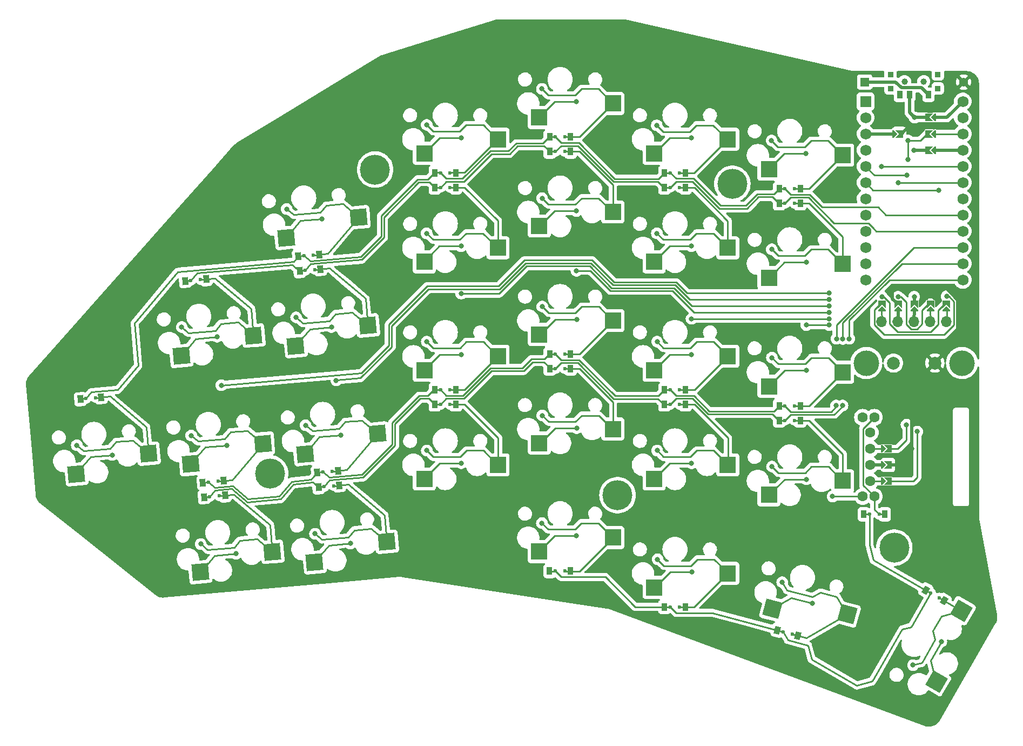
<source format=gtl>
%TF.GenerationSoftware,KiCad,Pcbnew,7.0.6-7.0.6~ubuntu20.04.1*%
%TF.CreationDate,2023-07-19T11:04:25+02:00*%
%TF.ProjectId,keyboard,6b657962-6f61-4726-942e-6b696361645f,v1.0.0*%
%TF.SameCoordinates,Original*%
%TF.FileFunction,Copper,L1,Top*%
%TF.FilePolarity,Positive*%
%FSLAX46Y46*%
G04 Gerber Fmt 4.6, Leading zero omitted, Abs format (unit mm)*
G04 Created by KiCad (PCBNEW 7.0.6-7.0.6~ubuntu20.04.1) date 2023-07-19 11:04:25*
%MOMM*%
%LPD*%
G01*
G04 APERTURE LIST*
G04 Aperture macros list*
%AMRotRect*
0 Rectangle, with rotation*
0 The origin of the aperture is its center*
0 $1 length*
0 $2 width*
0 $3 Rotation angle, in degrees counterclockwise*
0 Add horizontal line*
21,1,$1,$2,0,0,$3*%
%AMFreePoly0*
4,1,6,0.600000,0.200000,0.000000,-0.400000,-0.600000,0.200000,-0.600000,0.400000,0.600000,0.400000,0.600000,0.200000,0.600000,0.200000,$1*%
%AMFreePoly1*
4,1,6,0.600000,-0.250000,-0.600000,-0.250000,-0.600000,1.000000,0.000000,0.400000,0.600000,1.000000,0.600000,-0.250000,0.600000,-0.250000,$1*%
G04 Aperture macros list end*
%TA.AperFunction,SMDPad,CuDef*%
%ADD10R,0.900000X0.900000*%
%TD*%
%TA.AperFunction,WasherPad*%
%ADD11C,1.000000*%
%TD*%
%TA.AperFunction,SMDPad,CuDef*%
%ADD12R,0.900000X1.250000*%
%TD*%
%TA.AperFunction,SMDPad,CuDef*%
%ADD13FreePoly0,270.000000*%
%TD*%
%TA.AperFunction,SMDPad,CuDef*%
%ADD14FreePoly1,270.000000*%
%TD*%
%TA.AperFunction,SMDPad,CuDef*%
%ADD15FreePoly0,180.000000*%
%TD*%
%TA.AperFunction,SMDPad,CuDef*%
%ADD16FreePoly1,180.000000*%
%TD*%
%TA.AperFunction,SMDPad,CuDef*%
%ADD17RotRect,0.900000X1.200000X345.000000*%
%TD*%
%TA.AperFunction,ComponentPad*%
%ADD18C,0.600000*%
%TD*%
%TA.AperFunction,SMDPad,CuDef*%
%ADD19R,0.900000X1.200000*%
%TD*%
%TA.AperFunction,SMDPad,CuDef*%
%ADD20R,2.600000X2.600000*%
%TD*%
%TA.AperFunction,ComponentPad*%
%ADD21C,1.600000*%
%TD*%
%TA.AperFunction,SMDPad,CuDef*%
%ADD22RotRect,0.900000X1.200000X5.000000*%
%TD*%
%TA.AperFunction,SMDPad,CuDef*%
%ADD23FreePoly0,90.000000*%
%TD*%
%TA.AperFunction,SMDPad,CuDef*%
%ADD24FreePoly1,90.000000*%
%TD*%
%TA.AperFunction,SMDPad,CuDef*%
%ADD25RotRect,2.600000X2.600000X185.000000*%
%TD*%
%TA.AperFunction,ComponentPad*%
%ADD26C,4.700000*%
%TD*%
%TA.AperFunction,ComponentPad*%
%ADD27C,4.000000*%
%TD*%
%TA.AperFunction,ComponentPad*%
%ADD28R,1.400000X1.400000*%
%TD*%
%TA.AperFunction,ComponentPad*%
%ADD29C,1.400000*%
%TD*%
%TA.AperFunction,ComponentPad*%
%ADD30O,1.700000X1.700000*%
%TD*%
%TA.AperFunction,SMDPad,CuDef*%
%ADD31RotRect,2.600000X2.600000X240.000000*%
%TD*%
%TA.AperFunction,ComponentPad*%
%ADD32R,1.752600X1.752600*%
%TD*%
%TA.AperFunction,ComponentPad*%
%ADD33C,1.752600*%
%TD*%
%TA.AperFunction,ComponentPad*%
%ADD34C,2.000000*%
%TD*%
%TA.AperFunction,SMDPad,CuDef*%
%ADD35RotRect,0.900000X1.200000X330.000000*%
%TD*%
%TA.AperFunction,SMDPad,CuDef*%
%ADD36RotRect,2.600000X2.600000X165.000000*%
%TD*%
%TA.AperFunction,ViaPad*%
%ADD37C,0.800000*%
%TD*%
%TA.AperFunction,Conductor*%
%ADD38C,0.250000*%
%TD*%
%TA.AperFunction,Conductor*%
%ADD39C,0.500000*%
%TD*%
G04 APERTURE END LIST*
D10*
%TO.P,T1,*%
%TO.N,*%
X169080487Y-36625888D03*
X169080487Y-38825888D03*
D11*
X171280487Y-37725888D03*
X174280487Y-37725888D03*
D10*
X176480487Y-36625888D03*
X176480487Y-38825888D03*
D12*
%TO.P,T1,1*%
%TO.N,switch_from*%
X175030487Y-39800888D03*
%TO.P,T1,2*%
%TO.N,RAW*%
X172030487Y-39800888D03*
%TO.P,T1,3*%
%TO.N,N/C*%
X170530487Y-39800888D03*
%TD*%
D13*
%TO.P,J11,1*%
%TO.N,P1_RAW*%
X175788489Y-43375888D03*
D14*
%TO.P,J11,2*%
%TO.N,RAW*%
X174772489Y-43375888D03*
%TD*%
D15*
%TO.P,J22,1*%
%TO.N,NN_VCC*%
X172780503Y-73333888D03*
D16*
%TO.P,J22,2*%
%TO.N,VCC*%
X172780503Y-72317888D03*
%TD*%
D17*
%TO.P,D14,1*%
%TO.N,col4*%
X151357346Y-123682173D03*
D18*
X152226680Y-123915110D03*
%TO.P,D14,2*%
%TO.N,layer_cluster*%
X153675568Y-124303338D03*
D17*
X154544902Y-124536275D03*
%TD*%
D19*
%TO.P,D26,1*%
%TO.N,col3*%
X151630493Y-90825897D03*
D18*
X152530493Y-90825897D03*
%TO.P,D26,2*%
%TO.N,inner_bottom*%
X154030493Y-90825897D03*
D19*
X154930493Y-90825897D03*
%TD*%
D20*
%TO.P,S16,1*%
%TO.N,row3*%
X114005496Y-60365899D03*
%TO.P,S16,2*%
%TO.N,middle_top*%
X125555496Y-58165899D03*
%TD*%
D21*
%TO.P,REF\u002A\u002A,A*%
%TO.N,ENCB_undef*%
X165905508Y-92715886D03*
%TO.P,REF\u002A\u002A,B*%
%TO.N,GND_ENCA*%
X165905508Y-95255886D03*
%TO.P,REF\u002A\u002A,C*%
%TO.N,ENCA_GND*%
X165905508Y-97795886D03*
%TO.P,REF\u002A\u002A,D*%
%TO.N,undef_ENCB*%
X165905508Y-100335886D03*
%TO.P,REF\u002A\u002A,S1*%
%TO.N,row5*%
X164680508Y-90325886D03*
X164680508Y-102725886D03*
%TO.P,REF\u002A\u002A,S2*%
%TO.N,scrollwheel_scrollwheel*%
X166530508Y-90325886D03*
X166530508Y-102725886D03*
%TD*%
D19*
%TO.P,D6,1*%
%TO.N,col4*%
X115630492Y-114415887D03*
D18*
X116530492Y-114415887D03*
%TO.P,D6,2*%
%TO.N,middle_mod*%
X118030492Y-114415887D03*
D19*
X118930492Y-114415887D03*
%TD*%
%TO.P,D13,1*%
%TO.N,col0*%
X151630493Y-54525895D03*
D18*
X152530493Y-54525895D03*
%TO.P,D13,2*%
%TO.N,inner_num*%
X154030493Y-54525895D03*
D19*
X154930493Y-54525895D03*
%TD*%
D22*
%TO.P,D19,1*%
%TO.N,col1*%
X76438676Y-67401129D03*
D18*
X77335251Y-67322689D03*
%TO.P,D19,2*%
%TO.N,pinky_top*%
X78829543Y-67191955D03*
D22*
X79726118Y-67113515D03*
%TD*%
D23*
%TO.P,J4,1*%
%TO.N,undef_ENCB*%
X168022495Y-100335891D03*
D24*
%TO.P,J4,2*%
%TO.N,ENCB*%
X169038495Y-100335891D03*
%TD*%
D25*
%TO.P,S1,1*%
%TO.N,row0*%
X41453861Y-99221332D03*
%TO.P,S1,2*%
%TO.N,outer2_home*%
X52768167Y-96023054D03*
%TD*%
D19*
%TO.P,D23,1*%
%TO.N,col1*%
X115630494Y-48715883D03*
D18*
X116530494Y-48715883D03*
%TO.P,D23,2*%
%TO.N,middle_top*%
X118030494Y-48715883D03*
D19*
X118930494Y-48715883D03*
%TD*%
%TO.P,D24,1*%
%TO.N,col3*%
X133630488Y-88325890D03*
D18*
X134530488Y-88325890D03*
%TO.P,D24,2*%
%TO.N,index_bottom*%
X136030488Y-88325890D03*
D19*
X136930488Y-88325890D03*
%TD*%
D25*
%TO.P,S4,1*%
%TO.N,row0*%
X57903722Y-80717222D03*
%TO.P,S4,2*%
%TO.N,outer_top*%
X69218028Y-77518944D03*
%TD*%
D19*
%TO.P,D7,1*%
%TO.N,col2*%
X115630496Y-80415891D03*
D18*
X116530496Y-80415891D03*
%TO.P,D7,2*%
%TO.N,middle_home*%
X118030496Y-80415891D03*
D19*
X118930496Y-80415891D03*
%TD*%
%TO.P,D27,1*%
%TO.N,col1*%
X151630495Y-56825893D03*
D18*
X152530495Y-56825893D03*
%TO.P,D27,2*%
%TO.N,inner_top*%
X154030495Y-56825893D03*
D19*
X154930495Y-56825893D03*
%TD*%
D26*
%TO.P,_8,*%
%TO.N,*%
X169658995Y-110749016D03*
%TD*%
D22*
%TO.P,D1,1*%
%TO.N,col2*%
X61270005Y-100549303D03*
D18*
X62166580Y-100470863D03*
%TO.P,D1,2*%
%TO.N,outer_home*%
X63660872Y-100340129D03*
D22*
X64557447Y-100261689D03*
%TD*%
D25*
%TO.P,S6,1*%
%TO.N,row1*%
X77316859Y-96083747D03*
%TO.P,S6,2*%
%TO.N,pinky_home*%
X88631165Y-92885469D03*
%TD*%
D20*
%TO.P,S21,1*%
%TO.N,row4*%
X132005498Y-65975885D03*
%TO.P,S21,2*%
%TO.N,index_top*%
X143555498Y-63775885D03*
%TD*%
%TO.P,S12,1*%
%TO.N,row2*%
X96005493Y-48975891D03*
%TO.P,S12,2*%
%TO.N,ring_num*%
X107555493Y-46775891D03*
%TD*%
D22*
%TO.P,D3,1*%
%TO.N,col0*%
X76238210Y-65109875D03*
D18*
X77134785Y-65031435D03*
%TO.P,D3,2*%
%TO.N,pinky_num*%
X78629077Y-64900701D03*
D22*
X79525652Y-64822261D03*
%TD*%
D20*
%TO.P,S18,1*%
%TO.N,row2*%
X132005498Y-116975891D03*
%TO.P,S18,2*%
%TO.N,index_mod*%
X143555498Y-114775891D03*
%TD*%
D27*
%TO.P,_3,*%
%TO.N,*%
X180280500Y-81825891D03*
%TD*%
D20*
%TO.P,S9,1*%
%TO.N,row2*%
X96005497Y-99975882D03*
%TO.P,S9,2*%
%TO.N,ring_bottom*%
X107555497Y-97775882D03*
%TD*%
D22*
%TO.P,D18,1*%
%TO.N,col3*%
X79401971Y-101271753D03*
D18*
X80298546Y-101193313D03*
%TO.P,D18,2*%
%TO.N,pinky_bottom*%
X81792838Y-101062579D03*
D22*
X82689413Y-100984139D03*
%TD*%
D25*
%TO.P,S8,1*%
%TO.N,row1*%
X74353571Y-62213115D03*
%TO.P,S8,2*%
%TO.N,pinky_num*%
X85667877Y-59014837D03*
%TD*%
D22*
%TO.P,D2,1*%
%TO.N,col2*%
X79201507Y-98980500D03*
D18*
X80098082Y-98902060D03*
%TO.P,D2,2*%
%TO.N,pinky_home*%
X81592374Y-98771326D03*
D22*
X82488949Y-98692886D03*
%TD*%
D19*
%TO.P,D12,1*%
%TO.N,col2*%
X151630504Y-88525880D03*
D18*
X152530504Y-88525880D03*
%TO.P,D12,2*%
%TO.N,inner_home*%
X154030504Y-88525880D03*
D19*
X154930504Y-88525880D03*
%TD*%
D25*
%TO.P,S5,1*%
%TO.N,row1*%
X78798507Y-113019043D03*
%TO.P,S5,2*%
%TO.N,pinky_bottom*%
X90112813Y-109820765D03*
%TD*%
D22*
%TO.P,D17,1*%
%TO.N,col1*%
X58507169Y-68969922D03*
D18*
X59403744Y-68891482D03*
%TO.P,D17,2*%
%TO.N,outer_top*%
X60898036Y-68760748D03*
D22*
X61794611Y-68682308D03*
%TD*%
D28*
%TO.P,,1*%
%TO.N,switch_from*%
X165030501Y-37825884D03*
D29*
%TO.P,,2*%
%TO.N,GND*%
X180530501Y-37825884D03*
%TD*%
D20*
%TO.P,S13,1*%
%TO.N,row1*%
X114005488Y-111365884D03*
%TO.P,S13,2*%
%TO.N,middle_mod*%
X125555488Y-109165884D03*
%TD*%
D22*
%TO.P,D16,1*%
%TO.N,col3*%
X61470466Y-102840548D03*
D18*
X62367041Y-102762108D03*
%TO.P,D16,2*%
%TO.N,outer_bottom*%
X63861333Y-102631374D03*
D22*
X64757908Y-102552934D03*
%TD*%
D20*
%TO.P,S10,1*%
%TO.N,row2*%
X96005505Y-82975889D03*
%TO.P,S10,2*%
%TO.N,ring_home*%
X107555505Y-80775889D03*
%TD*%
%TO.P,S22,1*%
%TO.N,row4*%
X132005507Y-48975887D03*
%TO.P,S22,2*%
%TO.N,index_num*%
X143555507Y-46775887D03*
%TD*%
D30*
%TO.P,Nice!View1,1*%
%TO.N,NN_GND_SCL*%
X175320493Y-75325888D03*
%TO.N,NN_CS_SDA*%
X177860493Y-75325888D03*
%TO.P,Nice!View1,2*%
%TO.N,NN_VCC*%
X172780493Y-75325888D03*
%TO.P,Nice!View1,3*%
%TO.N,NN_SCL_GND*%
X170240493Y-75325888D03*
%TO.P,Nice!View1,4*%
%TO.N,NN_SDA_CS*%
X167700493Y-75325888D03*
%TD*%
D15*
%TO.P,J23,1*%
%TO.N,NN_SCL_GND*%
X170240500Y-73333880D03*
D16*
%TO.P,J23,2*%
%TO.N,GND*%
X170240500Y-72317880D03*
%TD*%
D22*
%TO.P,D15,1*%
%TO.N,col0*%
X42057314Y-87474046D03*
D18*
X42953889Y-87395606D03*
%TO.P,D15,2*%
%TO.N,outer2_home*%
X44448181Y-87264872D03*
D22*
X45344756Y-87186432D03*
%TD*%
D19*
%TO.P,D11,1*%
%TO.N,col0*%
X133630489Y-52025889D03*
D18*
X134530489Y-52025889D03*
%TO.P,D11,2*%
%TO.N,index_num*%
X136030489Y-52025889D03*
D19*
X136930489Y-52025889D03*
%TD*%
D13*
%TO.P,J12,1*%
%TO.N,GND_RST*%
X175788493Y-45925883D03*
D14*
%TO.P,J12,2*%
%TO.N,RST*%
X174772493Y-45925883D03*
%TD*%
D25*
%TO.P,S2,1*%
%TO.N,row0*%
X60867015Y-114587837D03*
%TO.P,S2,2*%
%TO.N,outer_bottom*%
X72181321Y-111389559D03*
%TD*%
D20*
%TO.P,S11,1*%
%TO.N,row2*%
X96005498Y-65975887D03*
%TO.P,S11,2*%
%TO.N,ring_top*%
X107555498Y-63775887D03*
%TD*%
D25*
%TO.P,S7,1*%
%TO.N,row1*%
X75835229Y-79148415D03*
%TO.P,S7,2*%
%TO.N,pinky_top*%
X87149535Y-75950137D03*
%TD*%
D15*
%TO.P,J21,1*%
%TO.N,NN_GND_SCL*%
X175320498Y-73333884D03*
D16*
%TO.P,J21,2*%
%TO.N,SCL*%
X175320498Y-72317884D03*
%TD*%
D26*
%TO.P,_7,*%
%TO.N,*%
X126280499Y-102525885D03*
%TD*%
%TO.P,_5,*%
%TO.N,*%
X144280491Y-53775890D03*
%TD*%
D15*
%TO.P,J20,1*%
%TO.N,NN_CS_SDA*%
X177860491Y-73333897D03*
D16*
%TO.P,J20,2*%
%TO.N,SDA*%
X177860491Y-72317897D03*
%TD*%
D20*
%TO.P,S17,1*%
%TO.N,row3*%
X114005491Y-43365894D03*
%TO.P,S17,2*%
%TO.N,middle_num*%
X125555491Y-41165894D03*
%TD*%
D13*
%TO.P,J13,1*%
%TO.N,GND_VCC*%
X175788494Y-48475890D03*
D14*
%TO.P,J13,2*%
%TO.N,VCC*%
X174772494Y-48475890D03*
%TD*%
D20*
%TO.P,S25,1*%
%TO.N,row5*%
X150005498Y-68475880D03*
%TO.P,S25,2*%
%TO.N,inner_top*%
X161555498Y-66275880D03*
%TD*%
D31*
%TO.P,S28,1*%
%TO.N,row4*%
X176280591Y-131715997D03*
%TO.P,S28,2*%
%TO.N,space_cluster*%
X180150335Y-120613404D03*
%TD*%
D23*
%TO.P,J14,1*%
%TO.N,RST_GND*%
X169772497Y-45925881D03*
D24*
%TO.P,J14,2*%
%TO.N,GND*%
X170788497Y-45925881D03*
%TD*%
D32*
%TO.P,MCU1,*%
%TO.N,RAW_P1*%
X165160499Y-40855891D03*
D33*
%TO.P,MCU1,1*%
X165160499Y-40855891D03*
%TO.P,MCU1,2*%
%TO.N,GND_P0*%
X165160499Y-43395891D03*
%TO.P,MCU1,3*%
%TO.N,RST_GND*%
X165160499Y-45935891D03*
%TO.P,MCU1,4*%
%TO.N,VCC_GND*%
X165160499Y-48475891D03*
%TO.P,MCU1,5*%
%TO.N,ENCA*%
X165160499Y-51015891D03*
%TO.P,MCU1,6*%
%TO.N,ENCB*%
X165160499Y-53555891D03*
%TO.P,MCU1,7*%
%TO.N,row0*%
X165160499Y-56095891D03*
%TO.P,MCU1,8*%
%TO.N,row1*%
X165160499Y-58635891D03*
%TO.P,MCU1,9*%
%TO.N,row2*%
X165160499Y-61175891D03*
%TO.P,MCU1,10*%
%TO.N,row3*%
X165160499Y-63715891D03*
%TO.P,MCU1,11*%
%TO.N,row4*%
X165160499Y-66255891D03*
%TO.P,MCU1,12*%
%TO.N,row5*%
X165160499Y-68795891D03*
%TO.P,MCU1,13*%
%TO.N,P1_RAW*%
X180400499Y-40855891D03*
%TO.P,MCU1,14*%
%TO.N,P0_GND*%
X180400499Y-43395891D03*
%TO.P,MCU1,15*%
%TO.N,GND_RST*%
X180400499Y-45935891D03*
%TO.P,MCU1,16*%
%TO.N,GND_VCC*%
X180400499Y-48475891D03*
%TO.P,MCU1,17*%
%TO.N,SDA*%
X180400499Y-51015891D03*
%TO.P,MCU1,18*%
%TO.N,SCL*%
X180400499Y-53555891D03*
%TO.P,MCU1,19*%
%TO.N,CS*%
X180400499Y-56095891D03*
%TO.P,MCU1,20*%
%TO.N,col0*%
X180400499Y-58635891D03*
%TO.P,MCU1,21*%
%TO.N,col1*%
X180400499Y-61175891D03*
%TO.P,MCU1,22*%
%TO.N,col2*%
X180400499Y-63715891D03*
%TO.P,MCU1,23*%
%TO.N,col3*%
X180400499Y-66255891D03*
%TO.P,MCU1,24*%
%TO.N,col4*%
X180400499Y-68795891D03*
%TD*%
D26*
%TO.P,_6,*%
%TO.N,*%
X71835903Y-99122986D03*
%TD*%
D20*
%TO.P,S19,1*%
%TO.N,row4*%
X132005496Y-99975885D03*
%TO.P,S19,2*%
%TO.N,index_bottom*%
X143555496Y-97775885D03*
%TD*%
D34*
%TO.P,_1,1*%
%TO.N,RST*%
X169530505Y-81825885D03*
%TO.P,_1,2*%
%TO.N,GND*%
X176030505Y-81825885D03*
%TD*%
D20*
%TO.P,S15,1*%
%TO.N,row3*%
X114005491Y-77365889D03*
%TO.P,S15,2*%
%TO.N,middle_home*%
X125555491Y-75165889D03*
%TD*%
%TO.P,S20,1*%
%TO.N,row4*%
X132005491Y-82975890D03*
%TO.P,S20,2*%
%TO.N,index_home*%
X143555491Y-80775890D03*
%TD*%
D25*
%TO.P,S3,1*%
%TO.N,row0*%
X59385365Y-97652526D03*
%TO.P,S3,2*%
%TO.N,outer_home*%
X70699671Y-94454248D03*
%TD*%
D35*
%TO.P,D28,1*%
%TO.N,col4*%
X174607779Y-117413401D03*
D18*
X175387202Y-117863401D03*
%TO.P,D28,2*%
%TO.N,space_cluster*%
X176686240Y-118613401D03*
D35*
X177465663Y-119063401D03*
%TD*%
D19*
%TO.P,D10,1*%
%TO.N,col2*%
X133630504Y-86025886D03*
D18*
X134530504Y-86025886D03*
%TO.P,D10,2*%
%TO.N,index_home*%
X136030504Y-86025886D03*
D19*
X136930504Y-86025886D03*
%TD*%
%TO.P,D29,1*%
%TO.N,col4*%
X164880485Y-105525879D03*
D18*
X165780485Y-105525879D03*
%TO.P,D29,2*%
%TO.N,scrollwheel_scrollwheel*%
X167280485Y-105525879D03*
D19*
X168180485Y-105525879D03*
%TD*%
D20*
%TO.P,S26,1*%
%TO.N,row5*%
X150005492Y-51475890D03*
%TO.P,S26,2*%
%TO.N,inner_num*%
X161555492Y-49275890D03*
%TD*%
D15*
%TO.P,J24,1*%
%TO.N,NN_SDA_CS*%
X167700503Y-73333895D03*
D16*
%TO.P,J24,2*%
%TO.N,CS*%
X167700503Y-72317895D03*
%TD*%
D19*
%TO.P,D5,1*%
%TO.N,col0*%
X97630498Y-52025887D03*
D18*
X98530498Y-52025887D03*
%TO.P,D5,2*%
%TO.N,ring_num*%
X100030498Y-52025887D03*
D19*
X100930498Y-52025887D03*
%TD*%
%TO.P,D25,1*%
%TO.N,col1*%
X133630489Y-54325891D03*
D18*
X134530489Y-54325891D03*
%TO.P,D25,2*%
%TO.N,index_top*%
X136030489Y-54325891D03*
D19*
X136930489Y-54325891D03*
%TD*%
D36*
%TO.P,S27,1*%
%TO.N,row3*%
X150577119Y-120315517D03*
%TO.P,S27,2*%
%TO.N,layer_cluster*%
X162302964Y-121179840D03*
%TD*%
D19*
%TO.P,D21,1*%
%TO.N,col1*%
X97630499Y-54325891D03*
D18*
X98530499Y-54325891D03*
%TO.P,D21,2*%
%TO.N,ring_top*%
X100030499Y-54325891D03*
D19*
X100930499Y-54325891D03*
%TD*%
D20*
%TO.P,S14,1*%
%TO.N,row3*%
X114005499Y-94365883D03*
%TO.P,S14,2*%
%TO.N,middle_bottom*%
X125555499Y-92165883D03*
%TD*%
%TO.P,S23,1*%
%TO.N,row5*%
X150005494Y-102475887D03*
%TO.P,S23,2*%
%TO.N,inner_bottom*%
X161555494Y-100275887D03*
%TD*%
D23*
%TO.P,J6,1*%
%TO.N,GND_ENCA*%
X168022501Y-95255901D03*
D24*
%TO.P,J6,2*%
%TO.N,ENCA*%
X169038501Y-95255901D03*
%TD*%
D19*
%TO.P,D20,1*%
%TO.N,col3*%
X97630488Y-88325890D03*
D18*
X98530488Y-88325890D03*
%TO.P,D20,2*%
%TO.N,ring_bottom*%
X100030488Y-88325890D03*
D19*
X100930488Y-88325890D03*
%TD*%
%TO.P,D9,1*%
%TO.N,col4*%
X133630498Y-120025891D03*
D18*
X134530498Y-120025891D03*
%TO.P,D9,2*%
%TO.N,index_mod*%
X136030498Y-120025891D03*
D19*
X136930498Y-120025891D03*
%TD*%
D20*
%TO.P,S20,1*%
%TO.N,row5*%
X150007680Y-85472957D03*
%TO.P,S20,2*%
%TO.N,inner_home*%
X161557680Y-83272957D03*
%TD*%
D19*
%TO.P,D8,1*%
%TO.N,col0*%
X115630497Y-46415892D03*
D18*
X116530497Y-46415892D03*
%TO.P,D8,2*%
%TO.N,middle_num*%
X118030497Y-46415892D03*
D19*
X118930497Y-46415892D03*
%TD*%
D27*
%TO.P,_2,*%
%TO.N,*%
X165280503Y-81825893D03*
%TD*%
D23*
%TO.P,J5,1*%
%TO.N,ENCA_GND*%
X168022493Y-97795880D03*
D24*
%TO.P,J5,2*%
%TO.N,GND*%
X169038493Y-97795880D03*
%TD*%
D26*
%TO.P,_4,*%
%TO.N,*%
X88280491Y-51525880D03*
%TD*%
D19*
%TO.P,D4,1*%
%TO.N,col2*%
X97630499Y-86025901D03*
D18*
X98530499Y-86025901D03*
%TO.P,D4,2*%
%TO.N,ring_home*%
X100030499Y-86025901D03*
D19*
X100930499Y-86025901D03*
%TD*%
%TO.P,D22,1*%
%TO.N,col3*%
X115630498Y-82715890D03*
D18*
X116530498Y-82715890D03*
%TO.P,D22,2*%
%TO.N,middle_bottom*%
X118030498Y-82715890D03*
D19*
X118930498Y-82715890D03*
%TD*%
D37*
%TO.N,row0*%
X64181516Y-85312747D03*
X66489882Y-111697476D03*
X159447690Y-70882954D03*
X63521233Y-77726949D03*
X65003409Y-94707030D03*
X47068008Y-96231359D03*
%TO.N,outer2_home*%
X41514244Y-94709606D03*
%TO.N,outer_bottom*%
X60936115Y-110175735D03*
%TO.N,outer_home*%
X59449639Y-93185286D03*
%TO.N,outer_top*%
X57967462Y-76205201D03*
%TO.N,row1*%
X159447682Y-71882455D03*
X82934374Y-93093458D03*
X119824013Y-108892289D03*
X79971091Y-59222835D03*
X81453265Y-76202924D03*
X84420855Y-110083922D03*
X82182739Y-84540900D03*
%TO.N,pinky_bottom*%
X78867093Y-108562167D03*
%TO.N,pinky_home*%
X77380622Y-91571711D03*
%TO.N,pinky_top*%
X75899494Y-74681170D03*
%TO.N,pinky_num*%
X74417315Y-57701103D03*
%TO.N,row2*%
X101749726Y-63514612D03*
X137961677Y-114575220D03*
X101784656Y-80485049D03*
X101791886Y-97536932D03*
X159447689Y-72881959D03*
X101778022Y-70957458D03*
X101772045Y-46536935D03*
%TO.N,ring_bottom*%
X96391900Y-95536927D03*
%TO.N,ring_home*%
X96384650Y-78485039D03*
%TO.N,ring_top*%
X96349721Y-61514621D03*
%TO.N,ring_num*%
X96372052Y-44536941D03*
%TO.N,middle_mod*%
X114424020Y-106892285D03*
%TO.N,row3*%
X119891891Y-92036929D03*
X119827395Y-40892287D03*
X119849719Y-58014621D03*
X159447683Y-73881461D03*
X119843948Y-67382956D03*
X119884639Y-74985039D03*
X156794752Y-119488493D03*
%TO.N,middle_bottom*%
X114491893Y-90036935D03*
%TO.N,middle_home*%
X114484650Y-72985043D03*
%TO.N,middle_top*%
X114449709Y-56014621D03*
%TO.N,middle_num*%
X114427393Y-38892290D03*
%TO.N,index_mod*%
X132561678Y-112575221D03*
%TO.N,row4*%
X177037211Y-125467474D03*
X137827392Y-46592289D03*
X137884645Y-80485044D03*
X137891906Y-97536932D03*
X137849718Y-63514614D03*
X159447685Y-74880962D03*
X137878012Y-74882950D03*
%TO.N,index_bottom*%
X132491894Y-95536938D03*
%TO.N,index_home*%
X132484648Y-78485042D03*
%TO.N,index_top*%
X132449725Y-61514609D03*
%TO.N,index_num*%
X132427400Y-44592287D03*
%TO.N,row5*%
X155891896Y-100036939D03*
X159990000Y-102729454D03*
X155827400Y-48992298D03*
X155849715Y-66014621D03*
X159478423Y-75879992D03*
X155884640Y-82985038D03*
X155878016Y-75880000D03*
%TO.N,inner_bottom*%
X150491893Y-98036944D03*
%TO.N,inner_home*%
X150484644Y-80985030D03*
%TO.N,inner_top*%
X150449723Y-64014617D03*
%TO.N,inner_num*%
X150427391Y-46992290D03*
%TO.N,layer_cluster*%
X152096392Y-116158999D03*
%TO.N,space_cluster*%
X172605149Y-129144015D03*
%TO.N,col2*%
X160547688Y-88482954D03*
X160597683Y-78022954D03*
%TO.N,col4*%
X162596553Y-78029415D03*
%TO.N,col3*%
X161597084Y-78037590D03*
X161547676Y-88482950D03*
%TO.N,ENCB*%
X176647686Y-54732958D03*
X173269500Y-92570000D03*
%TO.N,GND*%
X163750000Y-75750000D03*
X172420000Y-95255897D03*
X155500000Y-107750000D03*
X103750000Y-87750000D03*
X173547683Y-44782957D03*
X85500000Y-82250000D03*
X83000000Y-67000000D03*
X137750000Y-105500000D03*
X143000000Y-91000000D03*
X126750000Y-54500000D03*
X107000000Y-68500000D03*
X157750000Y-55000000D03*
X161000000Y-90750000D03*
X134500000Y-71750000D03*
X70500000Y-104500000D03*
X175320492Y-69932953D03*
X127000000Y-68000000D03*
X119250000Y-100000000D03*
%TO.N,ENCA*%
X171572256Y-91479455D03*
X171597684Y-52382958D03*
%TO.N,SDA*%
X167697677Y-51082955D03*
X167700500Y-71412959D03*
%TO.N,SCL*%
X170247686Y-53582954D03*
X170240497Y-71452951D03*
%TO.N,CS*%
X177860496Y-71382957D03*
%TO.N,RAW*%
X172847686Y-43382956D03*
%TO.N,RST*%
X171847688Y-46982957D03*
X171847679Y-49932954D03*
%TO.N,VCC*%
X172747689Y-48482951D03*
X172780504Y-71432958D03*
%TD*%
D38*
%TO.N,row0*%
X42536333Y-97891790D02*
X43680943Y-96527693D01*
X137197687Y-70882950D02*
X135484737Y-69170000D01*
X60134169Y-78023280D02*
X63521233Y-77726949D01*
X96447690Y-69782955D02*
X90430000Y-75800645D01*
X57903186Y-80672454D02*
X58980858Y-79388144D01*
X90430000Y-79100625D02*
X86147682Y-83382943D01*
X111697692Y-65732942D02*
X107647689Y-69782956D01*
X64188773Y-85304098D02*
X64181516Y-85312747D01*
X86147682Y-83382943D02*
X64188773Y-85304098D01*
X41449976Y-99176853D02*
X42527637Y-97892558D01*
X59385368Y-97652535D02*
X60463026Y-96368226D01*
X43680943Y-96527693D02*
X47068008Y-96231359D01*
X61616347Y-95003365D02*
X65003409Y-94707030D01*
X122297682Y-65732951D02*
X111697692Y-65732942D01*
X159447690Y-70882954D02*
X137197687Y-70882950D01*
X60471729Y-96367456D02*
X61616347Y-95003365D01*
X61958201Y-113357916D02*
X63102816Y-111993822D01*
X60871835Y-114642988D02*
X61949500Y-113358677D01*
X58989560Y-79387385D02*
X60134169Y-78023280D01*
X90430000Y-75800645D02*
X90430000Y-79100625D01*
X63102816Y-111993822D02*
X66489882Y-111697476D01*
X135484737Y-69170000D02*
X125734731Y-69170000D01*
X107647689Y-69782956D02*
X96447690Y-69782955D01*
X125734731Y-69170000D02*
X122297682Y-65732951D01*
X60463026Y-96368226D02*
X60471729Y-96367456D01*
%TO.N,outer2_home*%
X41514244Y-94709606D02*
X42597602Y-95618649D01*
X46781618Y-95252600D02*
X47690648Y-94169246D01*
X45347499Y-87187092D02*
X44450921Y-87265516D01*
X47690648Y-94169246D02*
X50332536Y-93938108D01*
X42597602Y-95618649D02*
X46781618Y-95252600D01*
X52403147Y-91820258D02*
X46736687Y-87065543D01*
X50332536Y-93938108D02*
X52764273Y-95978591D01*
X52770905Y-96023711D02*
X52403147Y-91820258D01*
X46736687Y-87065543D02*
X45347499Y-87187092D01*
%TO.N,outer_bottom*%
X64760653Y-102553592D02*
X63864074Y-102632027D01*
X60936115Y-110175735D02*
X62019462Y-111084786D01*
X66149837Y-102432045D02*
X64760653Y-102553592D01*
X69754407Y-109404248D02*
X72186142Y-111444705D01*
X62019462Y-111084786D02*
X66203478Y-110718724D01*
X72184058Y-111390223D02*
X71816306Y-107186771D01*
X66203478Y-110718724D02*
X67112508Y-109635373D01*
X67112508Y-109635373D02*
X69754407Y-109404248D01*
X71816306Y-107186771D02*
X66149837Y-102432045D01*
%TO.N,outer_home*%
X68267933Y-92413789D02*
X70699673Y-94454257D01*
X60532990Y-94094328D02*
X64717015Y-93728266D01*
X65626043Y-92644925D02*
X68267933Y-92413789D01*
X64717015Y-93728266D02*
X65626043Y-92644925D01*
X59449639Y-93185286D02*
X60532990Y-94094328D01*
X70702408Y-94454901D02*
X65929956Y-100142495D01*
X65929956Y-100142495D02*
X63663611Y-100340777D01*
%TO.N,outer_top*%
X61797350Y-68682965D02*
X60900772Y-68761407D01*
X69220753Y-77519599D02*
X68853002Y-73316164D01*
X57967462Y-76205201D02*
X59050814Y-77114251D01*
X63186542Y-68561430D02*
X61797350Y-68682965D01*
X63234833Y-76748193D02*
X64143875Y-75664835D01*
X64143875Y-75664835D02*
X66785754Y-75433712D01*
X66785754Y-75433712D02*
X69217500Y-77474178D01*
X59050814Y-77114251D02*
X63234833Y-76748193D01*
X68853002Y-73316164D02*
X63186542Y-68561430D01*
%TO.N,row1*%
X77316346Y-96038967D02*
X78394008Y-94754651D01*
X81033792Y-110380241D02*
X84420855Y-110083922D01*
X122111291Y-66182954D02*
X111884082Y-66182959D01*
X115164874Y-110151442D02*
X116424013Y-108892292D01*
X75835221Y-79148426D02*
X76912882Y-77864099D01*
X159447682Y-71882455D02*
X137560800Y-71882459D01*
X78402700Y-94753888D02*
X79547321Y-93389784D01*
X78802821Y-113029412D02*
X79880485Y-111745110D01*
X76921588Y-77863343D02*
X78066200Y-76499249D01*
X90880000Y-79287029D02*
X85984078Y-84182951D01*
X74353047Y-62168334D02*
X75430712Y-60884031D01*
X79889183Y-111744344D02*
X81033792Y-110380241D01*
X78066200Y-76499249D02*
X81453265Y-76202924D01*
X116424013Y-108892292D02*
X119824013Y-108892289D01*
X113970641Y-111336933D02*
X115156150Y-110151430D01*
X135298341Y-69620000D02*
X125548337Y-69620000D01*
X137560800Y-71882459D02*
X135298341Y-69620000D01*
X96634078Y-70232957D02*
X90880000Y-75987035D01*
X76584028Y-59519172D02*
X79971091Y-59222835D01*
X82205717Y-84513515D02*
X82182739Y-84540900D01*
X85984078Y-84182951D02*
X82205717Y-84513515D01*
X75439417Y-60883266D02*
X76584028Y-59519172D01*
X125548337Y-69620000D02*
X122111291Y-66182954D01*
X111884082Y-66182959D02*
X107834079Y-70232955D01*
X107834079Y-70232955D02*
X96634078Y-70232957D01*
X90880000Y-75987035D02*
X90880000Y-79287029D01*
X79547321Y-93389784D02*
X82934374Y-93093458D01*
%TO.N,pinky_bottom*%
X78867093Y-108562167D02*
X79950443Y-109471211D01*
X85043506Y-108021797D02*
X87685376Y-107790665D01*
X84082221Y-100873212D02*
X82693025Y-100994747D01*
X82693025Y-100994747D02*
X81796449Y-101073185D01*
X90116438Y-109831373D02*
X89748680Y-105627932D01*
X87685376Y-107790665D02*
X90117121Y-109831143D01*
X84134462Y-109105153D02*
X85043506Y-108021797D01*
X79950443Y-109471211D02*
X84134462Y-109105153D01*
X89748680Y-105627932D02*
X84082221Y-100873212D01*
%TO.N,pinky_home*%
X88634790Y-92896064D02*
X83862326Y-98583660D01*
X86198910Y-90800206D02*
X88630646Y-92840688D01*
X77380622Y-91571711D02*
X78463976Y-92480752D01*
X83557023Y-91031357D02*
X86198910Y-90800206D01*
X82647982Y-92114705D02*
X83557023Y-91031357D01*
X83862326Y-98583660D02*
X81595986Y-98781943D01*
X78463976Y-92480752D02*
X82647982Y-92114705D01*
%TO.N,pinky_top*%
X87152266Y-75950784D02*
X86784519Y-71747357D01*
X81118050Y-66992622D02*
X79728855Y-67114159D01*
X79728855Y-67114159D02*
X78832278Y-67192599D01*
X86784519Y-71747357D02*
X81118050Y-66992622D01*
X75899494Y-74681170D02*
X76982846Y-75590216D01*
X81166865Y-75224157D02*
X82075900Y-74140814D01*
X76982846Y-75590216D02*
X81166865Y-75224157D01*
X82075900Y-74140814D02*
X84717790Y-73909672D01*
X84717790Y-73909672D02*
X87149528Y-75950144D01*
%TO.N,pinky_num*%
X85670616Y-59015484D02*
X80898160Y-64703064D01*
X79684699Y-58244086D02*
X80593740Y-57160726D01*
X80898160Y-64703064D02*
X78631817Y-64901360D01*
X74417315Y-57701103D02*
X75500676Y-58610133D01*
X83235618Y-56929584D02*
X85667353Y-58970073D01*
X80593740Y-57160726D02*
X83235618Y-56929584D01*
X75500676Y-58610133D02*
X79684699Y-58244086D01*
%TO.N,row2*%
X107745976Y-70957453D02*
X101778022Y-70957458D01*
X95931268Y-82929695D02*
X97116772Y-81744194D01*
X159447689Y-72881959D02*
X137923902Y-72881957D01*
X135111945Y-70070000D02*
X125361937Y-70070000D01*
X95938517Y-99981576D02*
X97124024Y-98796086D01*
X132108308Y-117019858D02*
X133293804Y-115834373D01*
X97112902Y-47796078D02*
X98372043Y-46536935D01*
X97132759Y-98796079D02*
X98391904Y-97536941D01*
X97090575Y-64773759D02*
X98349723Y-63514602D01*
X95918662Y-48981580D02*
X97104166Y-47796081D01*
X95896339Y-65959267D02*
X97081843Y-64773753D01*
X97125510Y-81744181D02*
X98384650Y-80485039D01*
X134561681Y-114575218D02*
X137961677Y-114575220D01*
X98372043Y-46536935D02*
X101772045Y-46536935D01*
X98391904Y-97536941D02*
X101791886Y-97536932D01*
X125361937Y-70070000D02*
X121924889Y-66632952D01*
X98384650Y-80485039D02*
X101784656Y-80485049D01*
X98349723Y-63514602D02*
X101749726Y-63514612D01*
X133302532Y-115834363D02*
X134561681Y-114575218D01*
X112070477Y-66632957D02*
X107745976Y-70957453D01*
X121924889Y-66632952D02*
X112070477Y-66632957D01*
X137923902Y-72881957D02*
X135111945Y-70070000D01*
%TO.N,ring_bottom*%
X96391900Y-95536927D02*
X97391901Y-96536928D01*
X101591895Y-96536936D02*
X102591898Y-95536937D01*
X100938752Y-88319636D02*
X100038756Y-88319633D01*
X102591898Y-95536937D02*
X105243878Y-95536933D01*
X107563738Y-93550144D02*
X102333249Y-88319635D01*
X107563744Y-97769635D02*
X107563738Y-93550144D01*
X105243878Y-95536933D02*
X107488525Y-97781580D01*
X102333249Y-88319635D02*
X100938752Y-88319636D01*
X97391901Y-96536928D02*
X101591895Y-96536936D01*
%TO.N,ring_home*%
X101584644Y-79485036D02*
X102584645Y-78485042D01*
X102584645Y-78485042D02*
X105236626Y-78485034D01*
X97384648Y-79485028D02*
X101584644Y-79485036D01*
X102313751Y-86019640D02*
X100038749Y-86019641D01*
X96384650Y-78485039D02*
X97384648Y-79485028D01*
X105236626Y-78485034D02*
X107481270Y-80729692D01*
X107563743Y-80769642D02*
X102313751Y-86019640D01*
%TO.N,ring_top*%
X100918754Y-54319647D02*
X100018750Y-54319634D01*
X105201697Y-61514612D02*
X107446339Y-63759266D01*
X96349721Y-61514621D02*
X97349726Y-62514611D01*
X107543748Y-59550138D02*
X102313241Y-54319634D01*
X102549724Y-61514619D02*
X105201697Y-61514612D01*
X107543740Y-63769625D02*
X107543748Y-59550138D01*
X97349726Y-62514611D02*
X101549719Y-62514607D01*
X102313241Y-54319634D02*
X100918754Y-54319647D01*
X101549719Y-62514607D02*
X102549724Y-61514619D01*
%TO.N,ring_num*%
X102293743Y-52019626D02*
X100018749Y-52019640D01*
X101572041Y-45536947D02*
X102572045Y-44536938D01*
X102572045Y-44536938D02*
X105224028Y-44536934D01*
X96372052Y-44536941D02*
X97372042Y-45536934D01*
X105224028Y-44536934D02*
X107468664Y-46781586D01*
X97372042Y-45536934D02*
X101572041Y-45536947D01*
X107543736Y-46769638D02*
X102293743Y-52019626D01*
%TO.N,middle_mod*%
X120301237Y-114423934D02*
X118026238Y-114423934D01*
X120624015Y-106892286D02*
X123275996Y-106892293D01*
X125551238Y-109173940D02*
X120301237Y-114423934D01*
X119624021Y-107892293D02*
X120624015Y-106892286D01*
X115424017Y-107892295D02*
X119624021Y-107892293D01*
X114424020Y-106892285D02*
X115424017Y-107892295D01*
X123275996Y-106892293D02*
X125520636Y-109136939D01*
%TO.N,row3*%
X116427390Y-40892284D02*
X119827395Y-40892287D01*
X138287001Y-73881469D02*
X134925532Y-70520000D01*
X122038498Y-67382949D02*
X119843948Y-67382956D01*
X114038515Y-94481581D02*
X115224016Y-93296093D01*
X114031276Y-77429682D02*
X115216768Y-76244174D01*
X116484647Y-74985041D02*
X119884639Y-74985039D01*
X115190578Y-59273765D02*
X116449715Y-58014611D01*
X115225504Y-76244186D02*
X116484647Y-74985041D01*
X153510605Y-118608504D02*
X156794752Y-119488493D01*
X116449715Y-58014611D02*
X119849719Y-58014621D01*
X125175549Y-70520000D02*
X122038498Y-67382949D01*
X150508115Y-120334868D02*
X151960045Y-119496593D01*
X151968482Y-119498850D02*
X153510605Y-118608504D01*
X113996344Y-60459261D02*
X115181842Y-59273753D01*
X115232758Y-93296079D02*
X116491898Y-92036931D01*
X113974016Y-43336937D02*
X115159528Y-42151429D01*
X159447683Y-73881461D02*
X138287001Y-73881469D01*
X134925532Y-70520000D02*
X125175549Y-70520000D01*
X116491898Y-92036931D02*
X119891891Y-92036929D01*
X115168244Y-42151439D02*
X116427390Y-40892284D01*
%TO.N,middle_bottom*%
X120691893Y-90036935D02*
X123343875Y-90036938D01*
X118953757Y-82709640D02*
X118053757Y-82709649D01*
X125578747Y-92159642D02*
X125578753Y-87940135D01*
X123343875Y-90036938D02*
X125588521Y-92281585D01*
X115491895Y-91036941D02*
X119691900Y-91036934D01*
X119691900Y-91036934D02*
X120691893Y-90036935D01*
X114491893Y-90036935D02*
X115491895Y-91036941D01*
X125578753Y-87940135D02*
X120348254Y-82709644D01*
X120348254Y-82709644D02*
X118953757Y-82709640D01*
%TO.N,middle_home*%
X125578758Y-75159645D02*
X120328749Y-80409638D01*
X115484647Y-73985033D02*
X119684655Y-73985032D01*
X114484650Y-72985043D02*
X115484647Y-73985033D01*
X119684655Y-73985032D02*
X120684650Y-72985031D01*
X123336621Y-72985032D02*
X125581265Y-75229684D01*
X120328749Y-80409638D02*
X118053742Y-80409644D01*
X120684650Y-72985031D02*
X123336621Y-72985032D01*
%TO.N,middle_top*%
X114449709Y-56014621D02*
X115449719Y-57014609D01*
X123301692Y-56014598D02*
X125546343Y-58259261D01*
X120649714Y-56014617D02*
X123301692Y-56014598D01*
X118933759Y-48709641D02*
X118033750Y-48709638D01*
X125558749Y-58159643D02*
X125558748Y-53940135D01*
X119649721Y-57014608D02*
X120649714Y-56014617D01*
X125558748Y-53940135D02*
X120328248Y-48709640D01*
X120328248Y-48709640D02*
X118933759Y-48709641D01*
X115449719Y-57014609D02*
X119649721Y-57014608D01*
%TO.N,middle_num*%
X115427397Y-39892287D02*
X119627408Y-39892290D01*
X114427393Y-38892290D02*
X115427397Y-39892287D01*
X119627408Y-39892290D02*
X120627396Y-38892292D01*
X125558744Y-41159640D02*
X120308741Y-46409640D01*
X120627396Y-38892292D02*
X123279382Y-38892292D01*
X123279382Y-38892292D02*
X125524016Y-41136937D01*
X120308741Y-46409640D02*
X118033746Y-46409636D01*
%TO.N,index_mod*%
X141413663Y-112575219D02*
X143658307Y-114819865D01*
X138761691Y-112575222D02*
X141413663Y-112575219D01*
X132561678Y-112575221D02*
X133561685Y-113575222D01*
X133561685Y-113575222D02*
X137761686Y-113575226D01*
X143551245Y-114773929D02*
X138301240Y-120023940D01*
X137761686Y-113575226D02*
X138761691Y-112575222D01*
X138301240Y-120023940D02*
X136026238Y-120023933D01*
%TO.N,row4*%
X134484649Y-80485046D02*
X137884645Y-80485044D01*
X133232751Y-98796080D02*
X134491900Y-97536939D01*
X133168247Y-47851437D02*
X134427400Y-46592286D01*
X175337203Y-128411966D02*
X177037211Y-125467474D01*
X175798082Y-130131976D02*
X175337203Y-128411966D01*
X132031269Y-82929691D02*
X133216764Y-81744185D01*
X159447685Y-74880962D02*
X137880002Y-74880970D01*
X133190572Y-64773753D02*
X134449727Y-63514609D01*
X132038520Y-99981585D02*
X133224027Y-98796077D01*
X176227641Y-131758979D02*
X175793722Y-130139540D01*
X134427400Y-46592286D02*
X137827392Y-46592289D01*
X134491900Y-97536939D02*
X137891906Y-97536932D01*
X134449727Y-63514609D02*
X137849718Y-63514614D01*
X133225505Y-81744182D02*
X134484649Y-80485046D01*
X131974020Y-49036935D02*
X133159527Y-47851429D01*
X131996342Y-65959252D02*
X133181851Y-64773758D01*
X137880002Y-74880970D02*
X137878012Y-74882950D01*
%TO.N,index_bottom*%
X143578758Y-93565144D02*
X138348244Y-88334647D01*
X143578753Y-97784645D02*
X143578758Y-93565144D01*
X136953755Y-88334642D02*
X136053758Y-88334649D01*
X132491894Y-95536938D02*
X133491900Y-96536942D01*
X138691900Y-95536932D02*
X141343869Y-95536945D01*
X137691890Y-96536928D02*
X138691900Y-95536932D01*
X133491900Y-96536942D02*
X137691890Y-96536928D01*
X141343869Y-95536945D02*
X143588515Y-97781583D01*
X138348244Y-88334647D02*
X136953755Y-88334642D01*
%TO.N,index_home*%
X138328744Y-86034652D02*
X136053748Y-86034641D01*
X137684657Y-79485036D02*
X138684648Y-78485043D01*
X141336624Y-78485041D02*
X143581264Y-80729693D01*
X143578753Y-80784646D02*
X138328744Y-86034652D01*
X133484649Y-79485040D02*
X137684657Y-79485036D01*
X132484648Y-78485042D02*
X133484649Y-79485040D01*
X138684648Y-78485043D02*
X141336624Y-78485041D01*
%TO.N,index_top*%
X136933743Y-54334640D02*
X136033749Y-54334640D01*
X138328250Y-54334644D02*
X136933743Y-54334640D01*
X141301699Y-61514610D02*
X143546337Y-63759261D01*
X137649720Y-62514612D02*
X138649729Y-61514617D01*
X138649729Y-61514617D02*
X141301699Y-61514610D01*
X133449720Y-62514606D02*
X137649720Y-62514612D01*
X143558746Y-63784638D02*
X143558749Y-59565144D01*
X143558749Y-59565144D02*
X138328250Y-54334644D01*
X132449725Y-61514609D02*
X133449720Y-62514606D01*
%TO.N,index_num*%
X138308750Y-52034644D02*
X136033753Y-52034654D01*
X143558750Y-46784646D02*
X138308750Y-52034644D01*
X141279380Y-44592290D02*
X143524017Y-46836930D01*
X132427400Y-44592287D02*
X133427398Y-45592291D01*
X137627393Y-45592283D02*
X138627392Y-44592296D01*
X138627392Y-44592296D02*
X141279380Y-44592290D01*
X133427398Y-45592291D02*
X137627393Y-45592283D01*
%TO.N,row5*%
X151168252Y-50251430D02*
X152427400Y-48992283D01*
X151225502Y-84244186D02*
X152484640Y-82985037D01*
X151190574Y-67273764D02*
X152449723Y-66014607D01*
X152484640Y-82985037D02*
X155884640Y-82985038D01*
X149974019Y-51436949D02*
X151159515Y-50251439D01*
X159478423Y-75879992D02*
X155878024Y-75879992D01*
X150038522Y-102481580D02*
X151224016Y-101296080D01*
X151232755Y-101296082D02*
X152491896Y-100036927D01*
X159993568Y-102725886D02*
X164680509Y-102725886D01*
X155878024Y-75879992D02*
X155878016Y-75880000D01*
X152491896Y-100036927D02*
X155891896Y-100036939D01*
X150031266Y-85429679D02*
X151216769Y-84244180D01*
X149996341Y-68459261D02*
X151181843Y-67273758D01*
X152427400Y-48992283D02*
X155827400Y-48992298D01*
X159990000Y-102729454D02*
X159993568Y-102725886D01*
X152449723Y-66014607D02*
X155849715Y-66014621D01*
%TO.N,inner_bottom*%
X161575502Y-96056386D02*
X156344998Y-90825900D01*
X155691898Y-99036940D02*
X156691896Y-98036936D01*
X159343878Y-98036931D02*
X161588526Y-100281587D01*
X156691896Y-98036936D02*
X159343878Y-98036931D01*
X156344998Y-90825900D02*
X154950503Y-90825887D01*
X154950503Y-90825887D02*
X154050491Y-90825895D01*
X161575505Y-100275897D02*
X161575502Y-96056386D01*
X150491893Y-98036944D02*
X151491906Y-99036932D01*
X151491906Y-99036932D02*
X155691898Y-99036940D01*
%TO.N,inner_home*%
X155684643Y-81985052D02*
X156684644Y-80985043D01*
X151484654Y-81985046D02*
X155684643Y-81985052D01*
X150484644Y-80985030D02*
X151484654Y-81985046D01*
X156325503Y-88525889D02*
X154050497Y-88525885D01*
X156684644Y-80985043D02*
X159336625Y-80985030D01*
X159336625Y-80985030D02*
X161581273Y-83229688D01*
X161575490Y-83275891D02*
X156325503Y-88525889D01*
%TO.N,inner_top*%
X161555496Y-66275889D02*
X161555499Y-62056397D01*
X154930497Y-56825890D02*
X154030501Y-56825885D01*
X150449723Y-64014617D02*
X151449713Y-65014622D01*
X161555499Y-62056397D02*
X156325000Y-56825892D01*
X155649724Y-65014614D02*
X156649725Y-64014618D01*
X151449713Y-65014622D02*
X155649724Y-65014614D01*
X159301699Y-64014611D02*
X161546337Y-66259263D01*
X156325000Y-56825892D02*
X154930497Y-56825890D01*
X156649725Y-64014618D02*
X159301699Y-64014611D01*
%TO.N,inner_num*%
X156627394Y-46992302D02*
X159279379Y-46992294D01*
X156305491Y-54525901D02*
X154030498Y-54525887D01*
X150427391Y-46992290D02*
X151427395Y-47992287D01*
X151427395Y-47992287D02*
X155627394Y-47992286D01*
X159279379Y-46992294D02*
X161524022Y-49236928D01*
X161555499Y-49275886D02*
X156305491Y-54525901D01*
X155627394Y-47992286D02*
X156627394Y-46992302D01*
%TO.N,layer_cluster*%
X156860400Y-118470792D02*
X158085141Y-117763677D01*
X155872611Y-124900975D02*
X153675127Y-124312168D01*
X158085141Y-117763677D02*
X160646756Y-118450087D01*
X160646756Y-118450087D02*
X162233964Y-121199185D01*
X152803502Y-117383744D02*
X156860400Y-118470792D01*
X162302520Y-121188666D02*
X155872611Y-124900975D01*
X152096392Y-116158999D02*
X152803502Y-117383744D01*
%TO.N,space_cluster*%
X173971173Y-128777987D02*
X176071176Y-125140675D01*
X172605149Y-129144015D02*
X173971173Y-128777987D01*
X176071176Y-125140675D02*
X175705154Y-123774655D01*
X177031141Y-121477976D02*
X180097386Y-120656381D01*
X180150338Y-120613403D02*
X176686224Y-118613393D01*
X175705154Y-123774655D02*
X177031141Y-121477976D01*
%TO.N,col2*%
X65935265Y-101069667D02*
X63168674Y-101311720D01*
X90957662Y-91149747D02*
X90957663Y-94549729D01*
X160547682Y-88650887D02*
X159747676Y-89450887D01*
X116553749Y-80409643D02*
X115653751Y-80409640D01*
X111391858Y-82614780D02*
X106355003Y-82614779D01*
X135455501Y-86950888D02*
X134530498Y-86025889D01*
X120252292Y-81340890D02*
X117455490Y-81340889D01*
X134553753Y-86034644D02*
X133653746Y-86034643D01*
X117455490Y-81340889D02*
X116530496Y-80415894D01*
X138237290Y-86950893D02*
X135455501Y-86950888D01*
X132691614Y-86964778D02*
X125876181Y-86964773D01*
X73267319Y-102698995D02*
X68385959Y-103126052D01*
X68385959Y-103126052D02*
X65935265Y-101069667D01*
X78210336Y-100108326D02*
X75221754Y-100369786D01*
X62169324Y-100471509D02*
X61272741Y-100549947D01*
X97481507Y-86025899D02*
X96557663Y-86949735D01*
X98538744Y-86019638D02*
X97638747Y-86019641D01*
X75221754Y-100369786D02*
X73267319Y-102698995D01*
X80101694Y-98912675D02*
X79205116Y-98991114D01*
X79201504Y-98980492D02*
X79153135Y-98984723D01*
X153455497Y-89450886D02*
X159747676Y-89450887D01*
X99455500Y-86950896D02*
X98530495Y-86025898D01*
X172741311Y-63715897D02*
X180400506Y-63715897D01*
X102018889Y-86950892D02*
X99455500Y-86950896D01*
X160597683Y-78022954D02*
X160597683Y-75859525D01*
X112791857Y-81214780D02*
X111391858Y-82614780D01*
X97630497Y-86025902D02*
X97481507Y-86025899D01*
X96557663Y-86949735D02*
X95157663Y-86949739D01*
X63168674Y-101311720D02*
X62166576Y-100470864D01*
X150791604Y-89364780D02*
X140651179Y-89364785D01*
X90957663Y-94549729D02*
X86211681Y-99295719D01*
X152550495Y-88525899D02*
X151650500Y-88525892D01*
X95157663Y-86949739D02*
X90957662Y-91149747D01*
X151630503Y-88525880D02*
X150791604Y-89364780D01*
X114791851Y-81214775D02*
X112791857Y-81214780D01*
X133630493Y-86025891D02*
X132691614Y-86964778D01*
X125876181Y-86964773D02*
X120252292Y-81340890D01*
X106355003Y-82614779D02*
X102018889Y-86950892D01*
X115590747Y-80415892D02*
X114791851Y-81214775D01*
X140651179Y-89364785D02*
X138237290Y-86950893D01*
X80098082Y-98902054D02*
X81100175Y-99742913D01*
X79153135Y-98984723D02*
X78210336Y-100108326D01*
X115630488Y-80415879D02*
X115590747Y-80415892D01*
X160547688Y-88482954D02*
X160547682Y-88650887D01*
X160597683Y-75859525D02*
X172741311Y-63715897D01*
X86211681Y-99295719D02*
X85957665Y-99317942D01*
X81100175Y-99742913D02*
X85957665Y-99317942D01*
X152530503Y-88525883D02*
X153455497Y-89450886D01*
%TO.N,col0*%
X97630498Y-52025885D02*
X97564271Y-52025889D01*
X135455501Y-52950886D02*
X134530505Y-52025886D01*
X43794751Y-86393499D02*
X42953885Y-87395605D01*
X114591853Y-47414781D02*
X110391860Y-47414787D01*
X96537479Y-53052689D02*
X94951073Y-53052680D01*
X109191859Y-48614773D02*
X106334991Y-48614775D01*
X115630495Y-46415885D02*
X115590743Y-46415894D01*
X89220000Y-61970162D02*
X86006356Y-65183806D01*
X86006356Y-65183806D02*
X78136888Y-65872294D01*
X132691613Y-52964785D02*
X125856177Y-52964780D01*
X142431185Y-57164782D02*
X138217291Y-52950884D01*
X117455490Y-47340894D02*
X116530492Y-46415892D01*
X101998883Y-52950886D02*
X99455497Y-52950888D01*
X50571208Y-75624052D02*
X51146441Y-82198941D01*
X158373381Y-57434591D02*
X156389677Y-55450885D01*
X77137531Y-65032081D02*
X76240962Y-65110531D01*
X146405468Y-57164780D02*
X142431185Y-57164782D01*
X99455497Y-52950888D02*
X98530493Y-52025886D01*
X57343549Y-67553095D02*
X50571208Y-75624052D01*
X97564271Y-52025889D02*
X96537479Y-53052689D01*
X98518740Y-52019629D02*
X97618742Y-52019640D01*
X148205461Y-55364780D02*
X146405468Y-57164780D01*
X138217291Y-52950884D02*
X135455501Y-52950886D01*
X115590743Y-46415894D02*
X114591853Y-47414781D01*
X89220000Y-58783753D02*
X89220000Y-61970162D01*
X151630492Y-54525895D02*
X150791601Y-55364792D01*
X116533740Y-46409636D02*
X115633745Y-46409639D01*
X47930379Y-86031691D02*
X43794751Y-86393499D01*
X180400494Y-58635890D02*
X168350619Y-58635891D01*
X133630503Y-52025889D02*
X132691613Y-52964785D01*
X110391860Y-47414787D02*
X109191859Y-48614773D01*
X94951073Y-53052680D02*
X89220000Y-58783753D01*
X75522671Y-65962632D02*
X57343549Y-67553095D01*
X156389677Y-55450885D02*
X153455494Y-55450897D01*
X152530497Y-54525889D02*
X151630494Y-54525895D01*
X51146441Y-82198941D02*
X47930379Y-86031691D01*
X120232288Y-47340895D02*
X117455490Y-47340894D01*
X78136888Y-65872294D02*
X77134795Y-65031436D01*
X42956622Y-87396254D02*
X42060060Y-87474700D01*
X134533741Y-52034642D02*
X133633743Y-52034649D01*
X106334991Y-48614775D02*
X101998883Y-52950886D01*
X153455494Y-55450897D02*
X152530491Y-54525893D01*
X76238214Y-65109878D02*
X75522671Y-65962632D01*
X167149325Y-57434593D02*
X158373381Y-57434591D01*
X125856177Y-52964780D02*
X120232288Y-47340895D01*
X168350619Y-58635891D02*
X167149325Y-57434593D01*
X150791601Y-55364792D02*
X148205461Y-55364780D01*
%TO.N,col4*%
X170896962Y-123542054D02*
X166192658Y-131690162D01*
X141169672Y-120950886D02*
X141171716Y-120952938D01*
X152226677Y-123915112D02*
X152978922Y-125218035D01*
X164880492Y-105525885D02*
X165780486Y-105525893D01*
X175387196Y-117863404D02*
X172330376Y-123157978D01*
X133630493Y-120025897D02*
X129068949Y-120025894D01*
X117455497Y-115340893D02*
X116530498Y-114415884D01*
X165780489Y-105525884D02*
X165780491Y-110315643D01*
X135455495Y-120950894D02*
X141169672Y-120950886D01*
X162596559Y-78029409D02*
X162596559Y-75133441D01*
X162596553Y-78029415D02*
X162596559Y-78029409D01*
X134530499Y-120025891D02*
X135455495Y-120950894D01*
X134526238Y-120023935D02*
X133626247Y-120023931D01*
X174607771Y-117413399D02*
X166415889Y-112683817D01*
X175387188Y-117863402D02*
X174607771Y-117413397D01*
X129068949Y-120025894D02*
X124383941Y-115340893D01*
X165780491Y-110315643D02*
X165781651Y-110316813D01*
X152226237Y-123923930D02*
X151356907Y-123690986D01*
X168934103Y-68795897D02*
X180400503Y-68795897D01*
X162596559Y-75133441D02*
X168934103Y-68795897D01*
X151357345Y-123682168D02*
X141171716Y-120952938D01*
X163802113Y-132330706D02*
X156723344Y-128243778D01*
X166415889Y-112683817D02*
X165781651Y-110316813D01*
X152978922Y-125218035D02*
X156139517Y-126064911D01*
X166192658Y-131690162D02*
X163802113Y-132330706D01*
X124383941Y-115340893D02*
X117455497Y-115340893D01*
X172330376Y-123157978D02*
X170896962Y-123542054D01*
X116526241Y-114423929D02*
X115626237Y-114423931D01*
X156723344Y-128243778D02*
X156139517Y-126064911D01*
%TO.N,col3*%
X112978251Y-81664784D02*
X111578253Y-83064780D01*
X91407657Y-91336128D02*
X91407668Y-94736144D01*
X133502968Y-88325892D02*
X132591849Y-87414783D01*
X65780751Y-101534908D02*
X63207891Y-101760014D01*
X150591855Y-89814776D02*
X140464776Y-89814787D01*
X120065900Y-81790885D02*
X117455504Y-81790890D01*
X170837712Y-66255892D02*
X180400501Y-66255892D01*
X153455501Y-89900881D02*
X160247682Y-89900885D01*
X62369779Y-102762760D02*
X61473204Y-102841207D01*
X102205285Y-87400890D02*
X99455486Y-87400897D01*
X133630492Y-88325889D02*
X133502968Y-88325892D01*
X161547676Y-88482950D02*
X161547687Y-88600878D01*
X161547687Y-88600878D02*
X160247682Y-89900885D01*
X152550506Y-90825887D02*
X151650496Y-90825889D01*
X161597084Y-78037590D02*
X161597084Y-75496520D01*
X151602969Y-90825888D02*
X150591855Y-89814776D01*
X161597084Y-75496520D02*
X170837712Y-66255892D01*
X114729393Y-81664780D02*
X112978251Y-81664784D01*
X134553748Y-88334645D02*
X133653746Y-88334646D01*
X91407668Y-94736144D02*
X86409137Y-99734665D01*
X151630497Y-90825893D02*
X151602969Y-90825888D01*
X138050885Y-87400898D02*
X135455492Y-87400900D01*
X152530492Y-90825892D02*
X153455501Y-89900881D01*
X106541402Y-83064783D02*
X102205285Y-87400890D01*
X81139409Y-100191202D02*
X86357666Y-99734673D01*
X80298542Y-101193292D02*
X81139409Y-100191202D01*
X125689783Y-87414776D02*
X120065900Y-81790885D01*
X98538754Y-88319650D02*
X97638751Y-88319649D01*
X97630490Y-88325889D02*
X96704334Y-87399750D01*
X63207891Y-101760014D02*
X62367037Y-102762100D01*
X99455486Y-87400897D02*
X98530496Y-88325888D01*
X117455504Y-81790890D02*
X116530497Y-82715890D01*
X135455492Y-87400900D02*
X134530483Y-88325893D01*
X80302154Y-101203924D02*
X79405587Y-101282363D01*
X132591849Y-87414783D02*
X125689783Y-87414776D01*
X78521362Y-100532821D02*
X75446650Y-100801831D01*
X115630495Y-82715885D02*
X115630500Y-82565885D01*
X140464776Y-89814787D02*
X138050885Y-87400898D01*
X95344066Y-87399741D02*
X91407657Y-91336128D01*
X68231445Y-103591289D02*
X65780751Y-101534908D01*
X115630500Y-82565885D02*
X114729393Y-81664780D01*
X79401972Y-101271746D02*
X78521362Y-100532821D01*
X73492218Y-103131031D02*
X68231445Y-103591289D01*
X116553753Y-82709648D02*
X115653761Y-82709652D01*
X86409137Y-99734665D02*
X86357666Y-99734673D01*
X75446650Y-100801831D02*
X73492218Y-103131031D01*
X96704334Y-87399750D02*
X95344066Y-87399741D01*
X111578253Y-83064780D02*
X106541402Y-83064783D01*
%TO.N,col1*%
X76415911Y-67403127D02*
X75264471Y-66436940D01*
X77337995Y-67323342D02*
X76441414Y-67401777D01*
X153455493Y-55900893D02*
X152530500Y-56825888D01*
X166361798Y-60692427D02*
X166361800Y-60678299D01*
X148391850Y-55814778D02*
X146591856Y-57614783D01*
X166361800Y-60678299D02*
X165616447Y-59932956D01*
X96337479Y-53502680D02*
X95137473Y-53502690D01*
X115630504Y-48715895D02*
X114779386Y-47864769D01*
X160235350Y-59932956D02*
X156203291Y-55900892D01*
X114779386Y-47864769D02*
X110578247Y-47864786D01*
X134533753Y-54334652D02*
X133633749Y-54334646D01*
X132591856Y-53414783D02*
X125669782Y-53414784D01*
X97630498Y-54325886D02*
X96807295Y-53502695D01*
X109378254Y-49064776D02*
X106521391Y-49064775D01*
X99455488Y-53400889D02*
X98530494Y-54325882D01*
X95137473Y-53502690D02*
X89670000Y-58970163D01*
X120045893Y-47790891D02*
X117455497Y-47790890D01*
X133502965Y-54325886D02*
X132591856Y-53414783D01*
X116533756Y-48709641D02*
X115633750Y-48709636D01*
X166852333Y-61182952D02*
X166361798Y-60692427D01*
X59406485Y-68892137D02*
X58509905Y-68970576D01*
X106521391Y-49064775D02*
X102185284Y-53400881D01*
X76438678Y-67401117D02*
X76415911Y-67403127D01*
X151630500Y-56825889D02*
X151602958Y-56825894D01*
X96807295Y-53502695D02*
X96337479Y-53502680D01*
X117455497Y-47790890D02*
X116530498Y-48715897D01*
X110578247Y-47864786D02*
X109378254Y-49064776D01*
X152530499Y-56825902D02*
X151630494Y-56825886D01*
X180393442Y-61182953D02*
X166852333Y-61182952D01*
X89670000Y-62175475D02*
X86229472Y-65616003D01*
X78176116Y-66320581D02*
X77335245Y-67322678D01*
X156203291Y-55900892D02*
X153455493Y-55900893D01*
X133630498Y-54325881D02*
X133502965Y-54325886D01*
X146591856Y-57614783D02*
X142244784Y-57614777D01*
X151602958Y-56825894D02*
X150591857Y-55814780D01*
X180400499Y-61175890D02*
X180393442Y-61182953D01*
X102185284Y-53400881D02*
X99455488Y-53400889D01*
X165616447Y-59932956D02*
X160235350Y-59932956D01*
X125669782Y-53414784D02*
X120045893Y-47790891D01*
X98518742Y-54319645D02*
X97618745Y-54319642D01*
X75264471Y-66436940D02*
X60369922Y-67740037D01*
X142244784Y-57614777D02*
X138030891Y-53400884D01*
X89670000Y-58970163D02*
X89670000Y-62175475D01*
X60369922Y-67740037D02*
X59403745Y-68891481D01*
X150591857Y-55814780D02*
X148391850Y-55814778D01*
X135455496Y-53400888D02*
X134530494Y-54325889D01*
X138030891Y-53400884D02*
X135455496Y-53400888D01*
X86229472Y-65616003D02*
X78176116Y-66320581D01*
%TO.N,scrollwheel_scrollwheel*%
X164780508Y-92075886D02*
X164780508Y-100975886D01*
X166530508Y-90325885D02*
X164780508Y-92075886D01*
X167280492Y-105525881D02*
X168180489Y-105525887D01*
X166530508Y-104775902D02*
X167280485Y-105525879D01*
X164780508Y-100975886D02*
X166530508Y-102725886D01*
X166530508Y-102725886D02*
X166530508Y-104775902D01*
%TO.N,GND_ENCA*%
X165905501Y-95255887D02*
X168022489Y-95255888D01*
X168022489Y-95255888D02*
X168022499Y-95255901D01*
D39*
%TO.N,ENCA_GND*%
X165905496Y-97795888D02*
X168022492Y-97795891D01*
D38*
X168022492Y-97795891D02*
X168022499Y-97795880D01*
%TO.N,undef_ENCB*%
X165905501Y-100335884D02*
X168022498Y-100335885D01*
%TO.N,ENCB*%
X176647686Y-54732958D02*
X166337564Y-54732956D01*
X169038495Y-100335893D02*
X172673607Y-100335893D01*
X173269500Y-99740000D02*
X173269500Y-92570000D01*
X172673607Y-100335893D02*
X173269500Y-99740000D01*
X166337564Y-54732956D02*
X165160502Y-53555891D01*
D39*
%TO.N,GND*%
X169390495Y-70590143D02*
X170047686Y-69932953D01*
X172420000Y-95255897D02*
X172420000Y-91676973D01*
X171931429Y-44782954D02*
X170788494Y-45925890D01*
X172422256Y-91674717D02*
X172422256Y-85434148D01*
X177612575Y-69932954D02*
X175320492Y-69932953D01*
X170047686Y-69932953D02*
X175320492Y-69932953D01*
X169390498Y-71805037D02*
X169390495Y-70590143D01*
X170240498Y-72317882D02*
X169903344Y-72317884D01*
X179610494Y-71930878D02*
X177612575Y-69932954D01*
X169903344Y-72317884D02*
X169390498Y-71805037D01*
X172420000Y-95255897D02*
X169880015Y-97795882D01*
X172420000Y-91676973D02*
X172422256Y-91674717D01*
X179610499Y-78245905D02*
X179610494Y-71930878D01*
X173547683Y-44782957D02*
X171931429Y-44782954D01*
X169880015Y-97795882D02*
X169038494Y-97795882D01*
X172422256Y-85434148D02*
X179610499Y-78245905D01*
D38*
%TO.N,ENCA*%
X170195812Y-95255900D02*
X171572256Y-93879454D01*
X169038502Y-95255900D02*
X170195812Y-95255900D01*
X166527558Y-52382951D02*
X165160492Y-51015895D01*
X171572256Y-93879454D02*
X171572256Y-91479455D01*
X171597684Y-52382958D02*
X166527558Y-52382951D01*
D39*
%TO.N,RST_GND*%
X169762488Y-45935893D02*
X165160498Y-45935892D01*
D38*
X169772500Y-45925889D02*
X169762488Y-45935893D01*
D39*
%TO.N,P1_RAW*%
X175788487Y-43375895D02*
X177880499Y-43375888D01*
X177880499Y-43375888D02*
X180400498Y-40855889D01*
D38*
%TO.N,GND_RST*%
X175798500Y-45935888D02*
X180400494Y-45935890D01*
X175788488Y-45925884D02*
X175798500Y-45935888D01*
%TO.N,GND_VCC*%
X175788496Y-48475885D02*
X175788502Y-48475891D01*
D39*
X175788502Y-48475891D02*
X180400497Y-48475894D01*
D38*
%TO.N,SDA*%
X167764745Y-51015900D02*
X180400497Y-51015892D01*
X176580000Y-75728076D02*
X175357187Y-76950889D01*
X168027682Y-71412954D02*
X167700500Y-71412959D01*
X175357187Y-76950889D02*
X170203792Y-76950886D01*
X168970000Y-75717094D02*
X168970000Y-72355272D01*
X170203792Y-76950886D02*
X168970000Y-75717094D01*
X177860493Y-72317895D02*
X176580000Y-73598388D01*
X168970000Y-72355272D02*
X168027682Y-71412954D01*
X167697677Y-51082955D02*
X167764745Y-51015900D01*
X176580000Y-73598388D02*
X176580000Y-75728076D01*
%TO.N,SCL*%
X175320493Y-72317886D02*
X174050000Y-73588379D01*
X170247686Y-53582954D02*
X170274741Y-53555897D01*
X171540000Y-75747100D02*
X171540000Y-72317388D01*
X170274741Y-53555897D02*
X180400506Y-53555894D01*
X172293794Y-76500894D02*
X171540000Y-75747100D01*
X174050000Y-75718083D02*
X173267192Y-76500891D01*
X171540000Y-72317388D02*
X170675566Y-71452954D01*
X173267192Y-76500891D02*
X172293794Y-76500894D01*
X174050000Y-73588379D02*
X174050000Y-75718083D01*
X170675566Y-71452954D02*
X170240497Y-71452951D01*
%TO.N,CS*%
X179035494Y-72192888D02*
X178225552Y-71382946D01*
X178225552Y-71382946D02*
X177860496Y-71382957D01*
X166525489Y-73492893D02*
X166525496Y-75812589D01*
X177447199Y-77400886D02*
X179035497Y-75812588D01*
X167700495Y-72317887D02*
X166525489Y-73492893D01*
X168113793Y-77400886D02*
X177447199Y-77400886D01*
X166525496Y-75812589D02*
X168113793Y-77400886D01*
X179035497Y-75812588D02*
X179035494Y-72192888D01*
D39*
%TO.N,RAW*%
X172854748Y-43375894D02*
X172847686Y-43382956D01*
X172030493Y-39800888D02*
X172030487Y-42565762D01*
X174772491Y-43375888D02*
X172854748Y-43375894D01*
X172030487Y-42565762D02*
X172847686Y-43382956D01*
D38*
%TO.N,RST*%
X171847688Y-46982957D02*
X173715427Y-46982953D01*
X173715427Y-46982953D02*
X174772492Y-45925881D01*
X171847679Y-49932954D02*
X171847688Y-46982957D01*
D39*
%TO.N,VCC*%
X174765429Y-48482948D02*
X174772505Y-48475883D01*
X172747689Y-48482951D02*
X174765429Y-48482948D01*
X172780506Y-72317893D02*
X172780504Y-71432958D01*
D38*
%TO.N,NN_VCC*%
X172780495Y-73333898D02*
X172780506Y-73333886D01*
D39*
X172780493Y-75325888D02*
X172780495Y-73333898D01*
D38*
%TO.N,NN_GND_SCL*%
X175320495Y-75325891D02*
X175320486Y-73333883D01*
%TO.N,NN_SDA_CS*%
X167700498Y-75325881D02*
X167700492Y-73333895D01*
X167700492Y-73333895D02*
X167700499Y-73333889D01*
D39*
%TO.N,NN_SCL_GND*%
X170240497Y-75325886D02*
X170240498Y-73333883D01*
D38*
X170240498Y-73333883D02*
X170240499Y-73333890D01*
%TO.N,NN_CS_SDA*%
X177860497Y-75325886D02*
X177860498Y-73333897D01*
X177860498Y-73333897D02*
X177860492Y-73333896D01*
D39*
%TO.N,switch_from*%
X173955491Y-38725890D02*
X170780491Y-38725890D01*
X175030482Y-39800895D02*
X173955491Y-38725890D01*
X170780491Y-38725890D02*
X169880485Y-37825877D01*
X169880485Y-37825877D02*
X165030498Y-37825885D01*
%TD*%
%TA.AperFunction,Conductor*%
%TO.N,GND*%
G36*
X172410959Y-92913601D02*
G01*
X172437141Y-92945312D01*
X172473644Y-93008536D01*
X172525254Y-93097928D01*
X172530460Y-93106944D01*
X172604149Y-93188784D01*
X172634380Y-93251775D01*
X172636000Y-93271756D01*
X172636000Y-99426233D01*
X172616315Y-99493272D01*
X172599681Y-99513914D01*
X172447521Y-99666074D01*
X172386198Y-99699559D01*
X172359840Y-99702393D01*
X169451274Y-99702393D01*
X169384235Y-99682708D01*
X169363593Y-99666074D01*
X169360954Y-99663435D01*
X169334702Y-99645895D01*
X169327708Y-99641222D01*
X169327706Y-99641221D01*
X169327703Y-99641220D01*
X169288497Y-99633422D01*
X169288495Y-99633422D01*
X168038495Y-99633422D01*
X168038493Y-99633422D01*
X167999286Y-99641220D01*
X167988002Y-99645895D01*
X167987570Y-99644854D01*
X167932691Y-99662031D01*
X167873081Y-99645669D01*
X167872988Y-99645895D01*
X167871187Y-99645149D01*
X167865314Y-99643537D01*
X167861719Y-99641227D01*
X167861703Y-99641220D01*
X167822497Y-99633422D01*
X167822495Y-99633422D01*
X167622495Y-99633422D01*
X167622493Y-99633422D01*
X167583286Y-99641220D01*
X167583280Y-99641223D01*
X167550035Y-99663435D01*
X167547406Y-99666065D01*
X167540257Y-99669968D01*
X167539881Y-99670220D01*
X167539858Y-99670186D01*
X167486083Y-99699550D01*
X167459725Y-99702384D01*
X167123859Y-99702384D01*
X167056820Y-99682699D01*
X167022284Y-99649508D01*
X166911706Y-99491586D01*
X166749808Y-99329688D01*
X166562257Y-99198363D01*
X166533786Y-99185087D01*
X166519163Y-99178268D01*
X166466723Y-99132096D01*
X166447571Y-99064903D01*
X166467786Y-98998022D01*
X166519163Y-98953504D01*
X166529557Y-98948657D01*
X166562257Y-98933409D01*
X166749808Y-98802084D01*
X166911706Y-98640186D01*
X166934755Y-98607267D01*
X166989330Y-98563642D01*
X167036330Y-98554389D01*
X167468793Y-98554389D01*
X167535829Y-98574074D01*
X167573105Y-98611349D01*
X167650622Y-98731968D01*
X167650625Y-98731972D01*
X167761018Y-98827629D01*
X167761026Y-98827634D01*
X167893894Y-98888313D01*
X167893901Y-98888315D01*
X168038494Y-98909103D01*
X168038496Y-98909104D01*
X169288493Y-98909104D01*
X169361531Y-98903880D01*
X169361536Y-98903879D01*
X169501691Y-98862726D01*
X169501696Y-98862724D01*
X169624578Y-98783752D01*
X169624585Y-98783747D01*
X169720242Y-98673354D01*
X169720247Y-98673346D01*
X169780926Y-98540478D01*
X169780928Y-98540471D01*
X169801716Y-98395878D01*
X169801717Y-98395876D01*
X169801717Y-97195880D01*
X169796493Y-97122841D01*
X169796492Y-97122836D01*
X169755339Y-96982681D01*
X169755337Y-96982676D01*
X169676365Y-96859794D01*
X169676360Y-96859787D01*
X169565967Y-96764130D01*
X169565959Y-96764125D01*
X169433091Y-96703446D01*
X169433084Y-96703444D01*
X169288491Y-96682656D01*
X168038494Y-96682656D01*
X168001877Y-96683964D01*
X167859139Y-96715015D01*
X167859138Y-96715015D01*
X167730928Y-96785023D01*
X167627636Y-96888315D01*
X167581495Y-96972816D01*
X167532089Y-97022222D01*
X167472663Y-97037389D01*
X167036336Y-97037389D01*
X166969297Y-97017704D01*
X166934762Y-96984513D01*
X166911705Y-96951585D01*
X166749812Y-96789692D01*
X166749812Y-96789691D01*
X166749808Y-96789688D01*
X166562257Y-96658363D01*
X166556966Y-96655896D01*
X166519163Y-96638268D01*
X166466723Y-96592096D01*
X166447571Y-96524903D01*
X166467786Y-96458022D01*
X166519163Y-96413504D01*
X166528755Y-96409031D01*
X166562257Y-96393409D01*
X166749808Y-96262084D01*
X166911706Y-96100186D01*
X166977218Y-96006626D01*
X167022286Y-95942263D01*
X167076863Y-95898638D01*
X167123860Y-95889387D01*
X167459710Y-95889387D01*
X167526749Y-95909072D01*
X167547391Y-95925706D01*
X167550041Y-95928356D01*
X167550044Y-95928358D01*
X167583288Y-95950570D01*
X167583291Y-95950570D01*
X167583292Y-95950571D01*
X167622498Y-95958370D01*
X167622501Y-95958370D01*
X167822503Y-95958370D01*
X167861709Y-95950571D01*
X167861709Y-95950570D01*
X167861714Y-95950570D01*
X167861718Y-95950567D01*
X167872994Y-95945897D01*
X167873425Y-95946939D01*
X167928289Y-95929761D01*
X167987916Y-95946119D01*
X167988008Y-95945897D01*
X167989775Y-95946629D01*
X167995669Y-95948246D01*
X167999275Y-95950564D01*
X167999285Y-95950568D01*
X167999288Y-95950570D01*
X167999291Y-95950570D01*
X167999292Y-95950571D01*
X168038498Y-95958370D01*
X168038501Y-95958370D01*
X169288503Y-95958370D01*
X169327709Y-95950571D01*
X169327709Y-95950570D01*
X169327714Y-95950570D01*
X169360958Y-95928358D01*
X169360958Y-95928356D01*
X169360960Y-95928356D01*
X169363598Y-95925719D01*
X169370767Y-95921803D01*
X169371115Y-95921572D01*
X169371135Y-95921603D01*
X169424921Y-95892234D01*
X169451279Y-95889400D01*
X170112178Y-95889400D01*
X170127925Y-95891138D01*
X170127951Y-95890868D01*
X170135717Y-95891601D01*
X170135721Y-95891602D01*
X170205770Y-95889400D01*
X170235668Y-95889400D01*
X170235669Y-95889400D01*
X170237034Y-95889227D01*
X170242674Y-95888514D01*
X170248497Y-95888056D01*
X170295702Y-95886573D01*
X170315294Y-95880880D01*
X170334349Y-95876932D01*
X170354609Y-95874374D01*
X170398538Y-95856980D01*
X170404030Y-95855100D01*
X170449406Y-95841918D01*
X170466978Y-95831524D01*
X170484453Y-95822964D01*
X170503429Y-95815452D01*
X170541643Y-95787686D01*
X170546512Y-95784488D01*
X170587175Y-95760442D01*
X170601618Y-95745997D01*
X170616402Y-95733371D01*
X170632919Y-95721372D01*
X170663030Y-95684971D01*
X170666945Y-95680669D01*
X171961071Y-94386541D01*
X171973436Y-94376637D01*
X171973262Y-94376427D01*
X171979268Y-94371457D01*
X171979274Y-94371454D01*
X172027254Y-94320359D01*
X172048391Y-94299223D01*
X172052714Y-94293649D01*
X172056513Y-94289201D01*
X172088841Y-94254776D01*
X172098676Y-94236886D01*
X172109354Y-94220628D01*
X172121870Y-94204494D01*
X172140630Y-94161140D01*
X172143191Y-94155912D01*
X172165951Y-94114514D01*
X172171030Y-94094728D01*
X172177328Y-94076336D01*
X172185437Y-94057599D01*
X172192825Y-94010951D01*
X172194007Y-94005240D01*
X172205756Y-93959484D01*
X172205756Y-93939060D01*
X172207282Y-93919676D01*
X172210476Y-93899511D01*
X172206031Y-93852487D01*
X172205756Y-93846649D01*
X172205756Y-93007314D01*
X172225441Y-92940275D01*
X172278245Y-92894520D01*
X172347403Y-92884576D01*
X172410959Y-92913601D01*
G37*
%TD.AperFunction*%
%TA.AperFunction,Conductor*%
G36*
X127070403Y-27991842D02*
G01*
X127197745Y-27996543D01*
X127202292Y-27996880D01*
X127280202Y-28005548D01*
X127338985Y-28012089D01*
X127343504Y-28012761D01*
X127478559Y-28037994D01*
X127479660Y-28038553D01*
X127482389Y-28038770D01*
X127482396Y-28038772D01*
X127504881Y-28043839D01*
X127504881Y-28043838D01*
X127535981Y-28050846D01*
X127535996Y-28050846D01*
X163004432Y-36041088D01*
X163004449Y-36041097D01*
X163046861Y-36050651D01*
X163046861Y-36050652D01*
X163063952Y-36054502D01*
X163121664Y-36067504D01*
X163121663Y-36067504D01*
X163273356Y-36090071D01*
X163285576Y-36090975D01*
X163426300Y-36101387D01*
X163461058Y-36101385D01*
X163461065Y-36101387D01*
X163461065Y-36101386D01*
X163475503Y-36101386D01*
X167997987Y-36101386D01*
X168065026Y-36121071D01*
X168110781Y-36173875D01*
X168121987Y-36225386D01*
X168121987Y-36943379D01*
X168102302Y-37010418D01*
X168049498Y-37056173D01*
X167997987Y-37067379D01*
X166337494Y-37067381D01*
X166270455Y-37047697D01*
X166224700Y-36994893D01*
X166221313Y-36986715D01*
X166181390Y-36879680D01*
X166160147Y-36851303D01*
X166093762Y-36762623D01*
X165976705Y-36674995D01*
X165921797Y-36654515D01*
X165839704Y-36623895D01*
X165779155Y-36617384D01*
X165779139Y-36617384D01*
X164281863Y-36617384D01*
X164281846Y-36617384D01*
X164221298Y-36623895D01*
X164221296Y-36623895D01*
X164084296Y-36674995D01*
X163967240Y-36762623D01*
X163879612Y-36879679D01*
X163828512Y-37016679D01*
X163828512Y-37016681D01*
X163822001Y-37077229D01*
X163822001Y-38574538D01*
X163828512Y-38635086D01*
X163828512Y-38635088D01*
X163879611Y-38772088D01*
X163879612Y-38772088D01*
X163967240Y-38889145D01*
X164084297Y-38976773D01*
X164221300Y-39027873D01*
X164248551Y-39030802D01*
X164281846Y-39034383D01*
X164281863Y-39034384D01*
X165779139Y-39034384D01*
X165779155Y-39034383D01*
X165806193Y-39031475D01*
X165839702Y-39027873D01*
X165976705Y-38976773D01*
X166093762Y-38889145D01*
X166181390Y-38772088D01*
X166221315Y-38665044D01*
X166263184Y-38609114D01*
X166328649Y-38584697D01*
X166337471Y-38584381D01*
X167997987Y-38584379D01*
X168065026Y-38604063D01*
X168110781Y-38656867D01*
X168121987Y-38708379D01*
X168121987Y-39324542D01*
X168128498Y-39385090D01*
X168128498Y-39385092D01*
X168179082Y-39520709D01*
X168179598Y-39522092D01*
X168267226Y-39639149D01*
X168384283Y-39726777D01*
X168521286Y-39777877D01*
X168548537Y-39780806D01*
X168581832Y-39784387D01*
X168581849Y-39784388D01*
X169447987Y-39784388D01*
X169515026Y-39804073D01*
X169560781Y-39856877D01*
X169571987Y-39908388D01*
X169571987Y-40474542D01*
X169578498Y-40535090D01*
X169578498Y-40535092D01*
X169612846Y-40627179D01*
X169629598Y-40672092D01*
X169717226Y-40789149D01*
X169834283Y-40876777D01*
X169971286Y-40927877D01*
X169998537Y-40930806D01*
X170031832Y-40934387D01*
X170031849Y-40934388D01*
X171029125Y-40934388D01*
X171029141Y-40934387D01*
X171056179Y-40931479D01*
X171089688Y-40927877D01*
X171089691Y-40927876D01*
X171104652Y-40922296D01*
X171174343Y-40917309D01*
X171235668Y-40950792D01*
X171269154Y-41012114D01*
X171271989Y-41038476D01*
X171271987Y-42501467D01*
X171270678Y-42519438D01*
X171267146Y-42543550D01*
X171267145Y-42543555D01*
X171269906Y-42575098D01*
X171271370Y-42591838D01*
X171271751Y-42596184D01*
X171271987Y-42601591D01*
X171271987Y-42609941D01*
X171272858Y-42617391D01*
X171274660Y-42632817D01*
X171275832Y-42642841D01*
X171282599Y-42720188D01*
X171284060Y-42727263D01*
X171284014Y-42727272D01*
X171285697Y-42734863D01*
X171285744Y-42734852D01*
X171287409Y-42741879D01*
X171313954Y-42814809D01*
X171313954Y-42814810D01*
X171338374Y-42888503D01*
X171338375Y-42888504D01*
X171341425Y-42895045D01*
X171341380Y-42895065D01*
X171344766Y-42902060D01*
X171344810Y-42902039D01*
X171348049Y-42908489D01*
X171348051Y-42908493D01*
X171390726Y-42973377D01*
X171431459Y-43039415D01*
X171431462Y-43039418D01*
X171435937Y-43045078D01*
X171435898Y-43045108D01*
X171440806Y-43051132D01*
X171440843Y-43051102D01*
X171445482Y-43056631D01*
X171445485Y-43056635D01*
X171445488Y-43056637D01*
X171445489Y-43056639D01*
X171501975Y-43109932D01*
X171927901Y-43535856D01*
X171958151Y-43585218D01*
X172013157Y-43754508D01*
X172013159Y-43754512D01*
X172108646Y-43919900D01*
X172190808Y-44011150D01*
X172235513Y-44060801D01*
X172236433Y-44061822D01*
X172390934Y-44174074D01*
X172565398Y-44251750D01*
X172752199Y-44291456D01*
X172943173Y-44291456D01*
X173129974Y-44251750D01*
X173304438Y-44174074D01*
X173326458Y-44158075D01*
X173392261Y-44134594D01*
X173399313Y-44134391D01*
X174816673Y-44134388D01*
X174948606Y-44118966D01*
X175039633Y-44085834D01*
X175082043Y-44078357D01*
X175467750Y-44078357D01*
X175523401Y-44091547D01*
X175527296Y-44093503D01*
X175527297Y-44093503D01*
X175527301Y-44093505D01*
X175699834Y-44134395D01*
X177816206Y-44134388D01*
X177834177Y-44135697D01*
X177834539Y-44135750D01*
X177858288Y-44139229D01*
X177910923Y-44134623D01*
X177916327Y-44134388D01*
X177924677Y-44134388D01*
X177924682Y-44134388D01*
X177957597Y-44130540D01*
X178034925Y-44123775D01*
X178034936Y-44123771D01*
X178041992Y-44122315D01*
X178042001Y-44122361D01*
X178049598Y-44120677D01*
X178049587Y-44120631D01*
X178056603Y-44118967D01*
X178056614Y-44118966D01*
X178129556Y-44092417D01*
X178203237Y-44068002D01*
X178203240Y-44067999D01*
X178209784Y-44064949D01*
X178209804Y-44064993D01*
X178216803Y-44061604D01*
X178216782Y-44061561D01*
X178223222Y-44058325D01*
X178223233Y-44058322D01*
X178247024Y-44042674D01*
X178288101Y-44015657D01*
X178347355Y-43979109D01*
X178354150Y-43974918D01*
X178354152Y-43974915D01*
X178359818Y-43970436D01*
X178359848Y-43970475D01*
X178365875Y-43965566D01*
X178365843Y-43965528D01*
X178371365Y-43960893D01*
X178371375Y-43960887D01*
X178401580Y-43928871D01*
X178424664Y-43904404D01*
X178704468Y-43624599D01*
X178815837Y-43513229D01*
X178877158Y-43479746D01*
X178946849Y-43484730D01*
X179002783Y-43526601D01*
X179027092Y-43590669D01*
X179029904Y-43624600D01*
X179086242Y-43847076D01*
X179178429Y-44057241D01*
X179303949Y-44249365D01*
X179303952Y-44249368D01*
X179459385Y-44418213D01*
X179640489Y-44559172D01*
X179640492Y-44559174D01*
X179644790Y-44561982D01*
X179643440Y-44564047D01*
X179685766Y-44606061D01*
X179700871Y-44674278D01*
X179676697Y-44739833D01*
X179643822Y-44768319D01*
X179644790Y-44769800D01*
X179640492Y-44772607D01*
X179459386Y-44913568D01*
X179303948Y-45082418D01*
X179196937Y-45246210D01*
X179143791Y-45291567D01*
X179093129Y-45302388D01*
X176359945Y-45302388D01*
X176292906Y-45282703D01*
X176270730Y-45260918D01*
X176269587Y-45262062D01*
X176260952Y-45253427D01*
X176231175Y-45233532D01*
X176227706Y-45231214D01*
X176227704Y-45231213D01*
X176227701Y-45231212D01*
X176188495Y-45223414D01*
X176188493Y-45223414D01*
X175988493Y-45223414D01*
X175988491Y-45223414D01*
X175949284Y-45231212D01*
X175938000Y-45235887D01*
X175937568Y-45234845D01*
X175882696Y-45252022D01*
X175823079Y-45235662D01*
X175822986Y-45235887D01*
X175821194Y-45235144D01*
X175815317Y-45233532D01*
X175811721Y-45231220D01*
X175811701Y-45231212D01*
X175772495Y-45223414D01*
X175772493Y-45223414D01*
X174522493Y-45223414D01*
X174522491Y-45223414D01*
X174483284Y-45231212D01*
X174483278Y-45231215D01*
X174450035Y-45253425D01*
X174427825Y-45286668D01*
X174427822Y-45286674D01*
X174420024Y-45325880D01*
X174420024Y-45331082D01*
X174400339Y-45398121D01*
X174383705Y-45418763D01*
X173489338Y-46313134D01*
X173428015Y-46346619D01*
X173401657Y-46349453D01*
X172554995Y-46349454D01*
X172487956Y-46329770D01*
X172462844Y-46308425D01*
X172458945Y-46304094D01*
X172458943Y-46304093D01*
X172458942Y-46304092D01*
X172458941Y-46304091D01*
X172304440Y-46191839D01*
X172129976Y-46114163D01*
X172129974Y-46114162D01*
X171943175Y-46074457D01*
X171752201Y-46074457D01*
X171752200Y-46074457D01*
X171701501Y-46085233D01*
X171631834Y-46079917D01*
X171576101Y-46037779D01*
X171551996Y-45972199D01*
X171551721Y-45963943D01*
X171551721Y-45325881D01*
X171546497Y-45252842D01*
X171546496Y-45252837D01*
X171505343Y-45112682D01*
X171505341Y-45112677D01*
X171426369Y-44989795D01*
X171426364Y-44989788D01*
X171315971Y-44894131D01*
X171315963Y-44894126D01*
X171183095Y-44833447D01*
X171183088Y-44833445D01*
X171038495Y-44812657D01*
X169788498Y-44812657D01*
X169751881Y-44813965D01*
X169609143Y-44845016D01*
X169609142Y-44845016D01*
X169480932Y-44915024D01*
X169377640Y-45018316D01*
X169326038Y-45112819D01*
X169276633Y-45162224D01*
X169217206Y-45177392D01*
X166386204Y-45177392D01*
X166319165Y-45157707D01*
X166282395Y-45121213D01*
X166257048Y-45082416D01*
X166238308Y-45062059D01*
X166101613Y-44913569D01*
X166011762Y-44843635D01*
X165920511Y-44772611D01*
X165916217Y-44769806D01*
X165917594Y-44767696D01*
X165875360Y-44725954D01*
X165860108Y-44657770D01*
X165884141Y-44592163D01*
X165917215Y-44563504D01*
X165916217Y-44561976D01*
X165920505Y-44559174D01*
X165920509Y-44559172D01*
X166101613Y-44418213D01*
X166257046Y-44249368D01*
X166382568Y-44057242D01*
X166474756Y-43847076D01*
X166531093Y-43624603D01*
X166542619Y-43485506D01*
X166550045Y-43395896D01*
X166550045Y-43395885D01*
X166532433Y-43183348D01*
X166531093Y-43167179D01*
X166474756Y-42944706D01*
X166382568Y-42734540D01*
X166336493Y-42664017D01*
X166257048Y-42542416D01*
X166235895Y-42519438D01*
X166142362Y-42417834D01*
X166111441Y-42355182D01*
X166119301Y-42285756D01*
X166163448Y-42231600D01*
X166190251Y-42217674D01*
X166283003Y-42183080D01*
X166400060Y-42095452D01*
X166487688Y-41978395D01*
X166538788Y-41841392D01*
X166542462Y-41807217D01*
X166545298Y-41780845D01*
X166545299Y-41780828D01*
X166545299Y-40915724D01*
X166545511Y-40910602D01*
X166547036Y-40892209D01*
X166550045Y-40855891D01*
X166545510Y-40801170D01*
X166545299Y-40796055D01*
X166545299Y-39930953D01*
X166545298Y-39930936D01*
X166541956Y-39899861D01*
X166538788Y-39870390D01*
X166526374Y-39837108D01*
X166510890Y-39795594D01*
X166487688Y-39733387D01*
X166400060Y-39616330D01*
X166283003Y-39528702D01*
X166261573Y-39520709D01*
X166146002Y-39477602D01*
X166085453Y-39471091D01*
X166085437Y-39471091D01*
X164235561Y-39471091D01*
X164235544Y-39471091D01*
X164174996Y-39477602D01*
X164174994Y-39477602D01*
X164037994Y-39528702D01*
X163920938Y-39616330D01*
X163833310Y-39733386D01*
X163782210Y-39870386D01*
X163782210Y-39870388D01*
X163775699Y-39930936D01*
X163775699Y-40796055D01*
X163775487Y-40801170D01*
X163770953Y-40855891D01*
X163773962Y-40892209D01*
X163775487Y-40910602D01*
X163775699Y-40915724D01*
X163775699Y-41780845D01*
X163782210Y-41841393D01*
X163782210Y-41841395D01*
X163828052Y-41964297D01*
X163833310Y-41978395D01*
X163920938Y-42095452D01*
X164037995Y-42183080D01*
X164130739Y-42217672D01*
X164186671Y-42259543D01*
X164211088Y-42325008D01*
X164196236Y-42393280D01*
X164178634Y-42417836D01*
X164063949Y-42542416D01*
X163938429Y-42734540D01*
X163846242Y-42944705D01*
X163789904Y-43167182D01*
X163770953Y-43395885D01*
X163770953Y-43395896D01*
X163789904Y-43624599D01*
X163846242Y-43847076D01*
X163938429Y-44057241D01*
X164063949Y-44249365D01*
X164063952Y-44249368D01*
X164219385Y-44418213D01*
X164400489Y-44559172D01*
X164400492Y-44559174D01*
X164404790Y-44561982D01*
X164403440Y-44564047D01*
X164445766Y-44606061D01*
X164460871Y-44674278D01*
X164436697Y-44739833D01*
X164403822Y-44768319D01*
X164404790Y-44769800D01*
X164400492Y-44772607D01*
X164219386Y-44913568D01*
X164063949Y-45082416D01*
X163938429Y-45274540D01*
X163846242Y-45484705D01*
X163789904Y-45707182D01*
X163770953Y-45935885D01*
X163770953Y-45935896D01*
X163789904Y-46164599D01*
X163789904Y-46164602D01*
X163789905Y-46164603D01*
X163823381Y-46296797D01*
X163846242Y-46387076D01*
X163938429Y-46597241D01*
X164063949Y-46789365D01*
X164070345Y-46796313D01*
X164219385Y-46958213D01*
X164400489Y-47099172D01*
X164400492Y-47099174D01*
X164404790Y-47101982D01*
X164403386Y-47104130D01*
X164445526Y-47145626D01*
X164460904Y-47213783D01*
X164436992Y-47279434D01*
X164403858Y-47308375D01*
X164404790Y-47309800D01*
X164400492Y-47312607D01*
X164219386Y-47453568D01*
X164063949Y-47622416D01*
X163938429Y-47814540D01*
X163846242Y-48024705D01*
X163789904Y-48247182D01*
X163770953Y-48475885D01*
X163770953Y-48475896D01*
X163789904Y-48704599D01*
X163846242Y-48927076D01*
X163938429Y-49137241D01*
X164063949Y-49329365D01*
X164084780Y-49351993D01*
X164219385Y-49498213D01*
X164400489Y-49639172D01*
X164400492Y-49639174D01*
X164404790Y-49641982D01*
X164403440Y-49644047D01*
X164445766Y-49686061D01*
X164460871Y-49754278D01*
X164436697Y-49819833D01*
X164403822Y-49848319D01*
X164404790Y-49849800D01*
X164400492Y-49852607D01*
X164219386Y-49993568D01*
X164063949Y-50162416D01*
X163938429Y-50354540D01*
X163846242Y-50564705D01*
X163789904Y-50787182D01*
X163770953Y-51015885D01*
X163770953Y-51015896D01*
X163789904Y-51244599D01*
X163789904Y-51244602D01*
X163789905Y-51244603D01*
X163836696Y-51429378D01*
X163846242Y-51467076D01*
X163938429Y-51677241D01*
X164063949Y-51869365D01*
X164063952Y-51869368D01*
X164219385Y-52038213D01*
X164400489Y-52179172D01*
X164400492Y-52179174D01*
X164404790Y-52181982D01*
X164403386Y-52184130D01*
X164445526Y-52225626D01*
X164460904Y-52293783D01*
X164436992Y-52359434D01*
X164403858Y-52388375D01*
X164404790Y-52389800D01*
X164400492Y-52392607D01*
X164219386Y-52533568D01*
X164063949Y-52702416D01*
X163938429Y-52894540D01*
X163846242Y-53104705D01*
X163789904Y-53327182D01*
X163770953Y-53555885D01*
X163770953Y-53555896D01*
X163789904Y-53784599D01*
X163789905Y-53784601D01*
X163789905Y-53784603D01*
X163804819Y-53843499D01*
X163846242Y-54007076D01*
X163938429Y-54217241D01*
X164063949Y-54409365D01*
X164063952Y-54409368D01*
X164219385Y-54578213D01*
X164400489Y-54719172D01*
X164400492Y-54719174D01*
X164404790Y-54721982D01*
X164403440Y-54724047D01*
X164445766Y-54766061D01*
X164460871Y-54834278D01*
X164436697Y-54899833D01*
X164403822Y-54928319D01*
X164404790Y-54929800D01*
X164400492Y-54932607D01*
X164219386Y-55073568D01*
X164063949Y-55242416D01*
X163938429Y-55434540D01*
X163846242Y-55644705D01*
X163789904Y-55867182D01*
X163770953Y-56095885D01*
X163770953Y-56095896D01*
X163789904Y-56324599D01*
X163789904Y-56324602D01*
X163789905Y-56324603D01*
X163818593Y-56437890D01*
X163846242Y-56547076D01*
X163881423Y-56627281D01*
X163890326Y-56696581D01*
X163860349Y-56759693D01*
X163801010Y-56796580D01*
X163767867Y-56801091D01*
X158687147Y-56801091D01*
X158620108Y-56781406D01*
X158599466Y-56764772D01*
X158198604Y-56363910D01*
X156896764Y-55062068D01*
X156886853Y-55049698D01*
X156886644Y-55049872D01*
X156881676Y-55043867D01*
X156881675Y-55043865D01*
X156881672Y-55043862D01*
X156872713Y-55035448D01*
X156837320Y-54975207D01*
X156840114Y-54905393D01*
X156869916Y-54857379D01*
X160606583Y-51120708D01*
X160667906Y-51087224D01*
X160694264Y-51084390D01*
X162904130Y-51084390D01*
X162904146Y-51084389D01*
X162931184Y-51081481D01*
X162964693Y-51077879D01*
X163101696Y-51026779D01*
X163218753Y-50939151D01*
X163306381Y-50822094D01*
X163357481Y-50685091D01*
X163362420Y-50639151D01*
X163363991Y-50624544D01*
X163363992Y-50624527D01*
X163363992Y-47927252D01*
X163363991Y-47927235D01*
X163360649Y-47896160D01*
X163357481Y-47866689D01*
X163355390Y-47861084D01*
X163319904Y-47765943D01*
X163306381Y-47729686D01*
X163218753Y-47612629D01*
X163101696Y-47525001D01*
X163069593Y-47513027D01*
X162964695Y-47473901D01*
X162904146Y-47467390D01*
X162904130Y-47467390D01*
X160701745Y-47467390D01*
X160634706Y-47447705D01*
X160614064Y-47431071D01*
X159786464Y-46603474D01*
X159776555Y-46591107D01*
X159776346Y-46591281D01*
X159771379Y-46585277D01*
X159771378Y-46585275D01*
X159757488Y-46572232D01*
X159720289Y-46537300D01*
X159699150Y-46516160D01*
X159693565Y-46511828D01*
X159689125Y-46508035D01*
X159667530Y-46487757D01*
X159654698Y-46475707D01*
X159636803Y-46465869D01*
X159620546Y-46455189D01*
X159611599Y-46448249D01*
X159570692Y-46391606D01*
X159566902Y-46321840D01*
X159593884Y-46269069D01*
X159681747Y-46167671D01*
X159786918Y-45985509D01*
X159855714Y-45786736D01*
X159885649Y-45578535D01*
X159875640Y-45368431D01*
X159826050Y-45164019D01*
X159738671Y-44972685D01*
X159738667Y-44972679D01*
X159616665Y-44801350D01*
X159616659Y-44801344D01*
X159464431Y-44656195D01*
X159464429Y-44656193D01*
X159287478Y-44542474D01*
X159287476Y-44542473D01*
X159092213Y-44464300D01*
X159092206Y-44464297D01*
X159092204Y-44464297D01*
X159092201Y-44464296D01*
X159092200Y-44464296D01*
X158885664Y-44424490D01*
X158885663Y-44424490D01*
X158728024Y-44424490D01*
X158571102Y-44439474D01*
X158571103Y-44439474D01*
X158571099Y-44439475D01*
X158369283Y-44498733D01*
X158182323Y-44595118D01*
X158016982Y-44725142D01*
X158016981Y-44725143D01*
X157879241Y-44884104D01*
X157879232Y-44884115D01*
X157774066Y-45066269D01*
X157705271Y-45265038D01*
X157705270Y-45265043D01*
X157705270Y-45265044D01*
X157675335Y-45473245D01*
X157685344Y-45683349D01*
X157734934Y-45887761D01*
X157774465Y-45974322D01*
X157822312Y-46079094D01*
X157822316Y-46079100D01*
X157881969Y-46162870D01*
X157904822Y-46228896D01*
X157888349Y-46296797D01*
X157837782Y-46345012D01*
X157780962Y-46358797D01*
X156711021Y-46358800D01*
X156695279Y-46357063D01*
X156695254Y-46357335D01*
X156687488Y-46356600D01*
X156617447Y-46358801D01*
X156587535Y-46358801D01*
X156587532Y-46358802D01*
X156580526Y-46359686D01*
X156574713Y-46360143D01*
X156527514Y-46361627D01*
X156527503Y-46361629D01*
X156507898Y-46367324D01*
X156488857Y-46371267D01*
X156485628Y-46371675D01*
X156468598Y-46373827D01*
X156468595Y-46373827D01*
X156468595Y-46373828D01*
X156464026Y-46375637D01*
X156424685Y-46391212D01*
X156419159Y-46393104D01*
X156373804Y-46406282D01*
X156373802Y-46406282D01*
X156356227Y-46416676D01*
X156338765Y-46425231D01*
X156319777Y-46432750D01*
X156319769Y-46432754D01*
X156281575Y-46460504D01*
X156276692Y-46463711D01*
X156246339Y-46481662D01*
X156236035Y-46487757D01*
X156236033Y-46487758D01*
X156236034Y-46487758D01*
X156221593Y-46502198D01*
X156206807Y-46514826D01*
X156190288Y-46526829D01*
X156190286Y-46526830D01*
X156190286Y-46526831D01*
X156168599Y-46553046D01*
X156160191Y-46563209D01*
X156156258Y-46567531D01*
X155649903Y-47073879D01*
X155441132Y-47282648D01*
X155401311Y-47322468D01*
X155339987Y-47355952D01*
X155313630Y-47358786D01*
X154483536Y-47358786D01*
X154416497Y-47339101D01*
X154370742Y-47286297D01*
X154360798Y-47217139D01*
X154389823Y-47153583D01*
X154409226Y-47135519D01*
X154570572Y-47014737D01*
X154570572Y-47014736D01*
X154570580Y-47014731D01*
X154769333Y-46815978D01*
X154937777Y-46590963D01*
X155072484Y-46344265D01*
X155170711Y-46080908D01*
X155230459Y-45806253D01*
X155250511Y-45525890D01*
X155250123Y-45520472D01*
X155242849Y-45418763D01*
X155230459Y-45245527D01*
X155170711Y-44970872D01*
X155072484Y-44707515D01*
X155059193Y-44683175D01*
X154937780Y-44460822D01*
X154937775Y-44460814D01*
X154769339Y-44235809D01*
X154769323Y-44235791D01*
X154570590Y-44037058D01*
X154570572Y-44037042D01*
X154345567Y-43868606D01*
X154345559Y-43868601D01*
X154098872Y-43733900D01*
X154098868Y-43733898D01*
X153964514Y-43683787D01*
X153835510Y-43635671D01*
X153835506Y-43635670D01*
X153835503Y-43635669D01*
X153560863Y-43575924D01*
X153560856Y-43575923D01*
X153350667Y-43560890D01*
X153210317Y-43560890D01*
X153000127Y-43575923D01*
X153000120Y-43575924D01*
X152725480Y-43635669D01*
X152725475Y-43635670D01*
X152725474Y-43635671D01*
X152661801Y-43659419D01*
X152462115Y-43733898D01*
X152462111Y-43733900D01*
X152215424Y-43868601D01*
X152215416Y-43868606D01*
X151990411Y-44037042D01*
X151990393Y-44037058D01*
X151791660Y-44235791D01*
X151791644Y-44235809D01*
X151623208Y-44460814D01*
X151623203Y-44460822D01*
X151488502Y-44707509D01*
X151488500Y-44707513D01*
X151422768Y-44883749D01*
X151391572Y-44967391D01*
X151390271Y-44970878D01*
X151330526Y-45245518D01*
X151330525Y-45245525D01*
X151310473Y-45525888D01*
X151310473Y-45525891D01*
X151330525Y-45806254D01*
X151330526Y-45806261D01*
X151390057Y-46079917D01*
X151390273Y-46080908D01*
X151436732Y-46205470D01*
X151488500Y-46344266D01*
X151488502Y-46344270D01*
X151623203Y-46590957D01*
X151623208Y-46590965D01*
X151791644Y-46815970D01*
X151791660Y-46815988D01*
X151990393Y-47014721D01*
X151990411Y-47014737D01*
X152151758Y-47135519D01*
X152193630Y-47191452D01*
X152198614Y-47261144D01*
X152165129Y-47322467D01*
X152103806Y-47355952D01*
X152077448Y-47358786D01*
X151741160Y-47358786D01*
X151674121Y-47339101D01*
X151653479Y-47322468D01*
X151425907Y-47094898D01*
X151374010Y-47043002D01*
X151340526Y-46981680D01*
X151338372Y-46968294D01*
X151320933Y-46802362D01*
X151261918Y-46620734D01*
X151166431Y-46455346D01*
X151038644Y-46313424D01*
X150884143Y-46201172D01*
X150709679Y-46123496D01*
X150709677Y-46123495D01*
X150522878Y-46083790D01*
X150331904Y-46083790D01*
X150145105Y-46123495D01*
X150129086Y-46130627D01*
X149991602Y-46191839D01*
X149970637Y-46201173D01*
X149816136Y-46313425D01*
X149688350Y-46455347D01*
X149592864Y-46620733D01*
X149592861Y-46620740D01*
X149536646Y-46793754D01*
X149533849Y-46802362D01*
X149513887Y-46992290D01*
X149533849Y-47182218D01*
X149533850Y-47182221D01*
X149592861Y-47363839D01*
X149592864Y-47363846D01*
X149688351Y-47529234D01*
X149816138Y-47671156D01*
X149970639Y-47783408D01*
X150145103Y-47861084D01*
X150331904Y-47900790D01*
X150388627Y-47900790D01*
X150455666Y-47920475D01*
X150476308Y-47937108D01*
X150920310Y-48381107D01*
X150930217Y-48393472D01*
X150930427Y-48393299D01*
X150935397Y-48399307D01*
X150986487Y-48447283D01*
X151007621Y-48468418D01*
X151013197Y-48472743D01*
X151017644Y-48476541D01*
X151052072Y-48508872D01*
X151069959Y-48518705D01*
X151086224Y-48529389D01*
X151102356Y-48541902D01*
X151145703Y-48560659D01*
X151150938Y-48563223D01*
X151177589Y-48577875D01*
X151192331Y-48585980D01*
X151192332Y-48585981D01*
X151192334Y-48585981D01*
X151192335Y-48585982D01*
X151212111Y-48591059D01*
X151230506Y-48597356D01*
X151249252Y-48605469D01*
X151282301Y-48610703D01*
X151295901Y-48612857D01*
X151301602Y-48614036D01*
X151347365Y-48625787D01*
X151367777Y-48625786D01*
X151387175Y-48627312D01*
X151407340Y-48630507D01*
X151407340Y-48630506D01*
X151407341Y-48630507D01*
X151454352Y-48626062D01*
X151460192Y-48625786D01*
X151598629Y-48625786D01*
X151665668Y-48645471D01*
X151711423Y-48698275D01*
X151721367Y-48767433D01*
X151692342Y-48830989D01*
X151686310Y-48837467D01*
X150892707Y-49631071D01*
X150831384Y-49664556D01*
X150805026Y-49667390D01*
X150135846Y-49667390D01*
X150068807Y-49647705D01*
X150023052Y-49594901D01*
X150013108Y-49525743D01*
X150013231Y-49524908D01*
X150024683Y-49448926D01*
X150030992Y-49407072D01*
X150030992Y-49144708D01*
X149991888Y-48885275D01*
X149914555Y-48634567D01*
X149890813Y-48585267D01*
X149800724Y-48398193D01*
X149800723Y-48398192D01*
X149800722Y-48398190D01*
X149800720Y-48398186D01*
X149652925Y-48181411D01*
X149642933Y-48170643D01*
X149474477Y-47989088D01*
X149396937Y-47927252D01*
X149269349Y-47825504D01*
X149042135Y-47694322D01*
X148797908Y-47598470D01*
X148797903Y-47598468D01*
X148797894Y-47598466D01*
X148568063Y-47546009D01*
X148542122Y-47540088D01*
X148542121Y-47540087D01*
X148542117Y-47540087D01*
X148542112Y-47540086D01*
X148345992Y-47525390D01*
X148345986Y-47525390D01*
X148214998Y-47525390D01*
X148214992Y-47525390D01*
X148018871Y-47540086D01*
X148018866Y-47540087D01*
X147763089Y-47598466D01*
X147763070Y-47598472D01*
X147518848Y-47694322D01*
X147291635Y-47825504D01*
X147086506Y-47989088D01*
X146908059Y-48181410D01*
X146760260Y-48398192D01*
X146760259Y-48398193D01*
X146646430Y-48634563D01*
X146569098Y-48885266D01*
X146569097Y-48885271D01*
X146569096Y-48885275D01*
X146554345Y-48983137D01*
X146529992Y-49144702D01*
X146529992Y-49407077D01*
X146548214Y-49527964D01*
X146569096Y-49666505D01*
X146569097Y-49666507D01*
X146569098Y-49666513D01*
X146646430Y-49917216D01*
X146760259Y-50153586D01*
X146760260Y-50153587D01*
X146760262Y-50153590D01*
X146760264Y-50153594D01*
X146863157Y-50304510D01*
X146908059Y-50370369D01*
X147086506Y-50562691D01*
X147086510Y-50562694D01*
X147086511Y-50562695D01*
X147291635Y-50726276D01*
X147518849Y-50857458D01*
X147763076Y-50953310D01*
X148018862Y-51011692D01*
X148082257Y-51016442D01*
X148147637Y-51041079D01*
X148189319Y-51097154D01*
X148196992Y-51140095D01*
X148196992Y-52824544D01*
X148203503Y-52885092D01*
X148203503Y-52885094D01*
X148242315Y-52989150D01*
X148254603Y-53022094D01*
X148342231Y-53139151D01*
X148459288Y-53226779D01*
X148557914Y-53263565D01*
X148590577Y-53275748D01*
X148596291Y-53277879D01*
X148623542Y-53280808D01*
X148656837Y-53284389D01*
X148656854Y-53284390D01*
X150816362Y-53284390D01*
X150883401Y-53304075D01*
X150929156Y-53356879D01*
X150939100Y-53426037D01*
X150910075Y-53489593D01*
X150890675Y-53507655D01*
X150839183Y-53546202D01*
X150817232Y-53562634D01*
X150729604Y-53679690D01*
X150678504Y-53816690D01*
X150678504Y-53816692D01*
X150671993Y-53877240D01*
X150671993Y-54537130D01*
X150652308Y-54604169D01*
X150635674Y-54624812D01*
X150565514Y-54694971D01*
X150504190Y-54728455D01*
X150477832Y-54731289D01*
X148289090Y-54731280D01*
X148273339Y-54729541D01*
X148273314Y-54729812D01*
X148265552Y-54729078D01*
X148265551Y-54729078D01*
X148265549Y-54729078D01*
X148195497Y-54731280D01*
X148165605Y-54731280D01*
X148158609Y-54732164D01*
X148152786Y-54732622D01*
X148105574Y-54734106D01*
X148105564Y-54734108D01*
X148085966Y-54739801D01*
X148066926Y-54743744D01*
X148046677Y-54746303D01*
X148046662Y-54746306D01*
X148002748Y-54763692D01*
X147997223Y-54765584D01*
X147951870Y-54778761D01*
X147951866Y-54778762D01*
X147934292Y-54789155D01*
X147916831Y-54797709D01*
X147897854Y-54805223D01*
X147897840Y-54805231D01*
X147859635Y-54832988D01*
X147854752Y-54836194D01*
X147814098Y-54860237D01*
X147799659Y-54874676D01*
X147784871Y-54887305D01*
X147768359Y-54899302D01*
X147768356Y-54899305D01*
X147738246Y-54935700D01*
X147734313Y-54940021D01*
X146258943Y-56415399D01*
X146179381Y-56494961D01*
X146118058Y-56528446D01*
X146091700Y-56531280D01*
X145686474Y-56531280D01*
X145619435Y-56511595D01*
X145573680Y-56458791D01*
X145563736Y-56389633D01*
X145592761Y-56326077D01*
X145630823Y-56296470D01*
X145691584Y-56265954D01*
X145712163Y-56255619D01*
X145989537Y-56073187D01*
X145990355Y-56072649D01*
X145990355Y-56072648D01*
X145990361Y-56072645D01*
X146245437Y-55858611D01*
X146473940Y-55616412D01*
X146672780Y-55349323D01*
X146839269Y-55060956D01*
X146971154Y-54755211D01*
X147066653Y-54436223D01*
X147124474Y-54108304D01*
X147142847Y-53792852D01*
X147143835Y-53775893D01*
X147143835Y-53775886D01*
X147133446Y-53597518D01*
X147124474Y-53443476D01*
X147122535Y-53432482D01*
X147066656Y-53115574D01*
X147066655Y-53115573D01*
X147066653Y-53115557D01*
X146971154Y-52796569D01*
X146839269Y-52490824D01*
X146760035Y-52353587D01*
X146672779Y-52202455D01*
X146473943Y-51935371D01*
X146473938Y-51935365D01*
X146272007Y-51721332D01*
X146245437Y-51693169D01*
X146245430Y-51693163D01*
X146245428Y-51693161D01*
X145990363Y-51479136D01*
X145990355Y-51479130D01*
X145712166Y-51296162D01*
X145414611Y-51146724D01*
X145414605Y-51146721D01*
X145101708Y-51032836D01*
X145101706Y-51032835D01*
X144777705Y-50956047D01*
X144446980Y-50917390D01*
X144114002Y-50917390D01*
X143820024Y-50951751D01*
X143783276Y-50956047D01*
X143459275Y-51032835D01*
X143459273Y-51032836D01*
X143146376Y-51146721D01*
X143146370Y-51146724D01*
X142848815Y-51296162D01*
X142570626Y-51479130D01*
X142570618Y-51479136D01*
X142315553Y-51693161D01*
X142315543Y-51693171D01*
X142087043Y-51935365D01*
X142087038Y-51935371D01*
X141888202Y-52202455D01*
X141721715Y-52490819D01*
X141721709Y-52490832D01*
X141589827Y-52796569D01*
X141494328Y-53115560D01*
X141494325Y-53115574D01*
X141436509Y-53443464D01*
X141436508Y-53443475D01*
X141417147Y-53775886D01*
X141417147Y-53775893D01*
X141436508Y-54108304D01*
X141436509Y-54108315D01*
X141494325Y-54436205D01*
X141494328Y-54436219D01*
X141494329Y-54436223D01*
X141504005Y-54468544D01*
X141589827Y-54755210D01*
X141721709Y-55060947D01*
X141721715Y-55060960D01*
X141888201Y-55349323D01*
X141968895Y-55457714D01*
X141993138Y-55523243D01*
X141978105Y-55591476D01*
X141928569Y-55640750D01*
X141860257Y-55655421D01*
X141794858Y-55630831D01*
X141781755Y-55619446D01*
X138788482Y-52626171D01*
X138754999Y-52564851D01*
X138759983Y-52495159D01*
X138788482Y-52450814D01*
X142618593Y-48620706D01*
X142679917Y-48587221D01*
X142706275Y-48584387D01*
X144904145Y-48584387D01*
X144904161Y-48584386D01*
X144931199Y-48581478D01*
X144964708Y-48577876D01*
X145101711Y-48526776D01*
X145218768Y-48439148D01*
X145306396Y-48322091D01*
X145357496Y-48185088D01*
X145361098Y-48151579D01*
X145364006Y-48124541D01*
X145364007Y-48124524D01*
X145364007Y-45473245D01*
X146675335Y-45473245D01*
X146685344Y-45683349D01*
X146734934Y-45887761D01*
X146774465Y-45974322D01*
X146822312Y-46079094D01*
X146822316Y-46079100D01*
X146944318Y-46250429D01*
X146944323Y-46250434D01*
X147096555Y-46395587D01*
X147273506Y-46509306D01*
X147468780Y-46587483D01*
X147597576Y-46612306D01*
X147675320Y-46627290D01*
X147675321Y-46627290D01*
X147832953Y-46627290D01*
X147832960Y-46627290D01*
X147989881Y-46612306D01*
X148191703Y-46553046D01*
X148378662Y-46456661D01*
X148544002Y-46326637D01*
X148681747Y-46167671D01*
X148786918Y-45985509D01*
X148855714Y-45786736D01*
X148885649Y-45578535D01*
X148875640Y-45368431D01*
X148826050Y-45164019D01*
X148738671Y-44972685D01*
X148738667Y-44972679D01*
X148616665Y-44801350D01*
X148616659Y-44801344D01*
X148464431Y-44656195D01*
X148464429Y-44656193D01*
X148287478Y-44542474D01*
X148287476Y-44542473D01*
X148092213Y-44464300D01*
X148092206Y-44464297D01*
X148092204Y-44464297D01*
X148092201Y-44464296D01*
X148092200Y-44464296D01*
X147885664Y-44424490D01*
X147885663Y-44424490D01*
X147728024Y-44424490D01*
X147571102Y-44439474D01*
X147571103Y-44439474D01*
X147571099Y-44439475D01*
X147369283Y-44498733D01*
X147182323Y-44595118D01*
X147016982Y-44725142D01*
X147016981Y-44725143D01*
X146879241Y-44884104D01*
X146879232Y-44884115D01*
X146774066Y-45066269D01*
X146705271Y-45265038D01*
X146705270Y-45265043D01*
X146705270Y-45265044D01*
X146675335Y-45473245D01*
X145364007Y-45473245D01*
X145364007Y-45427249D01*
X145364006Y-45427232D01*
X145358884Y-45379597D01*
X145357496Y-45366686D01*
X145356868Y-45365003D01*
X145327651Y-45286670D01*
X145306396Y-45229683D01*
X145218768Y-45112626D01*
X145101711Y-45024998D01*
X145083796Y-45018316D01*
X144964710Y-44973898D01*
X144904161Y-44967387D01*
X144904145Y-44967387D01*
X142601742Y-44967387D01*
X142534703Y-44947702D01*
X142514061Y-44931068D01*
X142151281Y-44568288D01*
X141786468Y-44203474D01*
X141776557Y-44191104D01*
X141776348Y-44191278D01*
X141771378Y-44185269D01*
X141720283Y-44137289D01*
X141699153Y-44116158D01*
X141693574Y-44111830D01*
X141689133Y-44108037D01*
X141672499Y-44092417D01*
X141654700Y-44075703D01*
X141646991Y-44071465D01*
X141636804Y-44065864D01*
X141620548Y-44055186D01*
X141609779Y-44046833D01*
X141604421Y-44042677D01*
X141604417Y-44042675D01*
X141604415Y-44042674D01*
X141578840Y-44031607D01*
X141525132Y-43986917D01*
X141504112Y-43920284D01*
X141522452Y-43852865D01*
X141542529Y-43828052D01*
X141544013Y-43826637D01*
X141544017Y-43826634D01*
X141681762Y-43667668D01*
X141786933Y-43485506D01*
X141855729Y-43286733D01*
X141885664Y-43078532D01*
X141875655Y-42868428D01*
X141826065Y-42664016D01*
X141738686Y-42472682D01*
X141737402Y-42470879D01*
X141616680Y-42301347D01*
X141616674Y-42301341D01*
X141464446Y-42156192D01*
X141464444Y-42156190D01*
X141287493Y-42042471D01*
X141287491Y-42042470D01*
X141092228Y-41964297D01*
X141092221Y-41964294D01*
X141092219Y-41964294D01*
X141092216Y-41964293D01*
X141092215Y-41964293D01*
X140885679Y-41924487D01*
X140885678Y-41924487D01*
X140728039Y-41924487D01*
X140571117Y-41939470D01*
X140571118Y-41939471D01*
X140571114Y-41939472D01*
X140369298Y-41998730D01*
X140182338Y-42095115D01*
X140016997Y-42225139D01*
X140016996Y-42225140D01*
X139879256Y-42384101D01*
X139879247Y-42384112D01*
X139774081Y-42566266D01*
X139705286Y-42765035D01*
X139705285Y-42765040D01*
X139705285Y-42765041D01*
X139675350Y-42973242D01*
X139685359Y-43183346D01*
X139734949Y-43387758D01*
X139779589Y-43485506D01*
X139822327Y-43579091D01*
X139822331Y-43579097D01*
X139944337Y-43750431D01*
X139947077Y-43753593D01*
X139976100Y-43817150D01*
X139966153Y-43886308D01*
X139920397Y-43939110D01*
X139853361Y-43958792D01*
X138711022Y-43958794D01*
X138695275Y-43957057D01*
X138695250Y-43957328D01*
X138687484Y-43956593D01*
X138617426Y-43958795D01*
X138587532Y-43958795D01*
X138580533Y-43959679D01*
X138574715Y-43960137D01*
X138527506Y-43961621D01*
X138527505Y-43961622D01*
X138507895Y-43967318D01*
X138488858Y-43971260D01*
X138468602Y-43973820D01*
X138468588Y-43973823D01*
X138424680Y-43991207D01*
X138419154Y-43993099D01*
X138373802Y-44006276D01*
X138356218Y-44016674D01*
X138338761Y-44025226D01*
X138319779Y-44032742D01*
X138319766Y-44032750D01*
X138281566Y-44060502D01*
X138276685Y-44063708D01*
X138236033Y-44087751D01*
X138221594Y-44102190D01*
X138206806Y-44114819D01*
X138190288Y-44126820D01*
X138190286Y-44126822D01*
X138160176Y-44163216D01*
X138156244Y-44167537D01*
X137401308Y-44922465D01*
X137339984Y-44955949D01*
X137313627Y-44958783D01*
X136326660Y-44958784D01*
X136259621Y-44939100D01*
X136213866Y-44886296D01*
X136203922Y-44817137D01*
X136232947Y-44753581D01*
X136267229Y-44725954D01*
X136345580Y-44683172D01*
X136570595Y-44514728D01*
X136769348Y-44315975D01*
X136937792Y-44090960D01*
X137072499Y-43844262D01*
X137170726Y-43580905D01*
X137230474Y-43306250D01*
X137250526Y-43025887D01*
X137230474Y-42745524D01*
X137170726Y-42470869D01*
X137072499Y-42207512D01*
X137060727Y-42185954D01*
X136937795Y-41960819D01*
X136937790Y-41960811D01*
X136769354Y-41735806D01*
X136769338Y-41735788D01*
X136570605Y-41537055D01*
X136570587Y-41537039D01*
X136345582Y-41368603D01*
X136345574Y-41368598D01*
X136098887Y-41233897D01*
X136098883Y-41233895D01*
X135978613Y-41189037D01*
X135835525Y-41135668D01*
X135835521Y-41135667D01*
X135835518Y-41135666D01*
X135560878Y-41075921D01*
X135560871Y-41075920D01*
X135350682Y-41060887D01*
X135210332Y-41060887D01*
X135000142Y-41075920D01*
X135000135Y-41075921D01*
X134725495Y-41135666D01*
X134725490Y-41135667D01*
X134725489Y-41135668D01*
X134686238Y-41150308D01*
X134462130Y-41233895D01*
X134462126Y-41233897D01*
X134215439Y-41368598D01*
X134215431Y-41368603D01*
X133990426Y-41537039D01*
X133990408Y-41537055D01*
X133791675Y-41735788D01*
X133791659Y-41735806D01*
X133623223Y-41960811D01*
X133623218Y-41960819D01*
X133488517Y-42207506D01*
X133488515Y-42207510D01*
X133390286Y-42470875D01*
X133330541Y-42745515D01*
X133330540Y-42745522D01*
X133310488Y-43025885D01*
X133310488Y-43025888D01*
X133330540Y-43306251D01*
X133330541Y-43306258D01*
X133390286Y-43580898D01*
X133390288Y-43580905D01*
X133443470Y-43723492D01*
X133488515Y-43844263D01*
X133488517Y-43844267D01*
X133623218Y-44090954D01*
X133623223Y-44090962D01*
X133791659Y-44315967D01*
X133791675Y-44315985D01*
X133990408Y-44514718D01*
X133990426Y-44514734D01*
X134215431Y-44683170D01*
X134215439Y-44683175D01*
X134293788Y-44725957D01*
X134343193Y-44775362D01*
X134358045Y-44843635D01*
X134333628Y-44909099D01*
X134277695Y-44950971D01*
X134234361Y-44958789D01*
X133741164Y-44958789D01*
X133674125Y-44939104D01*
X133653483Y-44922470D01*
X133374021Y-44643007D01*
X133340536Y-44581684D01*
X133338382Y-44568299D01*
X133320942Y-44402359D01*
X133261927Y-44220731D01*
X133166440Y-44055343D01*
X133051381Y-43927557D01*
X133038654Y-43913422D01*
X133028804Y-43906265D01*
X132884152Y-43801169D01*
X132709688Y-43723493D01*
X132709686Y-43723492D01*
X132522887Y-43683787D01*
X132331913Y-43683787D01*
X132145114Y-43723492D01*
X131970646Y-43801170D01*
X131816145Y-43913422D01*
X131688359Y-44055344D01*
X131592873Y-44220730D01*
X131592870Y-44220737D01*
X131551842Y-44347009D01*
X131533858Y-44402359D01*
X131513896Y-44592287D01*
X131533858Y-44782215D01*
X131533859Y-44782218D01*
X131592870Y-44963836D01*
X131592873Y-44963843D01*
X131688360Y-45129231D01*
X131766313Y-45215807D01*
X131800185Y-45253426D01*
X131816147Y-45271153D01*
X131970648Y-45383405D01*
X132145112Y-45461081D01*
X132331913Y-45500787D01*
X132388630Y-45500787D01*
X132455669Y-45520472D01*
X132476310Y-45537105D01*
X132706441Y-45767237D01*
X132920311Y-45981108D01*
X132930219Y-45993474D01*
X132930428Y-45993302D01*
X132935397Y-45999309D01*
X132983178Y-46044177D01*
X132986496Y-46047293D01*
X133007627Y-46068424D01*
X133013212Y-46072756D01*
X133017634Y-46076534D01*
X133052078Y-46108878D01*
X133052080Y-46108879D01*
X133052083Y-46108881D01*
X133069964Y-46118711D01*
X133086228Y-46129394D01*
X133102356Y-46141904D01*
X133145704Y-46160662D01*
X133150934Y-46163223D01*
X133192339Y-46185986D01*
X133212111Y-46191062D01*
X133230510Y-46197362D01*
X133249251Y-46205472D01*
X133249254Y-46205472D01*
X133249256Y-46205473D01*
X133295905Y-46212861D01*
X133301615Y-46214043D01*
X133347369Y-46225791D01*
X133367776Y-46225790D01*
X133387175Y-46227316D01*
X133407339Y-46230511D01*
X133454375Y-46226063D01*
X133460171Y-46225789D01*
X133598630Y-46225789D01*
X133665667Y-46245474D01*
X133711422Y-46298278D01*
X133721366Y-46367436D01*
X133692341Y-46430992D01*
X133686309Y-46437470D01*
X132992712Y-47131068D01*
X132931389Y-47164553D01*
X132905031Y-47167387D01*
X132135861Y-47167387D01*
X132068822Y-47147702D01*
X132023067Y-47094898D01*
X132013123Y-47025740D01*
X132013246Y-47024905D01*
X132030169Y-46912626D01*
X132031007Y-46907069D01*
X132031007Y-46644705D01*
X131991903Y-46385272D01*
X131914570Y-46134564D01*
X131891446Y-46086547D01*
X131800739Y-45898190D01*
X131800738Y-45898189D01*
X131800737Y-45898187D01*
X131800735Y-45898183D01*
X131652940Y-45681408D01*
X131642948Y-45670640D01*
X131474492Y-45489085D01*
X131396952Y-45427249D01*
X131269364Y-45325501D01*
X131042150Y-45194319D01*
X130797923Y-45098467D01*
X130797918Y-45098465D01*
X130797909Y-45098463D01*
X130556271Y-45043311D01*
X130542137Y-45040085D01*
X130542136Y-45040084D01*
X130542132Y-45040084D01*
X130542127Y-45040083D01*
X130346007Y-45025387D01*
X130346001Y-45025387D01*
X130215013Y-45025387D01*
X130215007Y-45025387D01*
X130018886Y-45040083D01*
X130018881Y-45040084D01*
X129763104Y-45098463D01*
X129763085Y-45098469D01*
X129518863Y-45194319D01*
X129291650Y-45325501D01*
X129086521Y-45489085D01*
X128908074Y-45681407D01*
X128760275Y-45898189D01*
X128760274Y-45898190D01*
X128646445Y-46134560D01*
X128569113Y-46385263D01*
X128569112Y-46385268D01*
X128569111Y-46385272D01*
X128557671Y-46461171D01*
X128530007Y-46644699D01*
X128530007Y-46907074D01*
X128546233Y-47014721D01*
X128569111Y-47166502D01*
X128569112Y-47166504D01*
X128569113Y-47166510D01*
X128616980Y-47321691D01*
X128644152Y-47409781D01*
X128646445Y-47417213D01*
X128760274Y-47653583D01*
X128760275Y-47653584D01*
X128760277Y-47653587D01*
X128760279Y-47653591D01*
X128877488Y-47825504D01*
X128908074Y-47870366D01*
X129086521Y-48062688D01*
X129086525Y-48062691D01*
X129086526Y-48062692D01*
X129291650Y-48226273D01*
X129518864Y-48357455D01*
X129763091Y-48453307D01*
X130018877Y-48511689D01*
X130082272Y-48516439D01*
X130147652Y-48541076D01*
X130189334Y-48597151D01*
X130197007Y-48640092D01*
X130197007Y-50324541D01*
X130203518Y-50385089D01*
X130203518Y-50385091D01*
X130232758Y-50463483D01*
X130254618Y-50522091D01*
X130342246Y-50639148D01*
X130459303Y-50726776D01*
X130574456Y-50769726D01*
X130590584Y-50775742D01*
X130596306Y-50777876D01*
X130623557Y-50780805D01*
X130656852Y-50784386D01*
X130656869Y-50784387D01*
X132816354Y-50784387D01*
X132883393Y-50804072D01*
X132929148Y-50856876D01*
X132939092Y-50926034D01*
X132910067Y-50989590D01*
X132890667Y-51007651D01*
X132817231Y-51062626D01*
X132817228Y-51062628D01*
X132729600Y-51179684D01*
X132678500Y-51316684D01*
X132678500Y-51316686D01*
X132671989Y-51377234D01*
X132671989Y-52037139D01*
X132652304Y-52104178D01*
X132635670Y-52124820D01*
X132465526Y-52294964D01*
X132404203Y-52328449D01*
X132377845Y-52331283D01*
X126169944Y-52331280D01*
X126102904Y-52311595D01*
X126082263Y-52294961D01*
X120788472Y-47001173D01*
X120754987Y-46939850D01*
X120759971Y-46870158D01*
X120788470Y-46825813D01*
X124603573Y-43010713D01*
X124664897Y-42977228D01*
X124691255Y-42974394D01*
X126904129Y-42974394D01*
X126904145Y-42974393D01*
X126914847Y-42973242D01*
X128675350Y-42973242D01*
X128685359Y-43183346D01*
X128734949Y-43387758D01*
X128779589Y-43485506D01*
X128822327Y-43579091D01*
X128822331Y-43579097D01*
X128944333Y-43750426D01*
X128944339Y-43750432D01*
X128950721Y-43756517D01*
X129096570Y-43895584D01*
X129273521Y-44009303D01*
X129468795Y-44087480D01*
X129610645Y-44114819D01*
X129675335Y-44127287D01*
X129675336Y-44127287D01*
X129832968Y-44127287D01*
X129832975Y-44127287D01*
X129989896Y-44112303D01*
X130191718Y-44053043D01*
X130378677Y-43956658D01*
X130544017Y-43826634D01*
X130681762Y-43667668D01*
X130786933Y-43485506D01*
X130855729Y-43286733D01*
X130885664Y-43078532D01*
X130875655Y-42868428D01*
X130826065Y-42664016D01*
X130738686Y-42472682D01*
X130737402Y-42470879D01*
X130616680Y-42301347D01*
X130616674Y-42301341D01*
X130464446Y-42156192D01*
X130464444Y-42156190D01*
X130287493Y-42042471D01*
X130287491Y-42042470D01*
X130092228Y-41964297D01*
X130092221Y-41964294D01*
X130092219Y-41964294D01*
X130092216Y-41964293D01*
X130092215Y-41964293D01*
X129885679Y-41924487D01*
X129885678Y-41924487D01*
X129728039Y-41924487D01*
X129571117Y-41939470D01*
X129571118Y-41939471D01*
X129571114Y-41939472D01*
X129369298Y-41998730D01*
X129182338Y-42095115D01*
X129016997Y-42225139D01*
X129016996Y-42225140D01*
X128879256Y-42384101D01*
X128879247Y-42384112D01*
X128774081Y-42566266D01*
X128705286Y-42765035D01*
X128705285Y-42765040D01*
X128705285Y-42765041D01*
X128675350Y-42973242D01*
X126914847Y-42973242D01*
X126931183Y-42971485D01*
X126964692Y-42967883D01*
X127101695Y-42916783D01*
X127218752Y-42829155D01*
X127306380Y-42712098D01*
X127357480Y-42575095D01*
X127363464Y-42519438D01*
X127363990Y-42514548D01*
X127363991Y-42514531D01*
X127363991Y-39817256D01*
X127363990Y-39817239D01*
X127359757Y-39777876D01*
X127357480Y-39756693D01*
X127353767Y-39746739D01*
X127330145Y-39683406D01*
X127306380Y-39619690D01*
X127218752Y-39502633D01*
X127101695Y-39415005D01*
X127101695Y-39415004D01*
X126964694Y-39363905D01*
X126904145Y-39357394D01*
X126904129Y-39357394D01*
X124691746Y-39357394D01*
X124624707Y-39337709D01*
X124604070Y-39321080D01*
X123786464Y-38503469D01*
X123776562Y-38491108D01*
X123776353Y-38491282D01*
X123771384Y-38485276D01*
X123766797Y-38480969D01*
X123720301Y-38437306D01*
X123699153Y-38416158D01*
X123695463Y-38413296D01*
X123693570Y-38411827D01*
X123689128Y-38408033D01*
X123679839Y-38399310D01*
X123654703Y-38375706D01*
X123636808Y-38365868D01*
X123620552Y-38355189D01*
X123606422Y-38344229D01*
X123565514Y-38287587D01*
X123561724Y-38217820D01*
X123588708Y-38165046D01*
X123610031Y-38140438D01*
X123681746Y-38057675D01*
X123786917Y-37875513D01*
X123855713Y-37676740D01*
X123885648Y-37468539D01*
X123875639Y-37258435D01*
X123826049Y-37054023D01*
X123738670Y-36862689D01*
X123738666Y-36862683D01*
X123616664Y-36691354D01*
X123616658Y-36691348D01*
X123464430Y-36546199D01*
X123464428Y-36546197D01*
X123287477Y-36432478D01*
X123287475Y-36432477D01*
X123092212Y-36354304D01*
X123092205Y-36354301D01*
X123092203Y-36354301D01*
X123092200Y-36354300D01*
X123092199Y-36354300D01*
X122885663Y-36314494D01*
X122885662Y-36314494D01*
X122728023Y-36314494D01*
X122571102Y-36329478D01*
X122571098Y-36329479D01*
X122369282Y-36388737D01*
X122182322Y-36485122D01*
X122016981Y-36615146D01*
X122016980Y-36615147D01*
X121879240Y-36774108D01*
X121879231Y-36774119D01*
X121774065Y-36956273D01*
X121705270Y-37155042D01*
X121705269Y-37155047D01*
X121705269Y-37155048D01*
X121675334Y-37363249D01*
X121685343Y-37573353D01*
X121734933Y-37777765D01*
X121778836Y-37873899D01*
X121822311Y-37969098D01*
X121822315Y-37969104D01*
X121889082Y-38062865D01*
X121911935Y-38128892D01*
X121895462Y-38196792D01*
X121844895Y-38245008D01*
X121788075Y-38258792D01*
X120711027Y-38258792D01*
X120695279Y-38257053D01*
X120695254Y-38257324D01*
X120687487Y-38256590D01*
X120687484Y-38256590D01*
X120617435Y-38258792D01*
X120587532Y-38258792D01*
X120580538Y-38259676D01*
X120574715Y-38260134D01*
X120527509Y-38261618D01*
X120527500Y-38261619D01*
X120507898Y-38267314D01*
X120488858Y-38271257D01*
X120468601Y-38273817D01*
X120468600Y-38273817D01*
X120424681Y-38291205D01*
X120419155Y-38293096D01*
X120373803Y-38306273D01*
X120373796Y-38306276D01*
X120356224Y-38316668D01*
X120338759Y-38325224D01*
X120319778Y-38332739D01*
X120319777Y-38332740D01*
X120281565Y-38360501D01*
X120276684Y-38363708D01*
X120236032Y-38387750D01*
X120221591Y-38402191D01*
X120206805Y-38414819D01*
X120190289Y-38426819D01*
X120190286Y-38426822D01*
X120160183Y-38463210D01*
X120156250Y-38467531D01*
X119401320Y-39222469D01*
X119339997Y-39255954D01*
X119313638Y-39258788D01*
X118470179Y-39258788D01*
X118403140Y-39239103D01*
X118357385Y-39186299D01*
X118347441Y-39117141D01*
X118376466Y-39053585D01*
X118395869Y-39035521D01*
X118395871Y-39035520D01*
X118570579Y-38904735D01*
X118769332Y-38705982D01*
X118937776Y-38480967D01*
X119072483Y-38234269D01*
X119170710Y-37970912D01*
X119230458Y-37696257D01*
X119249075Y-37435946D01*
X119250510Y-37415895D01*
X119250510Y-37415892D01*
X119244945Y-37338084D01*
X119230458Y-37135531D01*
X119170710Y-36860876D01*
X119072483Y-36597519D01*
X119020213Y-36501794D01*
X118937779Y-36350826D01*
X118937774Y-36350818D01*
X118769338Y-36125813D01*
X118769322Y-36125795D01*
X118570589Y-35927062D01*
X118570571Y-35927046D01*
X118345566Y-35758610D01*
X118345558Y-35758605D01*
X118098871Y-35623904D01*
X118098867Y-35623902D01*
X117999023Y-35586662D01*
X117835509Y-35525675D01*
X117835505Y-35525674D01*
X117835502Y-35525673D01*
X117560862Y-35465928D01*
X117560855Y-35465927D01*
X117350666Y-35450894D01*
X117210316Y-35450894D01*
X117000126Y-35465927D01*
X117000119Y-35465928D01*
X116725479Y-35525673D01*
X116725474Y-35525674D01*
X116725473Y-35525675D01*
X116661800Y-35549423D01*
X116462114Y-35623902D01*
X116462110Y-35623904D01*
X116215423Y-35758605D01*
X116215415Y-35758610D01*
X115990410Y-35927046D01*
X115990392Y-35927062D01*
X115791659Y-36125795D01*
X115791643Y-36125813D01*
X115623207Y-36350818D01*
X115623202Y-36350826D01*
X115488501Y-36597513D01*
X115488499Y-36597517D01*
X115390270Y-36860882D01*
X115330525Y-37135522D01*
X115330524Y-37135529D01*
X115310472Y-37415892D01*
X115310472Y-37415895D01*
X115330524Y-37696258D01*
X115330525Y-37696265D01*
X115390270Y-37970905D01*
X115390272Y-37970912D01*
X115438857Y-38101173D01*
X115488499Y-38234270D01*
X115488501Y-38234274D01*
X115623202Y-38480961D01*
X115623207Y-38480969D01*
X115791643Y-38705974D01*
X115791659Y-38705992D01*
X115990392Y-38904725D01*
X115990410Y-38904741D01*
X116165111Y-39035520D01*
X116206983Y-39091453D01*
X116211967Y-39161145D01*
X116178482Y-39222468D01*
X116117159Y-39255953D01*
X116090801Y-39258787D01*
X115741161Y-39258787D01*
X115674122Y-39239102D01*
X115653484Y-39222472D01*
X115374011Y-38943001D01*
X115340528Y-38881681D01*
X115338375Y-38868297D01*
X115320935Y-38702362D01*
X115261920Y-38520734D01*
X115166433Y-38355346D01*
X115038646Y-38213424D01*
X114884145Y-38101172D01*
X114709681Y-38023496D01*
X114709679Y-38023495D01*
X114522880Y-37983790D01*
X114331906Y-37983790D01*
X114145107Y-38023495D01*
X113970639Y-38101173D01*
X113816138Y-38213425D01*
X113688352Y-38355347D01*
X113592866Y-38520733D01*
X113592863Y-38520740D01*
X113533852Y-38702358D01*
X113533851Y-38702362D01*
X113520145Y-38832764D01*
X113514220Y-38889145D01*
X113513889Y-38892290D01*
X113533851Y-39082218D01*
X113533852Y-39082221D01*
X113592863Y-39263839D01*
X113592866Y-39263846D01*
X113688353Y-39429234D01*
X113816140Y-39571156D01*
X113970641Y-39683408D01*
X114145105Y-39761084D01*
X114331906Y-39800790D01*
X114388629Y-39800790D01*
X114455668Y-39820475D01*
X114476310Y-39837108D01*
X114920312Y-40281107D01*
X114930219Y-40293472D01*
X114930429Y-40293299D01*
X114935399Y-40299307D01*
X114986489Y-40347283D01*
X115007623Y-40368418D01*
X115013199Y-40372743D01*
X115017646Y-40376541D01*
X115052074Y-40408872D01*
X115069961Y-40418705D01*
X115086226Y-40429389D01*
X115102358Y-40441902D01*
X115145705Y-40460659D01*
X115150940Y-40463223D01*
X115171497Y-40474525D01*
X115192333Y-40485980D01*
X115192334Y-40485981D01*
X115192336Y-40485981D01*
X115192337Y-40485982D01*
X115212113Y-40491059D01*
X115230508Y-40497356D01*
X115249254Y-40505469D01*
X115288052Y-40511613D01*
X115295903Y-40512857D01*
X115301608Y-40514038D01*
X115347367Y-40525787D01*
X115367783Y-40525787D01*
X115387180Y-40527313D01*
X115407342Y-40530507D01*
X115451278Y-40526353D01*
X115454361Y-40526062D01*
X115460200Y-40525787D01*
X115598621Y-40525787D01*
X115665660Y-40545472D01*
X115711415Y-40598276D01*
X115721359Y-40667434D01*
X115692334Y-40730990D01*
X115686305Y-40737465D01*
X114938873Y-41484905D01*
X114902703Y-41521075D01*
X114841380Y-41554560D01*
X114815021Y-41557394D01*
X114135845Y-41557394D01*
X114068806Y-41537709D01*
X114023051Y-41484905D01*
X114013107Y-41415747D01*
X114013230Y-41414912D01*
X114030990Y-41297081D01*
X114030991Y-41297076D01*
X114030991Y-41034711D01*
X114030990Y-41034706D01*
X114027585Y-41012114D01*
X113991887Y-40775279D01*
X113914554Y-40524571D01*
X113858837Y-40408873D01*
X113800723Y-40288197D01*
X113800722Y-40288196D01*
X113800721Y-40288195D01*
X113800719Y-40288190D01*
X113652924Y-40071415D01*
X113642932Y-40060647D01*
X113474476Y-39879092D01*
X113427148Y-39841349D01*
X113269348Y-39715508D01*
X113042134Y-39584326D01*
X112797907Y-39488474D01*
X112797902Y-39488472D01*
X112797893Y-39488470D01*
X112580309Y-39438808D01*
X112542121Y-39430092D01*
X112542120Y-39430091D01*
X112542116Y-39430091D01*
X112542111Y-39430090D01*
X112345991Y-39415394D01*
X112345985Y-39415394D01*
X112214997Y-39415394D01*
X112214991Y-39415394D01*
X112018870Y-39430090D01*
X112018865Y-39430091D01*
X111763088Y-39488470D01*
X111763069Y-39488476D01*
X111518847Y-39584326D01*
X111291634Y-39715508D01*
X111086505Y-39879092D01*
X110908058Y-40071414D01*
X110760259Y-40288196D01*
X110760258Y-40288197D01*
X110646429Y-40524567D01*
X110569097Y-40775270D01*
X110569096Y-40775275D01*
X110569095Y-40775279D01*
X110556944Y-40855894D01*
X110529991Y-41034706D01*
X110529991Y-41297081D01*
X110547752Y-41414912D01*
X110569095Y-41556509D01*
X110569096Y-41556511D01*
X110569097Y-41556517D01*
X110646429Y-41807220D01*
X110760258Y-42043590D01*
X110760259Y-42043591D01*
X110760261Y-42043594D01*
X110760263Y-42043598D01*
X110889130Y-42232611D01*
X110908058Y-42260373D01*
X111086505Y-42452695D01*
X111086509Y-42452698D01*
X111086510Y-42452699D01*
X111291634Y-42616280D01*
X111518848Y-42747462D01*
X111763075Y-42843314D01*
X112018861Y-42901696D01*
X112082256Y-42906446D01*
X112147636Y-42931083D01*
X112189318Y-42987158D01*
X112196991Y-43030099D01*
X112196991Y-44714548D01*
X112203502Y-44775096D01*
X112203502Y-44775098D01*
X112253256Y-44908490D01*
X112254602Y-44912098D01*
X112342230Y-45029155D01*
X112459287Y-45116783D01*
X112596290Y-45167883D01*
X112623541Y-45170812D01*
X112656836Y-45174393D01*
X112656853Y-45174394D01*
X114816357Y-45174394D01*
X114883396Y-45194079D01*
X114929151Y-45246883D01*
X114939095Y-45316041D01*
X114910070Y-45379597D01*
X114890671Y-45397657D01*
X114817236Y-45452630D01*
X114817236Y-45452631D01*
X114729608Y-45569687D01*
X114678508Y-45706687D01*
X114678508Y-45706689D01*
X114671997Y-45767237D01*
X114671996Y-45767254D01*
X114671997Y-46387371D01*
X114652312Y-46454410D01*
X114635678Y-46475052D01*
X114365768Y-46744962D01*
X114304445Y-46778447D01*
X114278087Y-46781281D01*
X110475485Y-46781285D01*
X110459741Y-46779548D01*
X110459716Y-46779820D01*
X110451951Y-46779085D01*
X110381910Y-46781286D01*
X110352001Y-46781286D01*
X110351999Y-46781287D01*
X110344992Y-46782171D01*
X110339179Y-46782628D01*
X110291976Y-46784112D01*
X110278075Y-46788150D01*
X110272361Y-46789810D01*
X110253317Y-46793754D01*
X110233062Y-46796313D01*
X110233060Y-46796313D01*
X110189149Y-46813698D01*
X110183622Y-46815590D01*
X110138269Y-46828766D01*
X110138268Y-46828767D01*
X110120690Y-46839162D01*
X110103224Y-46847719D01*
X110084243Y-46855234D01*
X110084241Y-46855235D01*
X110046029Y-46882996D01*
X110041148Y-46886202D01*
X110000501Y-46910243D01*
X109986060Y-46924682D01*
X109971279Y-46937306D01*
X109954753Y-46949314D01*
X109924651Y-46985700D01*
X109920719Y-46990022D01*
X109575674Y-47335063D01*
X109514350Y-47368547D01*
X109444659Y-47363563D01*
X109388725Y-47321691D01*
X109364309Y-47256226D01*
X109363993Y-47247381D01*
X109363993Y-45427253D01*
X109363992Y-45427236D01*
X109359279Y-45383405D01*
X109357482Y-45366690D01*
X109357479Y-45366682D01*
X109329462Y-45291567D01*
X109306382Y-45229687D01*
X109218754Y-45112630D01*
X109101697Y-45025002D01*
X109101686Y-45024998D01*
X108964696Y-44973902D01*
X108904147Y-44967391D01*
X108904131Y-44967391D01*
X106601746Y-44967391D01*
X106534707Y-44947706D01*
X106514065Y-44931072D01*
X105731116Y-44148119D01*
X105721209Y-44135750D01*
X105720999Y-44135925D01*
X105716028Y-44129915D01*
X105664929Y-44081931D01*
X105643802Y-44060803D01*
X105638225Y-44056477D01*
X105633793Y-44052692D01*
X105612548Y-44032742D01*
X105599349Y-44020347D01*
X105582618Y-44011150D01*
X105533354Y-43961605D01*
X105518696Y-43893290D01*
X105543298Y-43827895D01*
X105548623Y-43821305D01*
X105681748Y-43667672D01*
X105786919Y-43485510D01*
X105855715Y-43286737D01*
X105885650Y-43078536D01*
X105875641Y-42868432D01*
X105826051Y-42664020D01*
X105738672Y-42472686D01*
X105738665Y-42472676D01*
X105616666Y-42301351D01*
X105616660Y-42301345D01*
X105464432Y-42156196D01*
X105464430Y-42156194D01*
X105287479Y-42042475D01*
X105287477Y-42042474D01*
X105092214Y-41964301D01*
X105092207Y-41964298D01*
X105092205Y-41964298D01*
X105092202Y-41964297D01*
X105092201Y-41964297D01*
X104885665Y-41924491D01*
X104885664Y-41924491D01*
X104728025Y-41924491D01*
X104571146Y-41939471D01*
X104571104Y-41939475D01*
X104571100Y-41939476D01*
X104369284Y-41998734D01*
X104182324Y-42095119D01*
X104016983Y-42225143D01*
X104016982Y-42225144D01*
X103879242Y-42384105D01*
X103879233Y-42384116D01*
X103774067Y-42566270D01*
X103705272Y-42765039D01*
X103705272Y-42765041D01*
X103705271Y-42765045D01*
X103675336Y-42973246D01*
X103685345Y-43183350D01*
X103734935Y-43387762D01*
X103822314Y-43579096D01*
X103885727Y-43668147D01*
X103913756Y-43707508D01*
X103936608Y-43773535D01*
X103920135Y-43841435D01*
X103869568Y-43889651D01*
X103812748Y-43903435D01*
X102655669Y-43903436D01*
X102639920Y-43901699D01*
X102639895Y-43901970D01*
X102632137Y-43901236D01*
X102632135Y-43901236D01*
X102632131Y-43901236D01*
X102562087Y-43903437D01*
X102532192Y-43903437D01*
X102532183Y-43903438D01*
X102525188Y-43904322D01*
X102519365Y-43904780D01*
X102472155Y-43906264D01*
X102472152Y-43906265D01*
X102452549Y-43911960D01*
X102433503Y-43915904D01*
X102413247Y-43918464D01*
X102413245Y-43918464D01*
X102369336Y-43935848D01*
X102363812Y-43937739D01*
X102318450Y-43950920D01*
X102300877Y-43961312D01*
X102283411Y-43969868D01*
X102264431Y-43977383D01*
X102264429Y-43977384D01*
X102226213Y-44005149D01*
X102221331Y-44008355D01*
X102180678Y-44032399D01*
X102166244Y-44046833D01*
X102151456Y-44059464D01*
X102134938Y-44071465D01*
X102134936Y-44071467D01*
X102104828Y-44107860D01*
X102100896Y-44112181D01*
X101345955Y-44867125D01*
X101284632Y-44900610D01*
X101258274Y-44903444D01*
X100423884Y-44903442D01*
X100356844Y-44883757D01*
X100311090Y-44830953D01*
X100301146Y-44761795D01*
X100330171Y-44698239D01*
X100349570Y-44680178D01*
X100570581Y-44514732D01*
X100769334Y-44315979D01*
X100937778Y-44090964D01*
X101072485Y-43844266D01*
X101170712Y-43580909D01*
X101230460Y-43306254D01*
X101250512Y-43025891D01*
X101249426Y-43010713D01*
X101246892Y-42975276D01*
X101230460Y-42745528D01*
X101170712Y-42470873D01*
X101072485Y-42207516D01*
X101068499Y-42200217D01*
X100937781Y-41960823D01*
X100937776Y-41960815D01*
X100769340Y-41735810D01*
X100769324Y-41735792D01*
X100570591Y-41537059D01*
X100570573Y-41537043D01*
X100345568Y-41368607D01*
X100345560Y-41368602D01*
X100098873Y-41233901D01*
X100098869Y-41233899D01*
X99978588Y-41189037D01*
X99835511Y-41135672D01*
X99835507Y-41135671D01*
X99835504Y-41135670D01*
X99560864Y-41075925D01*
X99560857Y-41075924D01*
X99350668Y-41060891D01*
X99210318Y-41060891D01*
X99000128Y-41075924D01*
X99000121Y-41075925D01*
X98725481Y-41135670D01*
X98725476Y-41135671D01*
X98725475Y-41135672D01*
X98661802Y-41159420D01*
X98462116Y-41233899D01*
X98462112Y-41233901D01*
X98215425Y-41368602D01*
X98215417Y-41368607D01*
X97990412Y-41537043D01*
X97990394Y-41537059D01*
X97791661Y-41735792D01*
X97791645Y-41735810D01*
X97623209Y-41960815D01*
X97623204Y-41960823D01*
X97488503Y-42207510D01*
X97488501Y-42207514D01*
X97433424Y-42355182D01*
X97390276Y-42470869D01*
X97390272Y-42470879D01*
X97330527Y-42745519D01*
X97330526Y-42745526D01*
X97310474Y-43025889D01*
X97310474Y-43025892D01*
X97330526Y-43306255D01*
X97330527Y-43306262D01*
X97390272Y-43580902D01*
X97390274Y-43580909D01*
X97437493Y-43707508D01*
X97488501Y-43844267D01*
X97488503Y-43844271D01*
X97623204Y-44090958D01*
X97623209Y-44090966D01*
X97791645Y-44315971D01*
X97791661Y-44315989D01*
X97990394Y-44514722D01*
X97990412Y-44514738D01*
X98211402Y-44680168D01*
X98253274Y-44736101D01*
X98258258Y-44805793D01*
X98224773Y-44867116D01*
X98163450Y-44900601D01*
X98137092Y-44903435D01*
X97685809Y-44903434D01*
X97618769Y-44883749D01*
X97598128Y-44867115D01*
X97318672Y-44587659D01*
X97285187Y-44526336D01*
X97283035Y-44512962D01*
X97265594Y-44347013D01*
X97206579Y-44165385D01*
X97111092Y-43999997D01*
X96983305Y-43858075D01*
X96828804Y-43745823D01*
X96654340Y-43668147D01*
X96654338Y-43668146D01*
X96467539Y-43628441D01*
X96276565Y-43628441D01*
X96089766Y-43668146D01*
X96089763Y-43668147D01*
X96089764Y-43668147D01*
X95965457Y-43723492D01*
X95915298Y-43745824D01*
X95760797Y-43858076D01*
X95633011Y-43999998D01*
X95537525Y-44165384D01*
X95537522Y-44165391D01*
X95478511Y-44347009D01*
X95478510Y-44347013D01*
X95458548Y-44536941D01*
X95478510Y-44726869D01*
X95478511Y-44726872D01*
X95537522Y-44908490D01*
X95537525Y-44908497D01*
X95633012Y-45073885D01*
X95682844Y-45129229D01*
X95752648Y-45206755D01*
X95760799Y-45215807D01*
X95915300Y-45328059D01*
X96089764Y-45405735D01*
X96276565Y-45445441D01*
X96333285Y-45445441D01*
X96400324Y-45465126D01*
X96420965Y-45481759D01*
X96771512Y-45832307D01*
X96864952Y-45925748D01*
X96874855Y-45938109D01*
X96875065Y-45937936D01*
X96880038Y-45943947D01*
X96880040Y-45943949D01*
X96880041Y-45943950D01*
X96931134Y-45991930D01*
X96938513Y-45999309D01*
X96952267Y-46013064D01*
X96952271Y-46013067D01*
X96952272Y-46013068D01*
X96957851Y-46017396D01*
X96962273Y-46021172D01*
X96996719Y-46053519D01*
X97000041Y-46055345D01*
X97014609Y-46063354D01*
X97030872Y-46074036D01*
X97047001Y-46086547D01*
X97047002Y-46086547D01*
X97047003Y-46086548D01*
X97090348Y-46105305D01*
X97095596Y-46107876D01*
X97136980Y-46130628D01*
X97156756Y-46135705D01*
X97175161Y-46142007D01*
X97193896Y-46150115D01*
X97236022Y-46156786D01*
X97240544Y-46157503D01*
X97246249Y-46158683D01*
X97292010Y-46170434D01*
X97312426Y-46170434D01*
X97331822Y-46171960D01*
X97351984Y-46175154D01*
X97399004Y-46170708D01*
X97404840Y-46170434D01*
X97543277Y-46170434D01*
X97610315Y-46190119D01*
X97656070Y-46242923D01*
X97666014Y-46312081D01*
X97636989Y-46375637D01*
X97630957Y-46382115D01*
X97157841Y-46855234D01*
X96973971Y-47039105D01*
X96882004Y-47131072D01*
X96820681Y-47164557D01*
X96794323Y-47167391D01*
X96135847Y-47167391D01*
X96068808Y-47147706D01*
X96023053Y-47094902D01*
X96013109Y-47025744D01*
X96013232Y-47024909D01*
X96025669Y-46942396D01*
X96030993Y-46907073D01*
X96030993Y-46644709D01*
X95991889Y-46385276D01*
X95914556Y-46134568D01*
X95888711Y-46080901D01*
X95800725Y-45898194D01*
X95800724Y-45898193D01*
X95800722Y-45898190D01*
X95800721Y-45898187D01*
X95652926Y-45681412D01*
X95598426Y-45622675D01*
X95474478Y-45489089D01*
X95396933Y-45427249D01*
X95269350Y-45325505D01*
X95042136Y-45194323D01*
X94797909Y-45098471D01*
X94797904Y-45098469D01*
X94797895Y-45098467D01*
X94580311Y-45048805D01*
X94542123Y-45040089D01*
X94542122Y-45040088D01*
X94542118Y-45040088D01*
X94542113Y-45040087D01*
X94345993Y-45025391D01*
X94345987Y-45025391D01*
X94214999Y-45025391D01*
X94214993Y-45025391D01*
X94018872Y-45040087D01*
X94018867Y-45040088D01*
X93763090Y-45098467D01*
X93763071Y-45098473D01*
X93518849Y-45194323D01*
X93291636Y-45325505D01*
X93086507Y-45489089D01*
X92908060Y-45681411D01*
X92760261Y-45898193D01*
X92760260Y-45898194D01*
X92646431Y-46134564D01*
X92569099Y-46385267D01*
X92569099Y-46385269D01*
X92569097Y-46385276D01*
X92557275Y-46463711D01*
X92529993Y-46644703D01*
X92529993Y-46907078D01*
X92547880Y-47025744D01*
X92569097Y-47166506D01*
X92569098Y-47166508D01*
X92569099Y-47166514D01*
X92646431Y-47417217D01*
X92760260Y-47653587D01*
X92760261Y-47653588D01*
X92760263Y-47653591D01*
X92760265Y-47653595D01*
X92840394Y-47771122D01*
X92908060Y-47870370D01*
X93086507Y-48062692D01*
X93086511Y-48062695D01*
X93086512Y-48062696D01*
X93291636Y-48226277D01*
X93518850Y-48357459D01*
X93763077Y-48453311D01*
X94018863Y-48511693D01*
X94082258Y-48516443D01*
X94147638Y-48541080D01*
X94189320Y-48597155D01*
X94196993Y-48640096D01*
X94196993Y-50324545D01*
X94203504Y-50385093D01*
X94203504Y-50385095D01*
X94246957Y-50501594D01*
X94254604Y-50522095D01*
X94342232Y-50639152D01*
X94459289Y-50726780D01*
X94574442Y-50769730D01*
X94596278Y-50777875D01*
X94596292Y-50777880D01*
X94623543Y-50780809D01*
X94656838Y-50784390D01*
X94656855Y-50784391D01*
X96816355Y-50784391D01*
X96883394Y-50804076D01*
X96929149Y-50856880D01*
X96939093Y-50926038D01*
X96910068Y-50989594D01*
X96890668Y-51007655D01*
X96832403Y-51051273D01*
X96817237Y-51062626D01*
X96729609Y-51179682D01*
X96678509Y-51316682D01*
X96678509Y-51316684D01*
X96671998Y-51377232D01*
X96671997Y-51377249D01*
X96671997Y-51970898D01*
X96652312Y-52037938D01*
X96635679Y-52058579D01*
X96311394Y-52382867D01*
X96250071Y-52416352D01*
X96223711Y-52419186D01*
X95034703Y-52419180D01*
X95018952Y-52417441D01*
X95018927Y-52417712D01*
X95011165Y-52416978D01*
X95011164Y-52416978D01*
X95011162Y-52416978D01*
X94941109Y-52419180D01*
X94911214Y-52419180D01*
X94904220Y-52420064D01*
X94898397Y-52420522D01*
X94851182Y-52422006D01*
X94851179Y-52422007D01*
X94831575Y-52427702D01*
X94812532Y-52431646D01*
X94792276Y-52434205D01*
X94792275Y-52434206D01*
X94748359Y-52451592D01*
X94742835Y-52453483D01*
X94709572Y-52463148D01*
X94697480Y-52466662D01*
X94697478Y-52466663D01*
X94697477Y-52466663D01*
X94679908Y-52477053D01*
X94662443Y-52485609D01*
X94643460Y-52493125D01*
X94605255Y-52520882D01*
X94600372Y-52524089D01*
X94559709Y-52548137D01*
X94545270Y-52562577D01*
X94530480Y-52575209D01*
X94513970Y-52587204D01*
X94513966Y-52587208D01*
X94483864Y-52623594D01*
X94479932Y-52627915D01*
X88831179Y-58276667D01*
X88818820Y-58286571D01*
X88818993Y-58286780D01*
X88812983Y-58291752D01*
X88765016Y-58342831D01*
X88743872Y-58363975D01*
X88743857Y-58363992D01*
X88739531Y-58369567D01*
X88735747Y-58373997D01*
X88703419Y-58408424D01*
X88703412Y-58408434D01*
X88693579Y-58426320D01*
X88682903Y-58442573D01*
X88670386Y-58458710D01*
X88670385Y-58458712D01*
X88651625Y-58502063D01*
X88649055Y-58507309D01*
X88626303Y-58548694D01*
X88626303Y-58548695D01*
X88621225Y-58568473D01*
X88614925Y-58586875D01*
X88606818Y-58605610D01*
X88599431Y-58652248D01*
X88598246Y-58657969D01*
X88586500Y-58703718D01*
X88586500Y-58724137D01*
X88584973Y-58743536D01*
X88581780Y-58763694D01*
X88581779Y-58763697D01*
X88586224Y-58810721D01*
X88586499Y-58816557D01*
X88586500Y-61656394D01*
X88566815Y-61723433D01*
X88550181Y-61744075D01*
X85753357Y-64540899D01*
X85692034Y-64574384D01*
X85676483Y-64576746D01*
X81824691Y-64913732D01*
X81756191Y-64899965D01*
X81706008Y-64851350D01*
X81690075Y-64783321D01*
X81713450Y-64717478D01*
X81718871Y-64710528D01*
X84886900Y-60935027D01*
X84945070Y-60896326D01*
X84971076Y-60891206D01*
X87169004Y-60698914D01*
X87228769Y-60687149D01*
X87360797Y-60624303D01*
X87469772Y-60526806D01*
X87546864Y-60402557D01*
X87585829Y-60261622D01*
X87587037Y-60200722D01*
X87582912Y-60153568D01*
X87351955Y-57513715D01*
X87344861Y-57477677D01*
X87340189Y-57453945D01*
X87277343Y-57321917D01*
X87179846Y-57212942D01*
X87101223Y-57164159D01*
X87055596Y-57135849D01*
X86914663Y-57096885D01*
X86910312Y-57096798D01*
X86853762Y-57095677D01*
X86853759Y-57095677D01*
X86853749Y-57095677D01*
X84700148Y-57284093D01*
X84631648Y-57270326D01*
X84609635Y-57255554D01*
X83827237Y-56599038D01*
X83706886Y-56498050D01*
X83695941Y-56486596D01*
X83695748Y-56486788D01*
X83690271Y-56481234D01*
X83673406Y-56467963D01*
X83661751Y-56458791D01*
X83635189Y-56437889D01*
X83612294Y-56418676D01*
X83606364Y-56414855D01*
X83601608Y-56411463D01*
X83564486Y-56382251D01*
X83545808Y-56374013D01*
X83528676Y-56364788D01*
X83504966Y-56349508D01*
X83506642Y-56346906D01*
X83465373Y-56309776D01*
X83446944Y-56242381D01*
X83467876Y-56175720D01*
X83477213Y-56163489D01*
X83477858Y-56162745D01*
X83583029Y-55980583D01*
X83651825Y-55781810D01*
X83681760Y-55573609D01*
X83671751Y-55363505D01*
X83622161Y-55159093D01*
X83534782Y-54967759D01*
X83534778Y-54967753D01*
X83412776Y-54796424D01*
X83412770Y-54796418D01*
X83287266Y-54676750D01*
X83260540Y-54651267D01*
X83083589Y-54537548D01*
X83082545Y-54537130D01*
X82888324Y-54459374D01*
X82888317Y-54459371D01*
X82888315Y-54459371D01*
X82888312Y-54459370D01*
X82888311Y-54459370D01*
X82681775Y-54419564D01*
X82681774Y-54419564D01*
X82524135Y-54419564D01*
X82367213Y-54434548D01*
X82367214Y-54434548D01*
X82367210Y-54434549D01*
X82165394Y-54493807D01*
X81978434Y-54590192D01*
X81813093Y-54720216D01*
X81813092Y-54720217D01*
X81675352Y-54879178D01*
X81675343Y-54879189D01*
X81570177Y-55061343D01*
X81501382Y-55260112D01*
X81501381Y-55260117D01*
X81501381Y-55260118D01*
X81471446Y-55468319D01*
X81481455Y-55678423D01*
X81531045Y-55882835D01*
X81550974Y-55926473D01*
X81618423Y-56074168D01*
X81618427Y-56074174D01*
X81734674Y-56237420D01*
X81757527Y-56303447D01*
X81741054Y-56371347D01*
X81690487Y-56419563D01*
X81644475Y-56432875D01*
X80621840Y-56522347D01*
X80606004Y-56521988D01*
X80606003Y-56522260D01*
X80598200Y-56522205D01*
X80528591Y-56530506D01*
X80498821Y-56533111D01*
X80498819Y-56533111D01*
X80498812Y-56533112D01*
X80491908Y-56534604D01*
X80486155Y-56535566D01*
X80439265Y-56541157D01*
X80420220Y-56548544D01*
X80401591Y-56554132D01*
X80381647Y-56558444D01*
X80381643Y-56558445D01*
X80339416Y-56579590D01*
X80334076Y-56581957D01*
X80290039Y-56599038D01*
X80290034Y-56599041D01*
X80290035Y-56599041D01*
X80273427Y-56610930D01*
X80256776Y-56620975D01*
X80238522Y-56630116D01*
X80202882Y-56661096D01*
X80198298Y-56664716D01*
X80159894Y-56692212D01*
X80159888Y-56692217D01*
X80146761Y-56707861D01*
X80133132Y-56721730D01*
X80117729Y-56735120D01*
X80117726Y-56735123D01*
X80090909Y-56773994D01*
X80087369Y-56778641D01*
X79401093Y-57596519D01*
X79342922Y-57635222D01*
X79316910Y-57640342D01*
X78469349Y-57714493D01*
X78400849Y-57700726D01*
X78350666Y-57652111D01*
X78334733Y-57584082D01*
X78358108Y-57518239D01*
X78384235Y-57491695D01*
X78387620Y-57489162D01*
X78586373Y-57290409D01*
X78754817Y-57065394D01*
X78889524Y-56818696D01*
X78987751Y-56555339D01*
X79047499Y-56280684D01*
X79067551Y-56000321D01*
X79047499Y-55719958D01*
X78987751Y-55445303D01*
X78889524Y-55181946D01*
X78888081Y-55179304D01*
X78754820Y-54935253D01*
X78754815Y-54935245D01*
X78586379Y-54710240D01*
X78586363Y-54710222D01*
X78387630Y-54511489D01*
X78387612Y-54511473D01*
X78162607Y-54343037D01*
X78162599Y-54343032D01*
X77915912Y-54208331D01*
X77915908Y-54208329D01*
X77803008Y-54166220D01*
X77652550Y-54110102D01*
X77652546Y-54110101D01*
X77652543Y-54110100D01*
X77377903Y-54050355D01*
X77377896Y-54050354D01*
X77167707Y-54035321D01*
X77027357Y-54035321D01*
X76817167Y-54050354D01*
X76817160Y-54050355D01*
X76542520Y-54110100D01*
X76542515Y-54110101D01*
X76542514Y-54110102D01*
X76478841Y-54133850D01*
X76279155Y-54208329D01*
X76279151Y-54208331D01*
X76032464Y-54343032D01*
X76032456Y-54343037D01*
X75807451Y-54511473D01*
X75807433Y-54511489D01*
X75608700Y-54710222D01*
X75608684Y-54710240D01*
X75440248Y-54935245D01*
X75440243Y-54935253D01*
X75305542Y-55181940D01*
X75305540Y-55181944D01*
X75265554Y-55289152D01*
X75207402Y-55445066D01*
X75207311Y-55445309D01*
X75147566Y-55719949D01*
X75147565Y-55719956D01*
X75127513Y-56000319D01*
X75127513Y-56000322D01*
X75147565Y-56280685D01*
X75147566Y-56280692D01*
X75207050Y-56554132D01*
X75207313Y-56555339D01*
X75264201Y-56707861D01*
X75305540Y-56818697D01*
X75305542Y-56818701D01*
X75440243Y-57065388D01*
X75440248Y-57065396D01*
X75608684Y-57290401D01*
X75608700Y-57290419D01*
X75807433Y-57489152D01*
X75807451Y-57489168D01*
X76032456Y-57657604D01*
X76032459Y-57657606D01*
X76098715Y-57693784D01*
X76148121Y-57743190D01*
X76162973Y-57811462D01*
X76138557Y-57876927D01*
X76082623Y-57918799D01*
X76050096Y-57926145D01*
X75758031Y-57951697D01*
X75689531Y-57937930D01*
X75667519Y-57923159D01*
X75362228Y-57666994D01*
X75323525Y-57608823D01*
X75318612Y-57584966D01*
X75310857Y-57511175D01*
X75253859Y-57335755D01*
X75251844Y-57329553D01*
X75251843Y-57329552D01*
X75251842Y-57329547D01*
X75156355Y-57164159D01*
X75028568Y-57022237D01*
X74874067Y-56909985D01*
X74699603Y-56832309D01*
X74699601Y-56832308D01*
X74512802Y-56792603D01*
X74321828Y-56792603D01*
X74135029Y-56832308D01*
X74087842Y-56853317D01*
X73988628Y-56897490D01*
X73960561Y-56909986D01*
X73806060Y-57022238D01*
X73678274Y-57164160D01*
X73582788Y-57329546D01*
X73582785Y-57329553D01*
X73525183Y-57506834D01*
X73523773Y-57511175D01*
X73503811Y-57701103D01*
X73523773Y-57891031D01*
X73523774Y-57891034D01*
X73582785Y-58072652D01*
X73582788Y-58072659D01*
X73678275Y-58238047D01*
X73731434Y-58297086D01*
X73795823Y-58368598D01*
X73806062Y-58379969D01*
X73960563Y-58492221D01*
X74135027Y-58569897D01*
X74321828Y-58609603D01*
X74469351Y-58609603D01*
X74536390Y-58629288D01*
X74549056Y-58638613D01*
X74678795Y-58747475D01*
X75023934Y-59037076D01*
X75029406Y-59041667D01*
X75040352Y-59053120D01*
X75040546Y-59052930D01*
X75046020Y-59058481D01*
X75046021Y-59058482D01*
X75087186Y-59090875D01*
X75101106Y-59101829D01*
X75123999Y-59121039D01*
X75124004Y-59121042D01*
X75124007Y-59121045D01*
X75124009Y-59121046D01*
X75129932Y-59124863D01*
X75134687Y-59128254D01*
X75171806Y-59157464D01*
X75190491Y-59165705D01*
X75207618Y-59174926D01*
X75224780Y-59185987D01*
X75269587Y-59200891D01*
X75275031Y-59202992D01*
X75285280Y-59207512D01*
X75318253Y-59222055D01*
X75338404Y-59225390D01*
X75357278Y-59230061D01*
X75376657Y-59236508D01*
X75423766Y-59239800D01*
X75429565Y-59240481D01*
X75476163Y-59248197D01*
X75496508Y-59246416D01*
X75515948Y-59246247D01*
X75536326Y-59247672D01*
X75582795Y-59239142D01*
X75588565Y-59238362D01*
X75726473Y-59226297D01*
X75794972Y-59240064D01*
X75845155Y-59288679D01*
X75861088Y-59356708D01*
X75837713Y-59422551D01*
X75832268Y-59429531D01*
X75105677Y-60295448D01*
X75047506Y-60334150D01*
X75021495Y-60339270D01*
X74328700Y-60399881D01*
X74260200Y-60386114D01*
X74210017Y-60337499D01*
X74193893Y-60276353D01*
X74193893Y-60040647D01*
X74193892Y-60040642D01*
X74184726Y-59979833D01*
X74154789Y-59781215D01*
X74077456Y-59530507D01*
X74032079Y-59436281D01*
X73963625Y-59294133D01*
X73963624Y-59294132D01*
X73963623Y-59294131D01*
X73963621Y-59294126D01*
X73815826Y-59077351D01*
X73783460Y-59042469D01*
X73637378Y-58885028D01*
X73597926Y-58853566D01*
X73432250Y-58721444D01*
X73205036Y-58590262D01*
X72960809Y-58494410D01*
X72960804Y-58494408D01*
X72960795Y-58494406D01*
X72733698Y-58442573D01*
X72705023Y-58436028D01*
X72705022Y-58436027D01*
X72705018Y-58436027D01*
X72705013Y-58436026D01*
X72508893Y-58421330D01*
X72508887Y-58421330D01*
X72377899Y-58421330D01*
X72377893Y-58421330D01*
X72181772Y-58436026D01*
X72181767Y-58436027D01*
X71925990Y-58494406D01*
X71925971Y-58494412D01*
X71681749Y-58590262D01*
X71454536Y-58721444D01*
X71249407Y-58885028D01*
X71070960Y-59077350D01*
X70923161Y-59294132D01*
X70923160Y-59294133D01*
X70809331Y-59530503D01*
X70731999Y-59781206D01*
X70731998Y-59781211D01*
X70731997Y-59781215D01*
X70717771Y-59875596D01*
X70692893Y-60040642D01*
X70692893Y-60303017D01*
X70707494Y-60399881D01*
X70731997Y-60562445D01*
X70731998Y-60562447D01*
X70731999Y-60562453D01*
X70809331Y-60813156D01*
X70923160Y-61049526D01*
X70923161Y-61049527D01*
X70923163Y-61049530D01*
X70923165Y-61049534D01*
X71014127Y-61182950D01*
X71070960Y-61266309D01*
X71249407Y-61458631D01*
X71249411Y-61458634D01*
X71249412Y-61458635D01*
X71454536Y-61622216D01*
X71681750Y-61753398D01*
X71925977Y-61849250D01*
X72181763Y-61907632D01*
X72181769Y-61907632D01*
X72181772Y-61907633D01*
X72377893Y-61922330D01*
X72399097Y-61922330D01*
X72466136Y-61942015D01*
X72511891Y-61994819D01*
X72522625Y-62035523D01*
X72666338Y-63678179D01*
X72669494Y-63714242D01*
X72669819Y-63715891D01*
X72681258Y-63774005D01*
X72681259Y-63774007D01*
X72744105Y-63906035D01*
X72841602Y-64015010D01*
X72965851Y-64092102D01*
X73106786Y-64131067D01*
X73167686Y-64132275D01*
X73167697Y-64132273D01*
X73167698Y-64132274D01*
X73984455Y-64060817D01*
X75318958Y-63944063D01*
X75387458Y-63957830D01*
X75437641Y-64006445D01*
X75453574Y-64074474D01*
X75430199Y-64140317D01*
X75412445Y-64160003D01*
X75344090Y-64221159D01*
X75266997Y-64345408D01*
X75266997Y-64345409D01*
X75228033Y-64486342D01*
X75228033Y-64486343D01*
X75228033Y-64486344D01*
X75227267Y-64524991D01*
X75226825Y-64547256D01*
X75284336Y-65204612D01*
X75270569Y-65273112D01*
X75255798Y-65295124D01*
X75239065Y-65315066D01*
X75180894Y-65353769D01*
X75154882Y-65358889D01*
X57371644Y-66914716D01*
X57355810Y-66914357D01*
X57355809Y-66914629D01*
X57348009Y-66914574D01*
X57278418Y-66922872D01*
X57278419Y-66922872D01*
X57248632Y-66925479D01*
X57248628Y-66925479D01*
X57248620Y-66925481D01*
X57241725Y-66926971D01*
X57235973Y-66927933D01*
X57189078Y-66933525D01*
X57189073Y-66933527D01*
X57170025Y-66940914D01*
X57151404Y-66946500D01*
X57131456Y-66950814D01*
X57131454Y-66950814D01*
X57089229Y-66971957D01*
X57083889Y-66974323D01*
X57039852Y-66991404D01*
X57039842Y-66991410D01*
X57023237Y-67003297D01*
X57006587Y-67013341D01*
X56988338Y-67022480D01*
X56952693Y-67053463D01*
X56948111Y-67057082D01*
X56909702Y-67084582D01*
X56896574Y-67100226D01*
X56882946Y-67114094D01*
X56867539Y-67127488D01*
X56867538Y-67127489D01*
X56840718Y-67166365D01*
X56837177Y-67171013D01*
X50139672Y-75152783D01*
X50128218Y-75163731D01*
X50128409Y-75163924D01*
X50122856Y-75169399D01*
X50079516Y-75224473D01*
X50060312Y-75247360D01*
X50060294Y-75247385D01*
X50056471Y-75253316D01*
X50053084Y-75258064D01*
X50023878Y-75295179D01*
X50023875Y-75295185D01*
X50015637Y-75313862D01*
X50006418Y-75330984D01*
X49995357Y-75348149D01*
X49980450Y-75392958D01*
X49978347Y-75398407D01*
X49959286Y-75441628D01*
X49959283Y-75441637D01*
X49955950Y-75461772D01*
X49951278Y-75480653D01*
X49944833Y-75500026D01*
X49941538Y-75547145D01*
X49940856Y-75552947D01*
X49933144Y-75599533D01*
X49933144Y-75599540D01*
X49934002Y-75609355D01*
X49934923Y-75619878D01*
X49935092Y-75639325D01*
X49933669Y-75659688D01*
X49933669Y-75659701D01*
X49942195Y-75706155D01*
X49942978Y-75711945D01*
X50488004Y-81941582D01*
X50474237Y-82010082D01*
X50459465Y-82032095D01*
X47646774Y-85384125D01*
X47588603Y-85422827D01*
X47562592Y-85427947D01*
X43822845Y-85755120D01*
X43807009Y-85754761D01*
X43807008Y-85755033D01*
X43799209Y-85754979D01*
X43799208Y-85754979D01*
X43729613Y-85763277D01*
X43699835Y-85765883D01*
X43699831Y-85765883D01*
X43699813Y-85765886D01*
X43692919Y-85767376D01*
X43687172Y-85768337D01*
X43640279Y-85773929D01*
X43640271Y-85773931D01*
X43621230Y-85781316D01*
X43602613Y-85786901D01*
X43582666Y-85791215D01*
X43582658Y-85791217D01*
X43582657Y-85791218D01*
X43582655Y-85791218D01*
X43582652Y-85791220D01*
X43540429Y-85812363D01*
X43535089Y-85814729D01*
X43491049Y-85831812D01*
X43491047Y-85831813D01*
X43474441Y-85843701D01*
X43457789Y-85853746D01*
X43439536Y-85862886D01*
X43403893Y-85893870D01*
X43399308Y-85897491D01*
X43360908Y-85924982D01*
X43360901Y-85924989D01*
X43347781Y-85940625D01*
X43334149Y-85954497D01*
X43318740Y-85967892D01*
X43291922Y-86006767D01*
X43288381Y-86011416D01*
X42946127Y-86419297D01*
X42887956Y-86457999D01*
X42818095Y-86459107D01*
X42785762Y-86444957D01*
X42745002Y-86419667D01*
X42697496Y-86390191D01*
X42659277Y-86366477D01*
X42518342Y-86327513D01*
X42516779Y-86327482D01*
X42457442Y-86326305D01*
X42457439Y-86326305D01*
X42457429Y-86326305D01*
X41463966Y-86413222D01*
X41404197Y-86424987D01*
X41272169Y-86487833D01*
X41272165Y-86487836D01*
X41163194Y-86585330D01*
X41086101Y-86709579D01*
X41086101Y-86709580D01*
X41047137Y-86850513D01*
X41047137Y-86850514D01*
X41045929Y-86911427D01*
X41158992Y-88203749D01*
X41170758Y-88263518D01*
X41170759Y-88263520D01*
X41233605Y-88395548D01*
X41251745Y-88415824D01*
X41311804Y-88482954D01*
X41331101Y-88504522D01*
X41455350Y-88581614D01*
X41596286Y-88620579D01*
X41657186Y-88621787D01*
X41657197Y-88621785D01*
X41657198Y-88621786D01*
X41743375Y-88614246D01*
X42650667Y-88534869D01*
X42710432Y-88523104D01*
X42842460Y-88460258D01*
X42951434Y-88362761D01*
X43021963Y-88249088D01*
X43074034Y-88202501D01*
X43113445Y-88191244D01*
X43134936Y-88188823D01*
X43306904Y-88128649D01*
X43461170Y-88031717D01*
X43590000Y-87902887D01*
X43643414Y-87817878D01*
X43695748Y-87771589D01*
X43764801Y-87760941D01*
X43828650Y-87789316D01*
X43836088Y-87796171D01*
X43940900Y-87900983D01*
X44095166Y-87997915D01*
X44267134Y-88058089D01*
X44267139Y-88058090D01*
X44452921Y-88079022D01*
X44517335Y-88106088D01*
X44531451Y-88119563D01*
X44615640Y-88213664D01*
X44618543Y-88216908D01*
X44742792Y-88294000D01*
X44883728Y-88332965D01*
X44944628Y-88334173D01*
X44944639Y-88334171D01*
X44944640Y-88334172D01*
X45030817Y-88326632D01*
X45938109Y-88247255D01*
X45997874Y-88235490D01*
X46129902Y-88172644D01*
X46238876Y-88075147D01*
X46315968Y-87950898D01*
X46353268Y-87815982D01*
X46390105Y-87756614D01*
X46453192Y-87726585D01*
X46461948Y-87725501D01*
X46479327Y-87723981D01*
X46547823Y-87737744D01*
X46569840Y-87752516D01*
X49797022Y-90460438D01*
X51755582Y-92103862D01*
X51794284Y-92162034D01*
X51799404Y-92188045D01*
X51971307Y-94152888D01*
X51957540Y-94221388D01*
X51908925Y-94271571D01*
X51858586Y-94287223D01*
X51797056Y-94292606D01*
X51728556Y-94278839D01*
X51706543Y-94264067D01*
X51697818Y-94256746D01*
X50803806Y-93506575D01*
X50792861Y-93495121D01*
X50792668Y-93495313D01*
X50787190Y-93489758D01*
X50732107Y-93446412D01*
X50709215Y-93427203D01*
X50709213Y-93427201D01*
X50706449Y-93425420D01*
X50703272Y-93423373D01*
X50698523Y-93419985D01*
X50661404Y-93390775D01*
X50642723Y-93382536D01*
X50625595Y-93373313D01*
X50602774Y-93358606D01*
X50557086Y-93305744D01*
X50547230Y-93236573D01*
X50574967Y-93175944D01*
X50574724Y-93175771D01*
X50575626Y-93174503D01*
X50576239Y-93173165D01*
X50577393Y-93171833D01*
X50578148Y-93170962D01*
X50683319Y-92988800D01*
X50752115Y-92790027D01*
X50782050Y-92581826D01*
X50772041Y-92371722D01*
X50722451Y-92167310D01*
X50635072Y-91975976D01*
X50633279Y-91973458D01*
X50513066Y-91804641D01*
X50513060Y-91804635D01*
X50380322Y-91678070D01*
X50360830Y-91659484D01*
X50183879Y-91545765D01*
X50169634Y-91540062D01*
X49988614Y-91467591D01*
X49988607Y-91467588D01*
X49988605Y-91467588D01*
X49988602Y-91467587D01*
X49988601Y-91467587D01*
X49782065Y-91427781D01*
X49782064Y-91427781D01*
X49624425Y-91427781D01*
X49467503Y-91442765D01*
X49467504Y-91442765D01*
X49467500Y-91442766D01*
X49265684Y-91502024D01*
X49078724Y-91598409D01*
X48913383Y-91728433D01*
X48913382Y-91728434D01*
X48775642Y-91887395D01*
X48775633Y-91887406D01*
X48670467Y-92069560D01*
X48601672Y-92268329D01*
X48601671Y-92268334D01*
X48601671Y-92268335D01*
X48574008Y-92460739D01*
X48571736Y-92476538D01*
X48571911Y-92480211D01*
X48581745Y-92686640D01*
X48631335Y-92891052D01*
X48680508Y-92998726D01*
X48718713Y-93082385D01*
X48718717Y-93082391D01*
X48834970Y-93245645D01*
X48857823Y-93311672D01*
X48841350Y-93379572D01*
X48790783Y-93427788D01*
X48744770Y-93441100D01*
X47718739Y-93530867D01*
X47702903Y-93530508D01*
X47702902Y-93530780D01*
X47695105Y-93530726D01*
X47695103Y-93530726D01*
X47695102Y-93530726D01*
X47625520Y-93539023D01*
X47595730Y-93541630D01*
X47595726Y-93541630D01*
X47595724Y-93541631D01*
X47588814Y-93543124D01*
X47583061Y-93544086D01*
X47536172Y-93549677D01*
X47536165Y-93549679D01*
X47517130Y-93557062D01*
X47498507Y-93562649D01*
X47478561Y-93566963D01*
X47478548Y-93566967D01*
X47436315Y-93588114D01*
X47430977Y-93590480D01*
X47386941Y-93607561D01*
X47370341Y-93619446D01*
X47353684Y-93629494D01*
X47335436Y-93638632D01*
X47335431Y-93638635D01*
X47299790Y-93669616D01*
X47295208Y-93673235D01*
X47256797Y-93700736D01*
X47256793Y-93700740D01*
X47243670Y-93716378D01*
X47230044Y-93730246D01*
X47214633Y-93743644D01*
X47187812Y-93782520D01*
X47184272Y-93787167D01*
X46498011Y-94605033D01*
X46439840Y-94643736D01*
X46413828Y-94648856D01*
X45569636Y-94722712D01*
X45501136Y-94708945D01*
X45450953Y-94660330D01*
X45435020Y-94592301D01*
X45458395Y-94526458D01*
X45484521Y-94499915D01*
X45487910Y-94497379D01*
X45686663Y-94298626D01*
X45855107Y-94073611D01*
X45989814Y-93826913D01*
X46088041Y-93563556D01*
X46147789Y-93288901D01*
X46167841Y-93008538D01*
X46167753Y-93007314D01*
X46162559Y-92934684D01*
X46147789Y-92728175D01*
X46088041Y-92453520D01*
X45989814Y-92190163D01*
X45988657Y-92188045D01*
X45855110Y-91943470D01*
X45855105Y-91943462D01*
X45686669Y-91718457D01*
X45686653Y-91718439D01*
X45487920Y-91519706D01*
X45487902Y-91519690D01*
X45262897Y-91351254D01*
X45262889Y-91351249D01*
X45016202Y-91216548D01*
X45016198Y-91216546D01*
X44915296Y-91178912D01*
X44752840Y-91118319D01*
X44752836Y-91118318D01*
X44752833Y-91118317D01*
X44478193Y-91058572D01*
X44478186Y-91058571D01*
X44267997Y-91043538D01*
X44127647Y-91043538D01*
X43917457Y-91058571D01*
X43917450Y-91058572D01*
X43642810Y-91118317D01*
X43642805Y-91118318D01*
X43642804Y-91118319D01*
X43612317Y-91129690D01*
X43379445Y-91216546D01*
X43379441Y-91216548D01*
X43132754Y-91351249D01*
X43132746Y-91351254D01*
X42907741Y-91519690D01*
X42907723Y-91519706D01*
X42708990Y-91718439D01*
X42708974Y-91718457D01*
X42540538Y-91943462D01*
X42540533Y-91943470D01*
X42405832Y-92190157D01*
X42405830Y-92190161D01*
X42340603Y-92365044D01*
X42312458Y-92440505D01*
X42307601Y-92453526D01*
X42247856Y-92728166D01*
X42247855Y-92728173D01*
X42227803Y-93008536D01*
X42227803Y-93008539D01*
X42247855Y-93288902D01*
X42247856Y-93288909D01*
X42307601Y-93563549D01*
X42307603Y-93563556D01*
X42358770Y-93700740D01*
X42405830Y-93826914D01*
X42405832Y-93826918D01*
X42540533Y-94073605D01*
X42540538Y-94073613D01*
X42708974Y-94298618D01*
X42708990Y-94298636D01*
X42907723Y-94497369D01*
X42907741Y-94497385D01*
X43132746Y-94665821D01*
X43132754Y-94665826D01*
X43199012Y-94702006D01*
X43248417Y-94751411D01*
X43263269Y-94819684D01*
X43238852Y-94885149D01*
X43182918Y-94927020D01*
X43150392Y-94934366D01*
X42854961Y-94960212D01*
X42786461Y-94946445D01*
X42764448Y-94931674D01*
X42754767Y-94923551D01*
X42495799Y-94706251D01*
X42459156Y-94675504D01*
X42420454Y-94617332D01*
X42415543Y-94593486D01*
X42407786Y-94519678D01*
X42348771Y-94338050D01*
X42253284Y-94172662D01*
X42125497Y-94030740D01*
X41970996Y-93918488D01*
X41796532Y-93840812D01*
X41796530Y-93840811D01*
X41609731Y-93801106D01*
X41418757Y-93801106D01*
X41231958Y-93840811D01*
X41184414Y-93861979D01*
X41061349Y-93916771D01*
X41057490Y-93918489D01*
X40902989Y-94030741D01*
X40775203Y-94172663D01*
X40679717Y-94338049D01*
X40679714Y-94338056D01*
X40621649Y-94516762D01*
X40620702Y-94519678D01*
X40600740Y-94709606D01*
X40620702Y-94899534D01*
X40622256Y-94904316D01*
X40679714Y-95081155D01*
X40679717Y-95081162D01*
X40775204Y-95246550D01*
X40867062Y-95348569D01*
X40900671Y-95385896D01*
X40902991Y-95388472D01*
X41057492Y-95500724D01*
X41231956Y-95578400D01*
X41418757Y-95618106D01*
X41566269Y-95618106D01*
X41633308Y-95637791D01*
X41645975Y-95647116D01*
X42126333Y-96050184D01*
X42137272Y-96061630D01*
X42137466Y-96061440D01*
X42142944Y-96066995D01*
X42151682Y-96073871D01*
X42198007Y-96110325D01*
X42220928Y-96129558D01*
X42226867Y-96133385D01*
X42231611Y-96136768D01*
X42268732Y-96165980D01*
X42287417Y-96174221D01*
X42304536Y-96183439D01*
X42321701Y-96194501D01*
X42366517Y-96209408D01*
X42371966Y-96211512D01*
X42407203Y-96227052D01*
X42415180Y-96230571D01*
X42415185Y-96230571D01*
X42415186Y-96230572D01*
X42435318Y-96233905D01*
X42454206Y-96238579D01*
X42473578Y-96245023D01*
X42520698Y-96248317D01*
X42526482Y-96248996D01*
X42573089Y-96256713D01*
X42593433Y-96254932D01*
X42612872Y-96254763D01*
X42633247Y-96256188D01*
X42679718Y-96247658D01*
X42685477Y-96246880D01*
X42823392Y-96234814D01*
X42891890Y-96248581D01*
X42942073Y-96297196D01*
X42958006Y-96365225D01*
X42934630Y-96431069D01*
X42929187Y-96438048D01*
X42202603Y-97303959D01*
X42144431Y-97342661D01*
X42118420Y-97347781D01*
X41428990Y-97408098D01*
X41360490Y-97394331D01*
X41310307Y-97345716D01*
X41294183Y-97284570D01*
X41294183Y-97048864D01*
X41294182Y-97048859D01*
X41292887Y-97040265D01*
X41255079Y-96789432D01*
X41177746Y-96538724D01*
X41154364Y-96490170D01*
X41063915Y-96302350D01*
X41063914Y-96302349D01*
X41063913Y-96302348D01*
X41063911Y-96302343D01*
X40916116Y-96085568D01*
X40883285Y-96050184D01*
X40737668Y-95893245D01*
X40686624Y-95852539D01*
X40532540Y-95729661D01*
X40305326Y-95598479D01*
X40061099Y-95502627D01*
X40061094Y-95502625D01*
X40061085Y-95502623D01*
X39843501Y-95452961D01*
X39805313Y-95444245D01*
X39805312Y-95444244D01*
X39805308Y-95444244D01*
X39805303Y-95444243D01*
X39609183Y-95429547D01*
X39609177Y-95429547D01*
X39478189Y-95429547D01*
X39478183Y-95429547D01*
X39282062Y-95444243D01*
X39282057Y-95444244D01*
X39026280Y-95502623D01*
X39026261Y-95502629D01*
X38782039Y-95598479D01*
X38554826Y-95729661D01*
X38349697Y-95893245D01*
X38171250Y-96085567D01*
X38023451Y-96302349D01*
X38023450Y-96302350D01*
X37909621Y-96538720D01*
X37832289Y-96789423D01*
X37832288Y-96789428D01*
X37832287Y-96789432D01*
X37818353Y-96881874D01*
X37793183Y-97048859D01*
X37793183Y-97311234D01*
X37808776Y-97414680D01*
X37832287Y-97570662D01*
X37832288Y-97570664D01*
X37832289Y-97570670D01*
X37909621Y-97821373D01*
X38023450Y-98057743D01*
X38023451Y-98057744D01*
X38023453Y-98057747D01*
X38023455Y-98057751D01*
X38164104Y-98264045D01*
X38171250Y-98274526D01*
X38349697Y-98466848D01*
X38349701Y-98466851D01*
X38349702Y-98466852D01*
X38554826Y-98630433D01*
X38782040Y-98761615D01*
X39026267Y-98857467D01*
X39282053Y-98915849D01*
X39282059Y-98915849D01*
X39282062Y-98915850D01*
X39478183Y-98930547D01*
X39499387Y-98930547D01*
X39566426Y-98950232D01*
X39612181Y-99003036D01*
X39622915Y-99043740D01*
X39769374Y-100717780D01*
X39769784Y-100722459D01*
X39771918Y-100733300D01*
X39781548Y-100782222D01*
X39781549Y-100782224D01*
X39844395Y-100914252D01*
X39941892Y-101023227D01*
X40066141Y-101100319D01*
X40207076Y-101139284D01*
X40267976Y-101140492D01*
X40267987Y-101140490D01*
X40267988Y-101140491D01*
X42954982Y-100905410D01*
X42954986Y-100905409D01*
X42954988Y-100905409D01*
X43014753Y-100893644D01*
X43146781Y-100830798D01*
X43255756Y-100733301D01*
X43332848Y-100609052D01*
X43371813Y-100468117D01*
X43373021Y-100407217D01*
X43369660Y-100368800D01*
X43383426Y-100300301D01*
X43432041Y-100250117D01*
X43500069Y-100234183D01*
X43565913Y-100257558D01*
X43570476Y-100261026D01*
X43727542Y-100386282D01*
X43954756Y-100517464D01*
X44198983Y-100613316D01*
X44454769Y-100671698D01*
X44454775Y-100671698D01*
X44454778Y-100671699D01*
X44650899Y-100686396D01*
X44650905Y-100686396D01*
X44781899Y-100686396D01*
X44978019Y-100671699D01*
X44978021Y-100671698D01*
X44978029Y-100671698D01*
X45233815Y-100613316D01*
X45478042Y-100517464D01*
X45705256Y-100386282D01*
X45910380Y-100222701D01*
X45931380Y-100200069D01*
X45968773Y-100159768D01*
X46088832Y-100030375D01*
X46236627Y-99813600D01*
X46237360Y-99812079D01*
X46273121Y-99737820D01*
X46350462Y-99577219D01*
X46427795Y-99326511D01*
X46466899Y-99067078D01*
X46466899Y-98804714D01*
X46427795Y-98545281D01*
X46350462Y-98294573D01*
X46322302Y-98236098D01*
X46236631Y-98058199D01*
X46236630Y-98058198D01*
X46236629Y-98058197D01*
X46236627Y-98058192D01*
X46088832Y-97841417D01*
X46023851Y-97771384D01*
X45910384Y-97649094D01*
X45843450Y-97595716D01*
X45705256Y-97485510D01*
X45478042Y-97354328D01*
X45368240Y-97311234D01*
X45244677Y-97262739D01*
X45189463Y-97219923D01*
X45166162Y-97154053D01*
X45182173Y-97086043D01*
X45232411Y-97037484D01*
X45279170Y-97023783D01*
X46423509Y-96923665D01*
X46492007Y-96937432D01*
X46507194Y-96946871D01*
X46611256Y-97022477D01*
X46785720Y-97100153D01*
X46972521Y-97139859D01*
X47163495Y-97139859D01*
X47350296Y-97100153D01*
X47524760Y-97022477D01*
X47679261Y-96910225D01*
X47679262Y-96910223D01*
X47684518Y-96906405D01*
X47685692Y-96908021D01*
X47740130Y-96881874D01*
X47809468Y-96890476D01*
X47863149Y-96935199D01*
X47871872Y-96950446D01*
X47985397Y-97186184D01*
X47985398Y-97186186D01*
X47985400Y-97186189D01*
X47985402Y-97186193D01*
X48117455Y-97379879D01*
X48133197Y-97402968D01*
X48311644Y-97595290D01*
X48311648Y-97595293D01*
X48311649Y-97595294D01*
X48516773Y-97758875D01*
X48743987Y-97890057D01*
X48988214Y-97985909D01*
X49244000Y-98044291D01*
X49244006Y-98044291D01*
X49244009Y-98044292D01*
X49440130Y-98058989D01*
X49440136Y-98058989D01*
X49571130Y-98058989D01*
X49767250Y-98044292D01*
X49767252Y-98044291D01*
X49767260Y-98044291D01*
X50023046Y-97985909D01*
X50267273Y-97890057D01*
X50494487Y-97758875D01*
X50699611Y-97595294D01*
X50703631Y-97590962D01*
X50755535Y-97535022D01*
X50866576Y-97415347D01*
X50926602Y-97379594D01*
X50996431Y-97381969D01*
X51053892Y-97421719D01*
X51080740Y-97486225D01*
X51081001Y-97488882D01*
X51084089Y-97524175D01*
X51095854Y-97583944D01*
X51095855Y-97583946D01*
X51158701Y-97715974D01*
X51256198Y-97824949D01*
X51380447Y-97902041D01*
X51521382Y-97941006D01*
X51582282Y-97942214D01*
X51582293Y-97942212D01*
X51582294Y-97942213D01*
X54269288Y-97707132D01*
X54269292Y-97707131D01*
X54269294Y-97707131D01*
X54329059Y-97695366D01*
X54461087Y-97632520D01*
X54570062Y-97535023D01*
X54647154Y-97410774D01*
X54686119Y-97269839D01*
X54687327Y-97208939D01*
X54686553Y-97200094D01*
X54559024Y-95742428D01*
X55724687Y-95742428D01*
X55739684Y-95841918D01*
X55763791Y-96001856D01*
X55763792Y-96001858D01*
X55763793Y-96001864D01*
X55827601Y-96208724D01*
X55838952Y-96245524D01*
X55841125Y-96252567D01*
X55954954Y-96488937D01*
X55954955Y-96488938D01*
X55954957Y-96488941D01*
X55954959Y-96488945D01*
X56086174Y-96681402D01*
X56102754Y-96705720D01*
X56281201Y-96898042D01*
X56281205Y-96898045D01*
X56281206Y-96898046D01*
X56486330Y-97061627D01*
X56713544Y-97192809D01*
X56957771Y-97288661D01*
X57213557Y-97347043D01*
X57213563Y-97347043D01*
X57213566Y-97347044D01*
X57409687Y-97361741D01*
X57430891Y-97361741D01*
X57497930Y-97381426D01*
X57543685Y-97434230D01*
X57554419Y-97474934D01*
X57701287Y-99153647D01*
X57713052Y-99213416D01*
X57713053Y-99213418D01*
X57775899Y-99345446D01*
X57873396Y-99454421D01*
X57997645Y-99531513D01*
X58138580Y-99570478D01*
X58199480Y-99571686D01*
X58199491Y-99571684D01*
X58199492Y-99571685D01*
X58658660Y-99531513D01*
X60350774Y-99383472D01*
X60419274Y-99397239D01*
X60469457Y-99445854D01*
X60485390Y-99513883D01*
X60462015Y-99579726D01*
X60444262Y-99599412D01*
X60375884Y-99660589D01*
X60298792Y-99784836D01*
X60298792Y-99784837D01*
X60259828Y-99925770D01*
X60259828Y-99925771D01*
X60259828Y-99925772D01*
X60258768Y-99979245D01*
X60258620Y-99986684D01*
X60371683Y-101279006D01*
X60383449Y-101338775D01*
X60383450Y-101338777D01*
X60446296Y-101470805D01*
X60464904Y-101491604D01*
X60537551Y-101572804D01*
X60543792Y-101579779D01*
X60662284Y-101653299D01*
X60667819Y-101656733D01*
X60714406Y-101708804D01*
X60725445Y-101777796D01*
X60697433Y-101841804D01*
X60685123Y-101854511D01*
X60576346Y-101951832D01*
X60499253Y-102076081D01*
X60499253Y-102076082D01*
X60460289Y-102217015D01*
X60460289Y-102217016D01*
X60460289Y-102217017D01*
X60459107Y-102276643D01*
X60459081Y-102277929D01*
X60572144Y-103570251D01*
X60583910Y-103630020D01*
X60583911Y-103630022D01*
X60646757Y-103762050D01*
X60646758Y-103762051D01*
X60715792Y-103839213D01*
X60744253Y-103871024D01*
X60868502Y-103948116D01*
X61009438Y-103987081D01*
X61070338Y-103988289D01*
X61070349Y-103988287D01*
X61070350Y-103988288D01*
X61156527Y-103980748D01*
X62063819Y-103901371D01*
X62123584Y-103889606D01*
X62255612Y-103826760D01*
X62364586Y-103729263D01*
X62435115Y-103615590D01*
X62487186Y-103569003D01*
X62526597Y-103557746D01*
X62548088Y-103555325D01*
X62720056Y-103495151D01*
X62874322Y-103398219D01*
X63003152Y-103269389D01*
X63056566Y-103184380D01*
X63108900Y-103138091D01*
X63177953Y-103127443D01*
X63241802Y-103155818D01*
X63249240Y-103162672D01*
X63354052Y-103267485D01*
X63508318Y-103364417D01*
X63645052Y-103412262D01*
X63680286Y-103424591D01*
X63680291Y-103424592D01*
X63866073Y-103445524D01*
X63930487Y-103472590D01*
X63944603Y-103486065D01*
X64025445Y-103576425D01*
X64031695Y-103583410D01*
X64155944Y-103660502D01*
X64296880Y-103699467D01*
X64357780Y-103700675D01*
X64357791Y-103700673D01*
X64357792Y-103700674D01*
X64453553Y-103692296D01*
X65351261Y-103613757D01*
X65411026Y-103601992D01*
X65543054Y-103539146D01*
X65652028Y-103441649D01*
X65729120Y-103317400D01*
X65766421Y-103182483D01*
X65803256Y-103123115D01*
X65866344Y-103093086D01*
X65875125Y-103092000D01*
X65892477Y-103090482D01*
X65960977Y-103104248D01*
X65982991Y-103119020D01*
X71168740Y-107470374D01*
X71207442Y-107528546D01*
X71212562Y-107554557D01*
X71384462Y-109519392D01*
X71370695Y-109587892D01*
X71322080Y-109638075D01*
X71271742Y-109653727D01*
X71110586Y-109667827D01*
X71042086Y-109654061D01*
X71020073Y-109639289D01*
X71009100Y-109630082D01*
X70488703Y-109193418D01*
X70225677Y-108972714D01*
X70214731Y-108961260D01*
X70214538Y-108961452D01*
X70209062Y-108955899D01*
X70153975Y-108912550D01*
X70131086Y-108893344D01*
X70131085Y-108893343D01*
X70131080Y-108893339D01*
X70125148Y-108889516D01*
X70120397Y-108886126D01*
X70083282Y-108856920D01*
X70083280Y-108856919D01*
X70083279Y-108856918D01*
X70083276Y-108856917D01*
X70083275Y-108856916D01*
X70064596Y-108848677D01*
X70047469Y-108839455D01*
X70030313Y-108828399D01*
X70030307Y-108828396D01*
X69985490Y-108813487D01*
X69980059Y-108811391D01*
X69975515Y-108809387D01*
X69970083Y-108806990D01*
X69916694Y-108761919D01*
X69896147Y-108695139D01*
X69914967Y-108627852D01*
X69926425Y-108612339D01*
X69942707Y-108593548D01*
X69991302Y-108537467D01*
X70096473Y-108355305D01*
X70165269Y-108156532D01*
X70195204Y-107948331D01*
X70185195Y-107738227D01*
X70135605Y-107533815D01*
X70048226Y-107342481D01*
X70025073Y-107309967D01*
X69926220Y-107171146D01*
X69926214Y-107171140D01*
X69773986Y-107025991D01*
X69773984Y-107025989D01*
X69597033Y-106912270D01*
X69597031Y-106912269D01*
X69401768Y-106834096D01*
X69401761Y-106834093D01*
X69401759Y-106834093D01*
X69401756Y-106834092D01*
X69401755Y-106834092D01*
X69195219Y-106794286D01*
X69195218Y-106794286D01*
X69037579Y-106794286D01*
X68880657Y-106809269D01*
X68880658Y-106809270D01*
X68880654Y-106809271D01*
X68678838Y-106868529D01*
X68491878Y-106964914D01*
X68326537Y-107094938D01*
X68326536Y-107094939D01*
X68188796Y-107253900D01*
X68188787Y-107253911D01*
X68083621Y-107436065D01*
X68014826Y-107634834D01*
X68014825Y-107634839D01*
X68014825Y-107634840D01*
X67984890Y-107843041D01*
X67994899Y-108053145D01*
X68044489Y-108257557D01*
X68096762Y-108372020D01*
X68131867Y-108448890D01*
X68131871Y-108448896D01*
X68253873Y-108620225D01*
X68253878Y-108620230D01*
X68303391Y-108667441D01*
X68323658Y-108686765D01*
X68358593Y-108747274D01*
X68355268Y-108817064D01*
X68314740Y-108873978D01*
X68249875Y-108899946D01*
X68248895Y-108900036D01*
X67140607Y-108996994D01*
X67124770Y-108996636D01*
X67124769Y-108996907D01*
X67116968Y-108996853D01*
X67116964Y-108996853D01*
X67116962Y-108996853D01*
X67047369Y-109005152D01*
X67029982Y-109006673D01*
X67017597Y-109007756D01*
X67010700Y-109009247D01*
X67004940Y-109010210D01*
X66958034Y-109015804D01*
X66958026Y-109015806D01*
X66938998Y-109023187D01*
X66920370Y-109028776D01*
X66900420Y-109033090D01*
X66900411Y-109033093D01*
X66858170Y-109054244D01*
X66852831Y-109056610D01*
X66808797Y-109073691D01*
X66808796Y-109073691D01*
X66792201Y-109085572D01*
X66775549Y-109095618D01*
X66757294Y-109104759D01*
X66757292Y-109104761D01*
X66721647Y-109135747D01*
X66717062Y-109139368D01*
X66678663Y-109166859D01*
X66678659Y-109166863D01*
X66665534Y-109182503D01*
X66651904Y-109196373D01*
X66636502Y-109209761D01*
X66636497Y-109209767D01*
X66609675Y-109248645D01*
X66606135Y-109253292D01*
X65919871Y-110071158D01*
X65861700Y-110109861D01*
X65835689Y-110114981D01*
X64830946Y-110202887D01*
X64762446Y-110189120D01*
X64712263Y-110140505D01*
X64696329Y-110072477D01*
X64719704Y-110006633D01*
X64745828Y-109980092D01*
X64766927Y-109964298D01*
X64901064Y-109863884D01*
X65099817Y-109665131D01*
X65268261Y-109440116D01*
X65402968Y-109193418D01*
X65501195Y-108930061D01*
X65560943Y-108655406D01*
X65580995Y-108375043D01*
X65580794Y-108372239D01*
X65577032Y-108319638D01*
X65560943Y-108094680D01*
X65501195Y-107820025D01*
X65402968Y-107556668D01*
X65401815Y-107554557D01*
X65268264Y-107309975D01*
X65268259Y-107309967D01*
X65099823Y-107084962D01*
X65099807Y-107084944D01*
X64901074Y-106886211D01*
X64901056Y-106886195D01*
X64676051Y-106717759D01*
X64676043Y-106717754D01*
X64429356Y-106583053D01*
X64429352Y-106583051D01*
X64329508Y-106545811D01*
X64165994Y-106484824D01*
X64165990Y-106484823D01*
X64165987Y-106484822D01*
X63891347Y-106425077D01*
X63891340Y-106425076D01*
X63681151Y-106410043D01*
X63540801Y-106410043D01*
X63330611Y-106425076D01*
X63330604Y-106425077D01*
X63055964Y-106484822D01*
X63055959Y-106484823D01*
X63055958Y-106484824D01*
X63009106Y-106502299D01*
X62792599Y-106583051D01*
X62792595Y-106583053D01*
X62545908Y-106717754D01*
X62545900Y-106717759D01*
X62320895Y-106886195D01*
X62320877Y-106886211D01*
X62122144Y-107084944D01*
X62122128Y-107084962D01*
X61953692Y-107309967D01*
X61953687Y-107309975D01*
X61818986Y-107556662D01*
X61818984Y-107556666D01*
X61720755Y-107820031D01*
X61661010Y-108094671D01*
X61661009Y-108094678D01*
X61640957Y-108375041D01*
X61640957Y-108375044D01*
X61661009Y-108655407D01*
X61661010Y-108655414D01*
X61720755Y-108930054D01*
X61720757Y-108930061D01*
X61774328Y-109073691D01*
X61818984Y-109193419D01*
X61818986Y-109193423D01*
X61953687Y-109440110D01*
X61953692Y-109440118D01*
X62122128Y-109665123D01*
X62122144Y-109665141D01*
X62320877Y-109863874D01*
X62320895Y-109863890D01*
X62545900Y-110032326D01*
X62545908Y-110032331D01*
X62770631Y-110155039D01*
X62820036Y-110204444D01*
X62834888Y-110272717D01*
X62810471Y-110338181D01*
X62754538Y-110380053D01*
X62722012Y-110387399D01*
X62276825Y-110426349D01*
X62208325Y-110412583D01*
X62186313Y-110397812D01*
X62013526Y-110252824D01*
X61881028Y-110141642D01*
X61842327Y-110083470D01*
X61837414Y-110059615D01*
X61829657Y-109985807D01*
X61770642Y-109804179D01*
X61675155Y-109638791D01*
X61547368Y-109496869D01*
X61392867Y-109384617D01*
X61218403Y-109306941D01*
X61218401Y-109306940D01*
X61031602Y-109267235D01*
X60840628Y-109267235D01*
X60653829Y-109306940D01*
X60653826Y-109306941D01*
X60653827Y-109306941D01*
X60515325Y-109368606D01*
X60479361Y-109384618D01*
X60324860Y-109496870D01*
X60197074Y-109638792D01*
X60101588Y-109804178D01*
X60101585Y-109804185D01*
X60042574Y-109985803D01*
X60042573Y-109985807D01*
X60022611Y-110175735D01*
X60042573Y-110365663D01*
X60042574Y-110365666D01*
X60101585Y-110547284D01*
X60101588Y-110547291D01*
X60197075Y-110712679D01*
X60324862Y-110854601D01*
X60479363Y-110966853D01*
X60653827Y-111044529D01*
X60840628Y-111084235D01*
X60988131Y-111084235D01*
X61055170Y-111103920D01*
X61067837Y-111113246D01*
X61548187Y-111516314D01*
X61559138Y-111527772D01*
X61559331Y-111527582D01*
X61564807Y-111533135D01*
X61564809Y-111533137D01*
X61594607Y-111556585D01*
X61619894Y-111576484D01*
X61642781Y-111595689D01*
X61642782Y-111595690D01*
X61648709Y-111599509D01*
X61653469Y-111602904D01*
X61678574Y-111622659D01*
X61690594Y-111632118D01*
X61709267Y-111640353D01*
X61726398Y-111649576D01*
X61743556Y-111660635D01*
X61788381Y-111675546D01*
X61793819Y-111677645D01*
X61837042Y-111696709D01*
X61857182Y-111700042D01*
X61876068Y-111704717D01*
X61895432Y-111711159D01*
X61895429Y-111711159D01*
X61942549Y-111714454D01*
X61948353Y-111715136D01*
X61963013Y-111717562D01*
X61994951Y-111722850D01*
X62015278Y-111721070D01*
X62034734Y-111720901D01*
X62055101Y-111722326D01*
X62088643Y-111716169D01*
X62101566Y-111713798D01*
X62107358Y-111713015D01*
X62133225Y-111710751D01*
X62245260Y-111700949D01*
X62313757Y-111714715D01*
X62363940Y-111763330D01*
X62379874Y-111831359D01*
X62356499Y-111897202D01*
X62351054Y-111904183D01*
X61715379Y-112661748D01*
X61657208Y-112700450D01*
X61631197Y-112705570D01*
X60842144Y-112774603D01*
X60773644Y-112760836D01*
X60723461Y-112712221D01*
X60707337Y-112651075D01*
X60707337Y-112534630D01*
X60707337Y-112415370D01*
X60668233Y-112155937D01*
X60590900Y-111905229D01*
X60567146Y-111855903D01*
X60477069Y-111668855D01*
X60477068Y-111668854D01*
X60477067Y-111668853D01*
X60477065Y-111668848D01*
X60329270Y-111452073D01*
X60289628Y-111409349D01*
X60150822Y-111259750D01*
X60092274Y-111213060D01*
X59945694Y-111096166D01*
X59718480Y-110964984D01*
X59474253Y-110869132D01*
X59474248Y-110869130D01*
X59474239Y-110869128D01*
X59256655Y-110819466D01*
X59218467Y-110810750D01*
X59218466Y-110810749D01*
X59218462Y-110810749D01*
X59218457Y-110810748D01*
X59022337Y-110796052D01*
X59022331Y-110796052D01*
X58891343Y-110796052D01*
X58891337Y-110796052D01*
X58695216Y-110810748D01*
X58695211Y-110810749D01*
X58439434Y-110869128D01*
X58439415Y-110869134D01*
X58195193Y-110964984D01*
X57967980Y-111096166D01*
X57762851Y-111259750D01*
X57584404Y-111452072D01*
X57436605Y-111668854D01*
X57436604Y-111668855D01*
X57322775Y-111905225D01*
X57245443Y-112155928D01*
X57245442Y-112155933D01*
X57245441Y-112155937D01*
X57230690Y-112253799D01*
X57206337Y-112415364D01*
X57206337Y-112677739D01*
X57221011Y-112775086D01*
X57245441Y-112937167D01*
X57245442Y-112937169D01*
X57245443Y-112937175D01*
X57322775Y-113187878D01*
X57436604Y-113424248D01*
X57436605Y-113424249D01*
X57436607Y-113424252D01*
X57436609Y-113424256D01*
X57564141Y-113611311D01*
X57584404Y-113641031D01*
X57762851Y-113833353D01*
X57762855Y-113833356D01*
X57762856Y-113833357D01*
X57967980Y-113996938D01*
X58195194Y-114128120D01*
X58439421Y-114223972D01*
X58695207Y-114282354D01*
X58695213Y-114282354D01*
X58695216Y-114282355D01*
X58891337Y-114297052D01*
X58912541Y-114297052D01*
X58979580Y-114316737D01*
X59025335Y-114369541D01*
X59036069Y-114410245D01*
X59182937Y-116088958D01*
X59194702Y-116148727D01*
X59194703Y-116148729D01*
X59257549Y-116280757D01*
X59355046Y-116389732D01*
X59479295Y-116466824D01*
X59620230Y-116505789D01*
X59681130Y-116506997D01*
X59681141Y-116506995D01*
X59681142Y-116506996D01*
X62368136Y-116271915D01*
X62368140Y-116271914D01*
X62368142Y-116271914D01*
X62427907Y-116260149D01*
X62559935Y-116197303D01*
X62668910Y-116099806D01*
X62746002Y-115975557D01*
X62784967Y-115834622D01*
X62786175Y-115773722D01*
X62782814Y-115735305D01*
X62796580Y-115666806D01*
X62845195Y-115616622D01*
X62913223Y-115600688D01*
X62979067Y-115624063D01*
X62983630Y-115627531D01*
X63140696Y-115752787D01*
X63367910Y-115883969D01*
X63612137Y-115979821D01*
X63867923Y-116038203D01*
X63867929Y-116038203D01*
X63867932Y-116038204D01*
X64064053Y-116052901D01*
X64064059Y-116052901D01*
X64195053Y-116052901D01*
X64391173Y-116038204D01*
X64391175Y-116038203D01*
X64391183Y-116038203D01*
X64646969Y-115979821D01*
X64891196Y-115883969D01*
X65118410Y-115752787D01*
X65323534Y-115589206D01*
X65501986Y-115396880D01*
X65649781Y-115180105D01*
X65763616Y-114943724D01*
X65840949Y-114693016D01*
X65880053Y-114433583D01*
X65880053Y-114171219D01*
X65840949Y-113911786D01*
X65763616Y-113661078D01*
X65739684Y-113611382D01*
X65649785Y-113424704D01*
X65649784Y-113424703D01*
X65649783Y-113424702D01*
X65649781Y-113424697D01*
X65501986Y-113207922D01*
X65483385Y-113187875D01*
X65323538Y-113015599D01*
X65256070Y-112961795D01*
X65118410Y-112852015D01*
X64934958Y-112746099D01*
X64891198Y-112720834D01*
X64891197Y-112720833D01*
X64891196Y-112720833D01*
X64866974Y-112711326D01*
X64811761Y-112668510D01*
X64788461Y-112602640D01*
X64804472Y-112534630D01*
X64854711Y-112486072D01*
X64901468Y-112472371D01*
X65845383Y-112389785D01*
X65913883Y-112403551D01*
X65929076Y-112412995D01*
X66033125Y-112488591D01*
X66033127Y-112488592D01*
X66033130Y-112488594D01*
X66207594Y-112566270D01*
X66394395Y-112605976D01*
X66585369Y-112605976D01*
X66772170Y-112566270D01*
X66946634Y-112488594D01*
X67101135Y-112376342D01*
X67115905Y-112359938D01*
X67175388Y-112323289D01*
X67245245Y-112324617D01*
X67303295Y-112363502D01*
X67319775Y-112389108D01*
X67398551Y-112552689D01*
X67398552Y-112552691D01*
X67398554Y-112552694D01*
X67398556Y-112552698D01*
X67518056Y-112727972D01*
X67546351Y-112769473D01*
X67724798Y-112961795D01*
X67724802Y-112961798D01*
X67724803Y-112961799D01*
X67929927Y-113125380D01*
X68157141Y-113256562D01*
X68401368Y-113352414D01*
X68657154Y-113410796D01*
X68657160Y-113410796D01*
X68657163Y-113410797D01*
X68853284Y-113425494D01*
X68853290Y-113425494D01*
X68984284Y-113425494D01*
X69180404Y-113410797D01*
X69180406Y-113410796D01*
X69180414Y-113410796D01*
X69436200Y-113352414D01*
X69680427Y-113256562D01*
X69907641Y-113125380D01*
X70112765Y-112961799D01*
X70123295Y-112950451D01*
X70164566Y-112905971D01*
X70279730Y-112781852D01*
X70339756Y-112746099D01*
X70409585Y-112748474D01*
X70467046Y-112788224D01*
X70493894Y-112852730D01*
X70494155Y-112855387D01*
X70497243Y-112890680D01*
X70509008Y-112950449D01*
X70509009Y-112950451D01*
X70571855Y-113082479D01*
X70669352Y-113191454D01*
X70793601Y-113268546D01*
X70934536Y-113307511D01*
X70995436Y-113308719D01*
X70995447Y-113308717D01*
X70995448Y-113308718D01*
X73682442Y-113073637D01*
X73682446Y-113073636D01*
X73682448Y-113073636D01*
X73742213Y-113061871D01*
X73874241Y-112999025D01*
X73983216Y-112901528D01*
X74060308Y-112777279D01*
X74099273Y-112636344D01*
X74100481Y-112575444D01*
X74100480Y-112575431D01*
X73865399Y-109888437D01*
X73853633Y-109828668D01*
X73843419Y-109807210D01*
X73790787Y-109696639D01*
X73693290Y-109587664D01*
X73596118Y-109527372D01*
X73569040Y-109510571D01*
X73428107Y-109471607D01*
X73424045Y-109471526D01*
X73367206Y-109470399D01*
X73367203Y-109470399D01*
X73367192Y-109470399D01*
X72780975Y-109521686D01*
X72712475Y-109507919D01*
X72662292Y-109459304D01*
X72646641Y-109408968D01*
X72456267Y-107232961D01*
X74958240Y-107232961D01*
X74968249Y-107443065D01*
X75017839Y-107647477D01*
X75038799Y-107693373D01*
X75105217Y-107838810D01*
X75105221Y-107838816D01*
X75227223Y-108010145D01*
X75227228Y-108010150D01*
X75379460Y-108155303D01*
X75556411Y-108269022D01*
X75751685Y-108347199D01*
X75906590Y-108377054D01*
X75958225Y-108387006D01*
X75958226Y-108387006D01*
X76115858Y-108387006D01*
X76115865Y-108387006D01*
X76272786Y-108372022D01*
X76474608Y-108312762D01*
X76661567Y-108216377D01*
X76826907Y-108086353D01*
X76964652Y-107927387D01*
X77069823Y-107745225D01*
X77138619Y-107546452D01*
X77168554Y-107338251D01*
X77158545Y-107128147D01*
X77108955Y-106923735D01*
X77021576Y-106732401D01*
X77021572Y-106732395D01*
X76899570Y-106561066D01*
X76899564Y-106561060D01*
X76747336Y-106415911D01*
X76747334Y-106415909D01*
X76570383Y-106302190D01*
X76570381Y-106302189D01*
X76375118Y-106224016D01*
X76375111Y-106224013D01*
X76375109Y-106224013D01*
X76375106Y-106224012D01*
X76375105Y-106224012D01*
X76168569Y-106184206D01*
X76168568Y-106184206D01*
X76010929Y-106184206D01*
X75854007Y-106199189D01*
X75854008Y-106199190D01*
X75854004Y-106199191D01*
X75652188Y-106258449D01*
X75652186Y-106258449D01*
X75652186Y-106258450D01*
X75649820Y-106259670D01*
X75465228Y-106354834D01*
X75299887Y-106484858D01*
X75299886Y-106484859D01*
X75162146Y-106643820D01*
X75162137Y-106643831D01*
X75056971Y-106825985D01*
X74988176Y-107024754D01*
X74988175Y-107024759D01*
X74988175Y-107024760D01*
X74958240Y-107232961D01*
X72456267Y-107232961D01*
X72454684Y-107214867D01*
X72455043Y-107199024D01*
X72454771Y-107199023D01*
X72454824Y-107191236D01*
X72454826Y-107191228D01*
X72446527Y-107121636D01*
X72443922Y-107091854D01*
X72442430Y-107084955D01*
X72441467Y-107079197D01*
X72438157Y-107051442D01*
X72435874Y-107032294D01*
X72428491Y-107013260D01*
X72422899Y-106994622D01*
X72418587Y-106974677D01*
X72418587Y-106974675D01*
X72397430Y-106932426D01*
X72395075Y-106927111D01*
X72377992Y-106883068D01*
X72366103Y-106866463D01*
X72356057Y-106849808D01*
X72346918Y-106831557D01*
X72346917Y-106831555D01*
X72315937Y-106795917D01*
X72312315Y-106791331D01*
X72284818Y-106752923D01*
X72269181Y-106739803D01*
X72255300Y-106726162D01*
X72241911Y-106710759D01*
X72241910Y-106710758D01*
X72203035Y-106683940D01*
X72198385Y-106680398D01*
X69405596Y-104336973D01*
X69366894Y-104278801D01*
X69365786Y-104208940D01*
X69402623Y-104149570D01*
X69465710Y-104119541D01*
X69474472Y-104118457D01*
X73464120Y-103769409D01*
X73479962Y-103769768D01*
X73479964Y-103769496D01*
X73487752Y-103769549D01*
X73487760Y-103769551D01*
X73557347Y-103761253D01*
X73587135Y-103758647D01*
X73594039Y-103757153D01*
X73599783Y-103756191D01*
X73646694Y-103750599D01*
X73665730Y-103743214D01*
X73684357Y-103737625D01*
X73704314Y-103733311D01*
X73736123Y-103717381D01*
X73746542Y-103712165D01*
X73751868Y-103709803D01*
X73795921Y-103692717D01*
X73812522Y-103680831D01*
X73829188Y-103670778D01*
X73834071Y-103668333D01*
X73847432Y-103661643D01*
X73847433Y-103661641D01*
X73847438Y-103661639D01*
X73883067Y-103630665D01*
X73887649Y-103627045D01*
X73926065Y-103599544D01*
X73939196Y-103583894D01*
X73952824Y-103570026D01*
X73968230Y-103556635D01*
X73995061Y-103517739D01*
X73998563Y-103513142D01*
X75730256Y-101449393D01*
X75788426Y-101410692D01*
X75814432Y-101405572D01*
X78264001Y-101191256D01*
X78332499Y-101205022D01*
X78354513Y-101219795D01*
X78401883Y-101259544D01*
X78402315Y-101259906D01*
X78441017Y-101318077D01*
X78446137Y-101344088D01*
X78503649Y-102001456D01*
X78515415Y-102061225D01*
X78515416Y-102061227D01*
X78578262Y-102193255D01*
X78578263Y-102193256D01*
X78652860Y-102276636D01*
X78675758Y-102302229D01*
X78800007Y-102379321D01*
X78940943Y-102418286D01*
X79001843Y-102419494D01*
X79001854Y-102419492D01*
X79001855Y-102419493D01*
X79088032Y-102411953D01*
X79995324Y-102332576D01*
X80055089Y-102320811D01*
X80187117Y-102257965D01*
X80296091Y-102160468D01*
X80366620Y-102046795D01*
X80418691Y-102000208D01*
X80458102Y-101988951D01*
X80479593Y-101986530D01*
X80651561Y-101926356D01*
X80805827Y-101829424D01*
X80934657Y-101700594D01*
X80988071Y-101615585D01*
X81040405Y-101569296D01*
X81109458Y-101558648D01*
X81173307Y-101587023D01*
X81180745Y-101593878D01*
X81285557Y-101698690D01*
X81439823Y-101795622D01*
X81607619Y-101854336D01*
X81611791Y-101855796D01*
X81611796Y-101855797D01*
X81797578Y-101876729D01*
X81861992Y-101903795D01*
X81876108Y-101917270D01*
X81923595Y-101970348D01*
X81963200Y-102014615D01*
X82087449Y-102091707D01*
X82228385Y-102130672D01*
X82289285Y-102131880D01*
X82289296Y-102131878D01*
X82289297Y-102131879D01*
X82400728Y-102122130D01*
X83282766Y-102044962D01*
X83342531Y-102033197D01*
X83474559Y-101970351D01*
X83583533Y-101872854D01*
X83660625Y-101748605D01*
X83695082Y-101623972D01*
X83731919Y-101564604D01*
X83795006Y-101534575D01*
X83803770Y-101533491D01*
X83824862Y-101531646D01*
X83893361Y-101545413D01*
X83915370Y-101560182D01*
X87005741Y-104153310D01*
X89101115Y-105911537D01*
X89139817Y-105969709D01*
X89144937Y-105995720D01*
X89315968Y-107950597D01*
X89302201Y-108019097D01*
X89253586Y-108069280D01*
X89203247Y-108084932D01*
X89089936Y-108094845D01*
X89021436Y-108081078D01*
X88999423Y-108066306D01*
X88983738Y-108053145D01*
X88156643Y-107359129D01*
X88145698Y-107347675D01*
X88145504Y-107347867D01*
X88140026Y-107342311D01*
X88084973Y-107298990D01*
X88062053Y-107279759D01*
X88062051Y-107279757D01*
X88056096Y-107275919D01*
X88051356Y-107272537D01*
X88040305Y-107263841D01*
X88014245Y-107243334D01*
X87995567Y-107235096D01*
X87978436Y-107225871D01*
X87961279Y-107214814D01*
X87961280Y-107214814D01*
X87941965Y-107208389D01*
X87884567Y-107168550D01*
X87857819Y-107104003D01*
X87870213Y-107035242D01*
X87887390Y-107009530D01*
X87922794Y-106968673D01*
X88027965Y-106786511D01*
X88096761Y-106587738D01*
X88126696Y-106379537D01*
X88116687Y-106169433D01*
X88067097Y-105965021D01*
X87979718Y-105773687D01*
X87956565Y-105741173D01*
X87857712Y-105602352D01*
X87857706Y-105602346D01*
X87705478Y-105457197D01*
X87705476Y-105457195D01*
X87528525Y-105343476D01*
X87528523Y-105343475D01*
X87333260Y-105265302D01*
X87333253Y-105265299D01*
X87333251Y-105265299D01*
X87333248Y-105265298D01*
X87333247Y-105265298D01*
X87126711Y-105225492D01*
X87126710Y-105225492D01*
X86969071Y-105225492D01*
X86812149Y-105240476D01*
X86812150Y-105240476D01*
X86812146Y-105240477D01*
X86610330Y-105299735D01*
X86423370Y-105396120D01*
X86258029Y-105526144D01*
X86258028Y-105526145D01*
X86120288Y-105685106D01*
X86120279Y-105685117D01*
X86015113Y-105867271D01*
X85946318Y-106066040D01*
X85946317Y-106066045D01*
X85946317Y-106066046D01*
X85916382Y-106274247D01*
X85926391Y-106484351D01*
X85975981Y-106688763D01*
X86029634Y-106806247D01*
X86063359Y-106880096D01*
X86063363Y-106880102D01*
X86185365Y-107051431D01*
X86185375Y-107051442D01*
X86212084Y-107076908D01*
X86247020Y-107137416D01*
X86243697Y-107207207D01*
X86203169Y-107264121D01*
X86138305Y-107290090D01*
X86137323Y-107290180D01*
X85071601Y-107383418D01*
X85055768Y-107383059D01*
X85055767Y-107383331D01*
X85047967Y-107383277D01*
X85047965Y-107383277D01*
X85047964Y-107383277D01*
X84978375Y-107391575D01*
X84961903Y-107393016D01*
X84948592Y-107394180D01*
X84941695Y-107395671D01*
X84935935Y-107396635D01*
X84889034Y-107402228D01*
X84889032Y-107402228D01*
X84889030Y-107402229D01*
X84876939Y-107406918D01*
X84869989Y-107409614D01*
X84851359Y-107415202D01*
X84831416Y-107419513D01*
X84831409Y-107419516D01*
X84789183Y-107440661D01*
X84783842Y-107443028D01*
X84739801Y-107460111D01*
X84723194Y-107471999D01*
X84706549Y-107482040D01*
X84688295Y-107491182D01*
X84652653Y-107522164D01*
X84648069Y-107525783D01*
X84609657Y-107553285D01*
X84609655Y-107553287D01*
X84596530Y-107568928D01*
X84582902Y-107582796D01*
X84567493Y-107596192D01*
X84540680Y-107635059D01*
X84537139Y-107639707D01*
X83850856Y-108457588D01*
X83792684Y-108496290D01*
X83766673Y-108501410D01*
X82830237Y-108583338D01*
X82761737Y-108569571D01*
X82711554Y-108520956D01*
X82695621Y-108452927D01*
X82718996Y-108387084D01*
X82745113Y-108360548D01*
X82832556Y-108295090D01*
X83031309Y-108096337D01*
X83199753Y-107871322D01*
X83334460Y-107624624D01*
X83432687Y-107361267D01*
X83492435Y-107086612D01*
X83512487Y-106806249D01*
X83492435Y-106525886D01*
X83432687Y-106251231D01*
X83334460Y-105987874D01*
X83332227Y-105983785D01*
X83199756Y-105741181D01*
X83199751Y-105741173D01*
X83031315Y-105516168D01*
X83031299Y-105516150D01*
X82832566Y-105317417D01*
X82832548Y-105317401D01*
X82607543Y-105148965D01*
X82607535Y-105148960D01*
X82360848Y-105014259D01*
X82360844Y-105014257D01*
X82205360Y-104956265D01*
X82097486Y-104916030D01*
X82097482Y-104916029D01*
X82097479Y-104916028D01*
X81822839Y-104856283D01*
X81822832Y-104856282D01*
X81612643Y-104841249D01*
X81472293Y-104841249D01*
X81262103Y-104856282D01*
X81262096Y-104856283D01*
X80987456Y-104916028D01*
X80987451Y-104916029D01*
X80987450Y-104916030D01*
X80923777Y-104939778D01*
X80724091Y-105014257D01*
X80724087Y-105014259D01*
X80477400Y-105148960D01*
X80477392Y-105148965D01*
X80252387Y-105317401D01*
X80252369Y-105317417D01*
X80053636Y-105516150D01*
X80053620Y-105516168D01*
X79885184Y-105741173D01*
X79885179Y-105741181D01*
X79750478Y-105987868D01*
X79750476Y-105987872D01*
X79685534Y-106161990D01*
X79658578Y-106234264D01*
X79652247Y-106251237D01*
X79592502Y-106525877D01*
X79592501Y-106525884D01*
X79572449Y-106806247D01*
X79572449Y-106806250D01*
X79592501Y-107086613D01*
X79592502Y-107086620D01*
X79649870Y-107350331D01*
X79652249Y-107361267D01*
X79699691Y-107488464D01*
X79750476Y-107624625D01*
X79750478Y-107624629D01*
X79885179Y-107871316D01*
X79885184Y-107871324D01*
X80053620Y-108096329D01*
X80053636Y-108096347D01*
X80252369Y-108295080D01*
X80252387Y-108295096D01*
X80477392Y-108463532D01*
X80477400Y-108463537D01*
X80631367Y-108547609D01*
X80680772Y-108597014D01*
X80695624Y-108665287D01*
X80671207Y-108730751D01*
X80615274Y-108772623D01*
X80582747Y-108779969D01*
X80207801Y-108812773D01*
X80139301Y-108799006D01*
X80117288Y-108784234D01*
X80112205Y-108779969D01*
X79866407Y-108573718D01*
X79812006Y-108528070D01*
X79773304Y-108469899D01*
X79768391Y-108446041D01*
X79761087Y-108376545D01*
X79760635Y-108372239D01*
X79701620Y-108190611D01*
X79606133Y-108025223D01*
X79478346Y-107883301D01*
X79323845Y-107771049D01*
X79149381Y-107693373D01*
X79149379Y-107693372D01*
X78962580Y-107653667D01*
X78771606Y-107653667D01*
X78584807Y-107693372D01*
X78410339Y-107771050D01*
X78255838Y-107883302D01*
X78128052Y-108025224D01*
X78032566Y-108190610D01*
X78032563Y-108190617D01*
X77973552Y-108372235D01*
X77973551Y-108372239D01*
X77953589Y-108562167D01*
X77973551Y-108752095D01*
X77973552Y-108752098D01*
X78032563Y-108933716D01*
X78032566Y-108933723D01*
X78128053Y-109099111D01*
X78164301Y-109139368D01*
X78249416Y-109233899D01*
X78255840Y-109241033D01*
X78410341Y-109353285D01*
X78584805Y-109430961D01*
X78771606Y-109470667D01*
X78919115Y-109470667D01*
X78986154Y-109490352D01*
X78998821Y-109499678D01*
X79479171Y-109902742D01*
X79490117Y-109914195D01*
X79490311Y-109914005D01*
X79495788Y-109919559D01*
X79495790Y-109919561D01*
X79550861Y-109962897D01*
X79573767Y-109982118D01*
X79579708Y-109985946D01*
X79584446Y-109989326D01*
X79621574Y-110018543D01*
X79640265Y-110026786D01*
X79657377Y-110036001D01*
X79674539Y-110047061D01*
X79719353Y-110061968D01*
X79724782Y-110064063D01*
X79768022Y-110083134D01*
X79788171Y-110086469D01*
X79807049Y-110091141D01*
X79826416Y-110097584D01*
X79826414Y-110097584D01*
X79834418Y-110098143D01*
X79873534Y-110100878D01*
X79879314Y-110101557D01*
X79925931Y-110109275D01*
X79946275Y-110107494D01*
X79965712Y-110107325D01*
X79986085Y-110108750D01*
X80032554Y-110100221D01*
X80038319Y-110099442D01*
X80176230Y-110087376D01*
X80244730Y-110101143D01*
X80294913Y-110149758D01*
X80310846Y-110217787D01*
X80287470Y-110283631D01*
X80282027Y-110290609D01*
X79605768Y-111096549D01*
X79547597Y-111135252D01*
X79521585Y-111140372D01*
X78773636Y-111205809D01*
X78705136Y-111192042D01*
X78654953Y-111143427D01*
X78638829Y-111082281D01*
X78638829Y-110846575D01*
X78638828Y-110846570D01*
X78636816Y-110833223D01*
X78599725Y-110587143D01*
X78522392Y-110336435D01*
X78482127Y-110252824D01*
X78408561Y-110100061D01*
X78408560Y-110100060D01*
X78408559Y-110100059D01*
X78408557Y-110100054D01*
X78260762Y-109883279D01*
X78210090Y-109828667D01*
X78082314Y-109690956D01*
X78035630Y-109653727D01*
X77877186Y-109527372D01*
X77649972Y-109396190D01*
X77405745Y-109300338D01*
X77405740Y-109300336D01*
X77405731Y-109300334D01*
X77179265Y-109248645D01*
X77149959Y-109241956D01*
X77149958Y-109241955D01*
X77149954Y-109241955D01*
X77149949Y-109241954D01*
X76953829Y-109227258D01*
X76953823Y-109227258D01*
X76822835Y-109227258D01*
X76822829Y-109227258D01*
X76626708Y-109241954D01*
X76626703Y-109241955D01*
X76370926Y-109300334D01*
X76370907Y-109300340D01*
X76126685Y-109396190D01*
X75899472Y-109527372D01*
X75694343Y-109690956D01*
X75515896Y-109883278D01*
X75437180Y-109998734D01*
X75382400Y-110079082D01*
X75368097Y-110100060D01*
X75368096Y-110100061D01*
X75254267Y-110336431D01*
X75176935Y-110587134D01*
X75176934Y-110587139D01*
X75176933Y-110587143D01*
X75165345Y-110664021D01*
X75137829Y-110846570D01*
X75137829Y-111108945D01*
X75152430Y-111205809D01*
X75176933Y-111368373D01*
X75176934Y-111368375D01*
X75176935Y-111368381D01*
X75254267Y-111619084D01*
X75368096Y-111855454D01*
X75368097Y-111855455D01*
X75368099Y-111855458D01*
X75368101Y-111855462D01*
X75506621Y-112058633D01*
X75515896Y-112072237D01*
X75694343Y-112264559D01*
X75694347Y-112264562D01*
X75694348Y-112264563D01*
X75899472Y-112428144D01*
X76126686Y-112559326D01*
X76370913Y-112655178D01*
X76626699Y-112713560D01*
X76626705Y-112713560D01*
X76626708Y-112713561D01*
X76822829Y-112728258D01*
X76844033Y-112728258D01*
X76911072Y-112747943D01*
X76956827Y-112800747D01*
X76967561Y-112841451D01*
X77114429Y-114520164D01*
X77126194Y-114579933D01*
X77126195Y-114579935D01*
X77189041Y-114711963D01*
X77286538Y-114820938D01*
X77410787Y-114898030D01*
X77551722Y-114936995D01*
X77612622Y-114938203D01*
X77612633Y-114938201D01*
X77612634Y-114938202D01*
X80299628Y-114703121D01*
X80299632Y-114703120D01*
X80299634Y-114703120D01*
X80359399Y-114691355D01*
X80491427Y-114628509D01*
X80600402Y-114531012D01*
X80677494Y-114406763D01*
X80716459Y-114265828D01*
X80717667Y-114204928D01*
X80714306Y-114166511D01*
X80728072Y-114098012D01*
X80776687Y-114047828D01*
X80844715Y-114031894D01*
X80910559Y-114055269D01*
X80915122Y-114058737D01*
X81072188Y-114183993D01*
X81299402Y-114315175D01*
X81543629Y-114411027D01*
X81799415Y-114469409D01*
X81799421Y-114469409D01*
X81799424Y-114469410D01*
X81995545Y-114484107D01*
X81995551Y-114484107D01*
X82126545Y-114484107D01*
X82322665Y-114469410D01*
X82322667Y-114469409D01*
X82322675Y-114469409D01*
X82578461Y-114411027D01*
X82822688Y-114315175D01*
X83049902Y-114183993D01*
X83255026Y-114020412D01*
X83433478Y-113828086D01*
X83581273Y-113611311D01*
X83695108Y-113374930D01*
X83772441Y-113124222D01*
X83811545Y-112864789D01*
X83811545Y-112602425D01*
X83772441Y-112342992D01*
X83695108Y-112092284D01*
X83678903Y-112058633D01*
X83581277Y-111855910D01*
X83581276Y-111855909D01*
X83581275Y-111855908D01*
X83581273Y-111855903D01*
X83433478Y-111639128D01*
X83399867Y-111602904D01*
X83255030Y-111446805D01*
X83180992Y-111387762D01*
X83049902Y-111283221D01*
X82866450Y-111177305D01*
X82822690Y-111152040D01*
X82822689Y-111152039D01*
X82822688Y-111152039D01*
X82723845Y-111113246D01*
X82705085Y-111105883D01*
X82649872Y-111063067D01*
X82626571Y-110997197D01*
X82642582Y-110929186D01*
X82692820Y-110880628D01*
X82739576Y-110866928D01*
X83776352Y-110776225D01*
X83844850Y-110789992D01*
X83860037Y-110799431D01*
X83964103Y-110875040D01*
X84138567Y-110952716D01*
X84325368Y-110992422D01*
X84516342Y-110992422D01*
X84703143Y-110952716D01*
X84877607Y-110875040D01*
X85032108Y-110762788D01*
X85033165Y-110761613D01*
X85033947Y-110761131D01*
X85036938Y-110758439D01*
X85037430Y-110758985D01*
X85092645Y-110724960D01*
X85162502Y-110726282D01*
X85220555Y-110765162D01*
X85237042Y-110790775D01*
X85330045Y-110983899D01*
X85330047Y-110983901D01*
X85330048Y-110983904D01*
X85450471Y-111160532D01*
X85477843Y-111200679D01*
X85656290Y-111393001D01*
X85656294Y-111393004D01*
X85656295Y-111393005D01*
X85861419Y-111556586D01*
X86088633Y-111687768D01*
X86332860Y-111783620D01*
X86332872Y-111783622D01*
X86332873Y-111783623D01*
X86341745Y-111785648D01*
X86588646Y-111842002D01*
X86588652Y-111842002D01*
X86588655Y-111842003D01*
X86784776Y-111856700D01*
X86784782Y-111856700D01*
X86915776Y-111856700D01*
X87111896Y-111842003D01*
X87111898Y-111842002D01*
X87111906Y-111842002D01*
X87367692Y-111783620D01*
X87611919Y-111687768D01*
X87839133Y-111556586D01*
X88044257Y-111393005D01*
X88054787Y-111381657D01*
X88110240Y-111321892D01*
X88211222Y-111213058D01*
X88271248Y-111177305D01*
X88341077Y-111179680D01*
X88398538Y-111219430D01*
X88425386Y-111283936D01*
X88425647Y-111286593D01*
X88428735Y-111321886D01*
X88440500Y-111381655D01*
X88440501Y-111381657D01*
X88503347Y-111513685D01*
X88600844Y-111622660D01*
X88725093Y-111699752D01*
X88866028Y-111738717D01*
X88926928Y-111739925D01*
X88926939Y-111739923D01*
X88926940Y-111739924D01*
X91613934Y-111504843D01*
X91613938Y-111504842D01*
X91613940Y-111504842D01*
X91673705Y-111493077D01*
X91805733Y-111430231D01*
X91914708Y-111332734D01*
X91991800Y-111208485D01*
X92030765Y-111067550D01*
X92031973Y-111006650D01*
X92029051Y-110973246D01*
X91796891Y-108319643D01*
X91792889Y-108299313D01*
X91785125Y-108259873D01*
X91722279Y-108127845D01*
X91624782Y-108018870D01*
X91514747Y-107950597D01*
X91500532Y-107941777D01*
X91359599Y-107902813D01*
X91355248Y-107902726D01*
X91298698Y-107901605D01*
X91298695Y-107901605D01*
X91298685Y-107901605D01*
X90712482Y-107952891D01*
X90643982Y-107939124D01*
X90593799Y-107890509D01*
X90578147Y-107840172D01*
X90387058Y-105656028D01*
X90387418Y-105640188D01*
X90387145Y-105640187D01*
X90387200Y-105632383D01*
X90378902Y-105562805D01*
X90376296Y-105533016D01*
X90374805Y-105526122D01*
X90373840Y-105520362D01*
X90368248Y-105473456D01*
X90360862Y-105454414D01*
X90355272Y-105435781D01*
X90350961Y-105415840D01*
X90350960Y-105415835D01*
X90350958Y-105415832D01*
X90350958Y-105415830D01*
X90329811Y-105373602D01*
X90327450Y-105368276D01*
X90325496Y-105363239D01*
X110675331Y-105363239D01*
X110685340Y-105573343D01*
X110734930Y-105777755D01*
X110789717Y-105897723D01*
X110822308Y-105969088D01*
X110822312Y-105969094D01*
X110944314Y-106140423D01*
X110944320Y-106140429D01*
X110966933Y-106161990D01*
X111096551Y-106285581D01*
X111273502Y-106399300D01*
X111468776Y-106477477D01*
X111597572Y-106502300D01*
X111675316Y-106517284D01*
X111675317Y-106517284D01*
X111832949Y-106517284D01*
X111832956Y-106517284D01*
X111989877Y-106502300D01*
X112191699Y-106443040D01*
X112378658Y-106346655D01*
X112543998Y-106216631D01*
X112681743Y-106057665D01*
X112786914Y-105875503D01*
X112855710Y-105676730D01*
X112885645Y-105468529D01*
X112875636Y-105258425D01*
X112826046Y-105054013D01*
X112738667Y-104862679D01*
X112738663Y-104862673D01*
X112616661Y-104691344D01*
X112616655Y-104691338D01*
X112464427Y-104546189D01*
X112464425Y-104546187D01*
X112287474Y-104432468D01*
X112287472Y-104432467D01*
X112092209Y-104354294D01*
X112092202Y-104354291D01*
X112092200Y-104354291D01*
X112092197Y-104354290D01*
X112092196Y-104354290D01*
X111885660Y-104314484D01*
X111885659Y-104314484D01*
X111728020Y-104314484D01*
X111571098Y-104329468D01*
X111571099Y-104329468D01*
X111571095Y-104329469D01*
X111369279Y-104388727D01*
X111182319Y-104485112D01*
X111016978Y-104615136D01*
X111016977Y-104615137D01*
X110879237Y-104774098D01*
X110879228Y-104774109D01*
X110774062Y-104956263D01*
X110705267Y-105155032D01*
X110705266Y-105155037D01*
X110705266Y-105155038D01*
X110675331Y-105363239D01*
X90325496Y-105363239D01*
X90310366Y-105324229D01*
X90298476Y-105307621D01*
X90288431Y-105290968D01*
X90279291Y-105272715D01*
X90279290Y-105272714D01*
X90248304Y-105237070D01*
X90244699Y-105232506D01*
X90217193Y-105194085D01*
X90201547Y-105180956D01*
X90187674Y-105167322D01*
X90174283Y-105151917D01*
X90147580Y-105133497D01*
X90135410Y-105125101D01*
X90130770Y-105121566D01*
X87037357Y-102525888D01*
X123417155Y-102525888D01*
X123436516Y-102858299D01*
X123436517Y-102858310D01*
X123494333Y-103186200D01*
X123494336Y-103186214D01*
X123589835Y-103505205D01*
X123721717Y-103810942D01*
X123721723Y-103810955D01*
X123888210Y-104099319D01*
X124087046Y-104366403D01*
X124087051Y-104366409D01*
X124141282Y-104423890D01*
X124315553Y-104608606D01*
X124315559Y-104608611D01*
X124315561Y-104608613D01*
X124570626Y-104822638D01*
X124570634Y-104822644D01*
X124848823Y-105005612D01*
X124848827Y-105005614D01*
X125146386Y-105155054D01*
X125459283Y-105268939D01*
X125783285Y-105345728D01*
X126114010Y-105384385D01*
X126114018Y-105384385D01*
X126446980Y-105384385D01*
X126446988Y-105384385D01*
X126777713Y-105345728D01*
X127101715Y-105268939D01*
X127414612Y-105155054D01*
X127712171Y-105005614D01*
X127939219Y-104856282D01*
X127990363Y-104822644D01*
X127990363Y-104822643D01*
X127990369Y-104822640D01*
X128245445Y-104608606D01*
X128473948Y-104366407D01*
X128672788Y-104099318D01*
X128839277Y-103810951D01*
X128971162Y-103505206D01*
X129066661Y-103186218D01*
X129124482Y-102858299D01*
X129140963Y-102575331D01*
X129143843Y-102525888D01*
X129143843Y-102525881D01*
X129137576Y-102418285D01*
X129124482Y-102193471D01*
X129122439Y-102181887D01*
X129066664Y-101865569D01*
X129066663Y-101865568D01*
X129066661Y-101865552D01*
X128971162Y-101546564D01*
X128839277Y-101240819D01*
X128713650Y-101023227D01*
X128672787Y-100952450D01*
X128473951Y-100685366D01*
X128473946Y-100685360D01*
X128353369Y-100557557D01*
X128245445Y-100443164D01*
X128245438Y-100443158D01*
X128245436Y-100443156D01*
X127990371Y-100229131D01*
X127990363Y-100229125D01*
X127712174Y-100046157D01*
X127414619Y-99896719D01*
X127414613Y-99896716D01*
X127101716Y-99782831D01*
X127101714Y-99782830D01*
X126777713Y-99706042D01*
X126746417Y-99702384D01*
X126446988Y-99667385D01*
X126114010Y-99667385D01*
X125820032Y-99701746D01*
X125783284Y-99706042D01*
X125459283Y-99782830D01*
X125459281Y-99782831D01*
X125146384Y-99896716D01*
X125146378Y-99896719D01*
X124848823Y-100046157D01*
X124570634Y-100229125D01*
X124570626Y-100229131D01*
X124315561Y-100443156D01*
X124315551Y-100443166D01*
X124087051Y-100685360D01*
X124087046Y-100685366D01*
X123888210Y-100952450D01*
X123721723Y-101240814D01*
X123721717Y-101240827D01*
X123589835Y-101546564D01*
X123494336Y-101865555D01*
X123494333Y-101865569D01*
X123436517Y-102193459D01*
X123436516Y-102193470D01*
X123417155Y-102525881D01*
X123417155Y-102525888D01*
X87037357Y-102525888D01*
X84876445Y-100712670D01*
X84837743Y-100654498D01*
X84836635Y-100584637D01*
X84873472Y-100525267D01*
X84936559Y-100495238D01*
X84945338Y-100494152D01*
X86364815Y-100369966D01*
X86368254Y-100369763D01*
X86412703Y-100368365D01*
X86419154Y-100368163D01*
X86449091Y-100368159D01*
X86456025Y-100367281D01*
X86461861Y-100366821D01*
X86509026Y-100365339D01*
X86528701Y-100359622D01*
X86547724Y-100355681D01*
X86568030Y-100353114D01*
X86611891Y-100335739D01*
X86617414Y-100333849D01*
X86632229Y-100329545D01*
X86662730Y-100320684D01*
X86680358Y-100310257D01*
X86697811Y-100301706D01*
X86716841Y-100294169D01*
X86755008Y-100266429D01*
X86759876Y-100263231D01*
X86800499Y-100239207D01*
X86814985Y-100224719D01*
X86829745Y-100212111D01*
X86846316Y-100200069D01*
X86876394Y-100163697D01*
X86880296Y-100159408D01*
X91796481Y-95243233D01*
X91808848Y-95233327D01*
X91808675Y-95233117D01*
X91814682Y-95228146D01*
X91814688Y-95228143D01*
X91862671Y-95177044D01*
X91883802Y-95155914D01*
X91888127Y-95150336D01*
X91891909Y-95145907D01*
X91924255Y-95111463D01*
X91934091Y-95093568D01*
X91944761Y-95077323D01*
X91957281Y-95061185D01*
X91976048Y-95017814D01*
X91978592Y-95012620D01*
X92001364Y-94971202D01*
X92006442Y-94951421D01*
X92012740Y-94933027D01*
X92020849Y-94914290D01*
X92028242Y-94867611D01*
X92029416Y-94861941D01*
X92041168Y-94816172D01*
X92041167Y-94795763D01*
X92042695Y-94776361D01*
X92045887Y-94756207D01*
X92045888Y-94756200D01*
X92044906Y-94745820D01*
X92041440Y-94709154D01*
X92041166Y-94703356D01*
X92041164Y-93973239D01*
X92675340Y-93973239D01*
X92675943Y-93985886D01*
X92685349Y-94183341D01*
X92734939Y-94387753D01*
X92768921Y-94462163D01*
X92822317Y-94579086D01*
X92822321Y-94579092D01*
X92944323Y-94750421D01*
X92944329Y-94750427D01*
X92955382Y-94760966D01*
X93096560Y-94895579D01*
X93273511Y-95009298D01*
X93468785Y-95087475D01*
X93623690Y-95117330D01*
X93675325Y-95127282D01*
X93675326Y-95127282D01*
X93832958Y-95127282D01*
X93832965Y-95127282D01*
X93989886Y-95112298D01*
X94191708Y-95053038D01*
X94378667Y-94956653D01*
X94544007Y-94826629D01*
X94681752Y-94667663D01*
X94786923Y-94485501D01*
X94855719Y-94286728D01*
X94885654Y-94078527D01*
X94875645Y-93868423D01*
X94826055Y-93664011D01*
X94738676Y-93472677D01*
X94738672Y-93472671D01*
X94616670Y-93301342D01*
X94616664Y-93301336D01*
X94479932Y-93170962D01*
X94464434Y-93156185D01*
X94287483Y-93042466D01*
X94281968Y-93040258D01*
X94092218Y-92964292D01*
X94092211Y-92964289D01*
X94092209Y-92964289D01*
X94092206Y-92964288D01*
X94092205Y-92964288D01*
X93885669Y-92924482D01*
X93885668Y-92924482D01*
X93728029Y-92924482D01*
X93571108Y-92939466D01*
X93571104Y-92939467D01*
X93369288Y-92998725D01*
X93182328Y-93095110D01*
X93016987Y-93225134D01*
X93016986Y-93225135D01*
X92879246Y-93384096D01*
X92879237Y-93384107D01*
X92774071Y-93566261D01*
X92705276Y-93765030D01*
X92705276Y-93765033D01*
X92705275Y-93765036D01*
X92676112Y-93967872D01*
X92675340Y-93973239D01*
X92041164Y-93973239D01*
X92041157Y-91649893D01*
X92060841Y-91582855D01*
X92077476Y-91562213D01*
X92128728Y-91510961D01*
X95570148Y-88069560D01*
X95631470Y-88036076D01*
X95657826Y-88033242D01*
X96390572Y-88033246D01*
X96457609Y-88052931D01*
X96478247Y-88069562D01*
X96635668Y-88226981D01*
X96669154Y-88288303D01*
X96671988Y-88314662D01*
X96671988Y-88974544D01*
X96678499Y-89035092D01*
X96678499Y-89035094D01*
X96717788Y-89140428D01*
X96729599Y-89172094D01*
X96817227Y-89289151D01*
X96934284Y-89376779D01*
X97016344Y-89407386D01*
X97060235Y-89423757D01*
X97071287Y-89427879D01*
X97098538Y-89430808D01*
X97131833Y-89434389D01*
X97131850Y-89434390D01*
X98129126Y-89434390D01*
X98129142Y-89434389D01*
X98156180Y-89431481D01*
X98189689Y-89427879D01*
X98326692Y-89376779D01*
X98443749Y-89289151D01*
X98525980Y-89179302D01*
X98581913Y-89137431D01*
X98611365Y-89130393D01*
X98711531Y-89119108D01*
X98711533Y-89119107D01*
X98711535Y-89119107D01*
X98883503Y-89058933D01*
X99037769Y-88962001D01*
X99166599Y-88833171D01*
X99175493Y-88819015D01*
X99227828Y-88772723D01*
X99296882Y-88762074D01*
X99360730Y-88790449D01*
X99385482Y-88819015D01*
X99394374Y-88833168D01*
X99394377Y-88833171D01*
X99523207Y-88962001D01*
X99585888Y-89001386D01*
X99675459Y-89057668D01*
X99677473Y-89058933D01*
X99770836Y-89091602D01*
X99849444Y-89119108D01*
X99949611Y-89130393D01*
X100014025Y-89157459D01*
X100034994Y-89179301D01*
X100049296Y-89198406D01*
X100117225Y-89289149D01*
X100117226Y-89289149D01*
X100117227Y-89289151D01*
X100234284Y-89376779D01*
X100316344Y-89407386D01*
X100360235Y-89423757D01*
X100371287Y-89427879D01*
X100398538Y-89430808D01*
X100431833Y-89434389D01*
X100431850Y-89434390D01*
X101429126Y-89434390D01*
X101429142Y-89434389D01*
X101456180Y-89431481D01*
X101489689Y-89427879D01*
X101626692Y-89376779D01*
X101743749Y-89289151D01*
X101831377Y-89172094D01*
X101851140Y-89119107D01*
X101882959Y-89033801D01*
X101924830Y-88977867D01*
X101990295Y-88953451D01*
X101999140Y-88953135D01*
X102019482Y-88953135D01*
X102086521Y-88972820D01*
X102107162Y-88989453D01*
X106893920Y-93776228D01*
X106927404Y-93837550D01*
X106930238Y-93863908D01*
X106930239Y-94204487D01*
X106930240Y-95607890D01*
X106930241Y-95843382D01*
X106910557Y-95910421D01*
X106857753Y-95956176D01*
X106806241Y-95967382D01*
X106621594Y-95967382D01*
X106554555Y-95947697D01*
X106533913Y-95931063D01*
X105750965Y-95148115D01*
X105741064Y-95135755D01*
X105740854Y-95135930D01*
X105735879Y-95129918D01*
X105735877Y-95129914D01*
X105697184Y-95093579D01*
X105684798Y-95081947D01*
X105663655Y-95060804D01*
X105663650Y-95060800D01*
X105663648Y-95060798D01*
X105658067Y-95056469D01*
X105653633Y-95052682D01*
X105619198Y-95020346D01*
X105619197Y-95020345D01*
X105619193Y-95020342D01*
X105601311Y-95010512D01*
X105585051Y-94999832D01*
X105582690Y-94998001D01*
X105574198Y-94991413D01*
X105533290Y-94934774D01*
X105529498Y-94865007D01*
X105556481Y-94812232D01*
X105681752Y-94667663D01*
X105786923Y-94485501D01*
X105855719Y-94286728D01*
X105885654Y-94078527D01*
X105875645Y-93868423D01*
X105826055Y-93664011D01*
X105738676Y-93472677D01*
X105738672Y-93472671D01*
X105616670Y-93301342D01*
X105616664Y-93301336D01*
X105479932Y-93170962D01*
X105464434Y-93156185D01*
X105287483Y-93042466D01*
X105281968Y-93040258D01*
X105092218Y-92964292D01*
X105092211Y-92964289D01*
X105092209Y-92964289D01*
X105092206Y-92964288D01*
X105092205Y-92964288D01*
X104885669Y-92924482D01*
X104885668Y-92924482D01*
X104728029Y-92924482D01*
X104571108Y-92939466D01*
X104571104Y-92939467D01*
X104369288Y-92998725D01*
X104182328Y-93095110D01*
X104016987Y-93225134D01*
X104016986Y-93225135D01*
X103879246Y-93384096D01*
X103879237Y-93384107D01*
X103774071Y-93566261D01*
X103705276Y-93765030D01*
X103705276Y-93765033D01*
X103705275Y-93765036D01*
X103676112Y-93967872D01*
X103675340Y-93973239D01*
X103675943Y-93985886D01*
X103685349Y-94183341D01*
X103734939Y-94387753D01*
X103768921Y-94462163D01*
X103822317Y-94579086D01*
X103822321Y-94579092D01*
X103913765Y-94707507D01*
X103936618Y-94773534D01*
X103920145Y-94841434D01*
X103869578Y-94889650D01*
X103812758Y-94903434D01*
X102675525Y-94903435D01*
X102659776Y-94901698D01*
X102659751Y-94901969D01*
X102651994Y-94901235D01*
X102651991Y-94901235D01*
X102651987Y-94901235D01*
X102651986Y-94901235D01*
X102581929Y-94903436D01*
X102552037Y-94903436D01*
X102545038Y-94904320D01*
X102539220Y-94904778D01*
X102492011Y-94906262D01*
X102492005Y-94906263D01*
X102472398Y-94911959D01*
X102453359Y-94915902D01*
X102433104Y-94918461D01*
X102433096Y-94918463D01*
X102389190Y-94935848D01*
X102383661Y-94937741D01*
X102338307Y-94950917D01*
X102320729Y-94961312D01*
X102303264Y-94969868D01*
X102284281Y-94977384D01*
X102246073Y-95005143D01*
X102241191Y-95008350D01*
X102200538Y-95032392D01*
X102186095Y-95046834D01*
X102171314Y-95059458D01*
X102154791Y-95071464D01*
X102124679Y-95107861D01*
X102120747Y-95112181D01*
X101365810Y-95867115D01*
X101304487Y-95900600D01*
X101278129Y-95903434D01*
X100423889Y-95903433D01*
X100356849Y-95883748D01*
X100311095Y-95830944D01*
X100301151Y-95761786D01*
X100330176Y-95698230D01*
X100349579Y-95680166D01*
X100570577Y-95514729D01*
X100570577Y-95514728D01*
X100570585Y-95514723D01*
X100769338Y-95315970D01*
X100937782Y-95090955D01*
X101072489Y-94844257D01*
X101170716Y-94580900D01*
X101230464Y-94306245D01*
X101249428Y-94041099D01*
X101250516Y-94025883D01*
X101250516Y-94025880D01*
X101243932Y-93933823D01*
X101230464Y-93745519D01*
X101170716Y-93470864D01*
X101072489Y-93207507D01*
X101072488Y-93207505D01*
X101072486Y-93207501D01*
X100937785Y-92960814D01*
X100937780Y-92960806D01*
X100769344Y-92735801D01*
X100769328Y-92735783D01*
X100570595Y-92537050D01*
X100570577Y-92537034D01*
X100345572Y-92368598D01*
X100345564Y-92368593D01*
X100098877Y-92233892D01*
X100098873Y-92233890D01*
X99999029Y-92196650D01*
X99835515Y-92135663D01*
X99835511Y-92135662D01*
X99835508Y-92135661D01*
X99560868Y-92075916D01*
X99560861Y-92075915D01*
X99350672Y-92060882D01*
X99210322Y-92060882D01*
X99000132Y-92075915D01*
X99000125Y-92075916D01*
X98725485Y-92135661D01*
X98725480Y-92135662D01*
X98725479Y-92135663D01*
X98694510Y-92147214D01*
X98462120Y-92233890D01*
X98462116Y-92233892D01*
X98215429Y-92368593D01*
X98215421Y-92368598D01*
X97990416Y-92537034D01*
X97990398Y-92537050D01*
X97791665Y-92735783D01*
X97791649Y-92735801D01*
X97623213Y-92960806D01*
X97623208Y-92960814D01*
X97488507Y-93207501D01*
X97488505Y-93207505D01*
X97420219Y-93390588D01*
X97392371Y-93465254D01*
X97390276Y-93470870D01*
X97330531Y-93745510D01*
X97330530Y-93745517D01*
X97310478Y-94025880D01*
X97310478Y-94025883D01*
X97330530Y-94306246D01*
X97330531Y-94306253D01*
X97389885Y-94579095D01*
X97390278Y-94580900D01*
X97438283Y-94709606D01*
X97488505Y-94844258D01*
X97488507Y-94844262D01*
X97623208Y-95090949D01*
X97623213Y-95090957D01*
X97791649Y-95315962D01*
X97791665Y-95315980D01*
X97990398Y-95514713D01*
X97990416Y-95514729D01*
X98119799Y-95611583D01*
X98211409Y-95680161D01*
X98253281Y-95736094D01*
X98258265Y-95805786D01*
X98224780Y-95867109D01*
X98163457Y-95900594D01*
X98137099Y-95903428D01*
X97705667Y-95903428D01*
X97638628Y-95883743D01*
X97617986Y-95867109D01*
X97338520Y-95587642D01*
X97305035Y-95526319D01*
X97302882Y-95512932D01*
X97285442Y-95346999D01*
X97226427Y-95165371D01*
X97130940Y-94999983D01*
X97003153Y-94858061D01*
X96848652Y-94745809D01*
X96674188Y-94668133D01*
X96674186Y-94668132D01*
X96487387Y-94628427D01*
X96296413Y-94628427D01*
X96109614Y-94668132D01*
X96069459Y-94686010D01*
X95961908Y-94733895D01*
X95935146Y-94745810D01*
X95780645Y-94858062D01*
X95652859Y-94999984D01*
X95557373Y-95165370D01*
X95557370Y-95165377D01*
X95498359Y-95346995D01*
X95498358Y-95346999D01*
X95478396Y-95536927D01*
X95498358Y-95726855D01*
X95498359Y-95726858D01*
X95557370Y-95908476D01*
X95557373Y-95908483D01*
X95652860Y-96073871D01*
X95743361Y-96174383D01*
X95772505Y-96206751D01*
X95780647Y-96215793D01*
X95935148Y-96328045D01*
X96109612Y-96405721D01*
X96296413Y-96445427D01*
X96353134Y-96445427D01*
X96420173Y-96465112D01*
X96440815Y-96481746D01*
X96884809Y-96925740D01*
X96894718Y-96938108D01*
X96894928Y-96937935D01*
X96899898Y-96943944D01*
X96941150Y-96982681D01*
X96950979Y-96991911D01*
X96972131Y-97013063D01*
X96975656Y-97015797D01*
X96977712Y-97017392D01*
X96982155Y-97021187D01*
X96990119Y-97028665D01*
X97016579Y-97053513D01*
X97034467Y-97063347D01*
X97050731Y-97074031D01*
X97066216Y-97086043D01*
X97066860Y-97086542D01*
X97110214Y-97105302D01*
X97115453Y-97107869D01*
X97156832Y-97130619D01*
X97156835Y-97130620D01*
X97156840Y-97130623D01*
X97176623Y-97135702D01*
X97195022Y-97142002D01*
X97213756Y-97150109D01*
X97257136Y-97156979D01*
X97260395Y-97157496D01*
X97266118Y-97158681D01*
X97301136Y-97167672D01*
X97311870Y-97170428D01*
X97332285Y-97170428D01*
X97351684Y-97171955D01*
X97371844Y-97175148D01*
X97418864Y-97170702D01*
X97424701Y-97170428D01*
X97563149Y-97170428D01*
X97630187Y-97190113D01*
X97675942Y-97242917D01*
X97685886Y-97312075D01*
X97656861Y-97375631D01*
X97650829Y-97382109D01*
X96901872Y-98131063D01*
X96840549Y-98164548D01*
X96814191Y-98167382D01*
X96135851Y-98167382D01*
X96068812Y-98147697D01*
X96023057Y-98094893D01*
X96013113Y-98025735D01*
X96013236Y-98024900D01*
X96026943Y-97933957D01*
X96030997Y-97907064D01*
X96030997Y-97644700D01*
X95991893Y-97385267D01*
X95914560Y-97134559D01*
X95887848Y-97079090D01*
X95800729Y-96898185D01*
X95800728Y-96898184D01*
X95800726Y-96898181D01*
X95800725Y-96898178D01*
X95652930Y-96681403D01*
X95612907Y-
... [378052 chars truncated]
</source>
